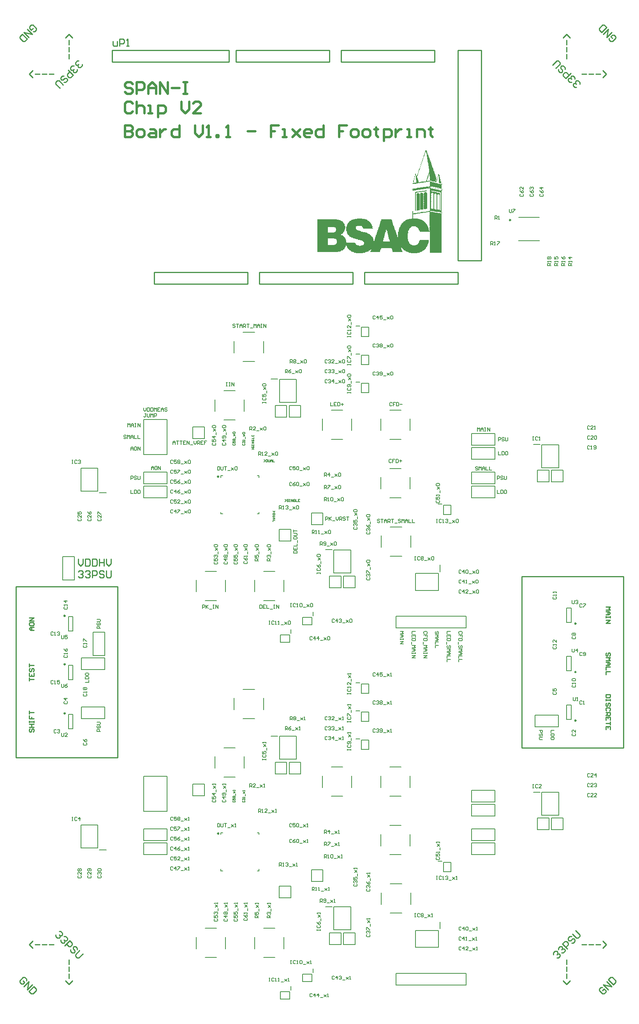
<source format=gbr>
%FSTAX23Y23*%
%MOIN*%
%SFA1B1*%

%IPPOS*%
%ADD10C,0.009842*%
%ADD11C,0.010000*%
%ADD12C,0.007874*%
%ADD13C,0.006000*%
%ADD14C,0.020000*%
%LNcfd_2channel_legend_top-1*%
%LPD*%
G36*
X03697Y07415D02*
X03696D01*
Y07411*
Y0741*
Y07408*
X03692*
Y07413*
X0369*
Y07417*
X03692*
Y07419*
X03694*
Y07421*
X03697*
Y07415*
G37*
G36*
X03692Y07397D02*
X0369D01*
Y07395*
X03688*
Y07397*
Y07399*
X03686*
Y07406*
X03692*
Y07397*
G37*
G36*
X03688Y07388D02*
X03686D01*
Y07382*
X03685*
Y07384*
X03683*
Y07386*
Y07393*
X03688*
Y07388*
G37*
G36*
X03683Y07371D02*
X03681D01*
Y07369*
X03679*
Y07373*
X03677*
Y07378*
X03679*
Y0738*
X03683*
Y07371*
G37*
G36*
X03679Y0736D02*
X03677D01*
Y07356*
X03675*
Y07358*
X03674*
Y07366*
X03675*
Y07367*
X03679*
Y0736*
G37*
G36*
X03674Y07353D02*
X03675D01*
Y07349*
X03674*
Y07344*
X0367*
Y07349*
X03668*
Y07351*
X0367*
Y07353*
X03672*
Y07355*
X03674*
Y07353*
G37*
G36*
X0367Y07334D02*
Y07333D01*
X03668*
Y07331*
X03666*
Y07334*
X03664*
Y0734*
X0367*
Y07334*
G37*
G36*
X03666Y07322D02*
X03664D01*
Y07318*
X03663*
Y0732*
X03661*
Y07325*
Y07327*
X03666*
Y07322*
G37*
G36*
X03661Y07307D02*
X03659D01*
Y07305*
X03657*
Y07309*
X03655*
Y07312*
X03657*
Y07314*
X03661*
Y07307*
G37*
G36*
X03655Y073D02*
X03657D01*
Y07294*
X03655*
Y07292*
X03653*
Y0729*
Y07289*
Y07287*
X03652*
Y07279*
X0365*
Y07278*
X03648*
Y07268*
X03646*
Y07267*
X03644*
Y0727*
X03642*
Y07278*
X03644*
Y07279*
X03648*
Y07287*
X03646*
Y07289*
X03648*
Y07292*
X03652*
Y073*
X03653*
Y07301*
X03655*
Y073*
G37*
G36*
X03644Y07259D02*
X03642D01*
Y07254*
X03641*
Y07248*
X03639*
Y07241*
X03635*
Y07247*
X03633*
Y0725*
X03635*
Y07252*
X03639*
Y07263*
Y07265*
X03641*
Y07267*
X03644*
Y07259*
G37*
G36*
X03809Y07225D02*
X03811D01*
Y07223*
Y07221*
X03809*
Y07217*
X03807*
Y07219*
X03805*
Y07226*
X03809*
Y07225*
G37*
G36*
X03611D02*
X03613D01*
Y07219*
X03611*
Y07212*
X03609*
Y07214*
X03608*
Y07226*
X03611*
Y07225*
G37*
G36*
X03805Y07212D02*
X03807D01*
Y0721*
X03805*
Y07208*
Y07206*
Y07203*
X03802*
Y07212*
X03804*
Y07214*
X03805*
Y07212*
G37*
G36*
X03609Y07203D02*
X03608D01*
Y07201*
Y07199*
Y07193*
X03604*
Y07208*
X03609*
Y07203*
G37*
G36*
X03802Y07192D02*
Y0719D01*
X038*
Y07188*
X03798*
Y07193*
X03796*
Y07199*
X03798*
Y07201*
X03802*
Y07192*
G37*
G36*
X03708Y07448D02*
X0371D01*
Y07446*
X03712*
Y07444*
X03714*
Y07437*
X03718*
Y07424*
X03721*
Y07421*
X03723*
Y07419*
X03721*
Y07411*
X03725*
Y0741*
X03727*
Y07399*
X03729*
Y07397*
X0373*
Y07386*
X03732*
Y07384*
X03736*
Y07377*
X03738*
Y07375*
X0374*
Y07364*
X03741*
Y07362*
X03743*
Y0736*
X03745*
Y07356*
X03743*
Y07351*
X03745*
Y07349*
X03749*
Y07336*
X03752*
Y07323*
X03756*
Y07322*
X03758*
Y07314*
X03761*
Y07301*
X03765*
Y07298*
X03767*
Y07294*
X03765*
Y07289*
X03769*
Y07287*
X03771*
Y07278*
X03769*
Y07276*
X03771*
Y07274*
X03774*
Y07267*
X03776*
Y07265*
X0378*
Y07257*
X03778*
Y07254*
X0378*
Y07252*
X03783*
Y07239*
X03787*
Y07237*
X03789*
Y07234*
X03787*
Y07226*
X03791*
Y07225*
X03793*
Y07219*
X03791*
Y07215*
X03793*
Y07214*
X03796*
Y07208*
X03793*
Y07192*
X03789*
Y0719*
X03787*
Y07186*
X03798*
Y07182*
X03796*
Y07177*
X03794*
Y07175*
X03787*
Y07177*
X03785*
Y07179*
X03776*
Y07181*
X03772*
Y07182*
X0376*
Y07184*
X03754*
Y07186*
X03745*
Y07188*
X03741*
Y07192*
X0374*
Y07223*
X03738*
Y0725*
X03736*
Y07247*
X03734*
Y07245*
X03732*
Y07237*
X0373*
Y07232*
X03729*
Y07226*
X03727*
Y07219*
X03725*
Y07215*
X03723*
Y07208*
X03721*
Y07203*
X03719*
Y07199*
X03718*
Y07192*
X03716*
Y07188*
X03714*
Y07184*
X03716*
Y07182*
X03718*
Y07184*
X03725*
Y07186*
X03736*
Y07188*
X0374*
Y07186*
X03741*
Y07182*
X03743*
Y07181*
X03747*
Y07179*
X03752*
Y07177*
X03761*
Y07175*
X03767*
Y07173*
X03776*
Y07171*
X03782*
Y0717*
X03787*
Y07168*
X03796*
Y07166*
X03802*
Y07164*
X03811*
Y07162*
X03816*
Y0716*
X03822*
Y07159*
X03829*
Y07157*
X03838*
Y0716*
X03837*
Y07162*
X03835*
Y07164*
X03829*
Y07166*
X03822*
Y07168*
X03818*
Y0717*
X03816*
Y07171*
X03815*
Y07226*
X03813*
Y0723*
X03811*
Y07237*
X03809*
Y07241*
X03811*
Y07243*
X03813*
Y07245*
X03815*
Y07248*
X03818*
Y07236*
X03822*
Y07234*
X03824*
Y07223*
X03822*
Y07221*
X03824*
Y07217*
X03827*
Y07201*
X03829*
Y07199*
X03831*
Y07197*
X03833*
Y07195*
X03831*
Y07184*
X03833*
Y07182*
X03835*
Y07181*
X03837*
Y07164*
X03838*
Y07162*
X0384*
Y0716*
X03844*
Y07159*
X03846*
Y07157*
X03844*
Y07155*
X0384*
Y07107*
X03846*
Y07104*
X03842*
Y07102*
X0384*
Y06915*
X03844*
Y06913*
X03846*
Y06911*
X03844*
Y06909*
X0384*
Y06913*
X03838*
Y06915*
X03833*
Y06917*
X03822*
Y06919*
X03809*
Y0692*
X038*
Y06922*
X03787*
Y06924*
X03774*
Y06926*
X03765*
Y06928*
X0375*
Y0693*
X03747*
Y06928*
X03743*
Y06922*
X03747*
Y0692*
X03756*
Y06919*
X03769*
Y06917*
X03782*
Y06915*
X03793*
Y06913*
X03807*
Y06911*
X03816*
Y06909*
X03829*
Y06908*
X03835*
Y06909*
X0384*
Y06572*
X03838*
Y06571*
X03835*
Y06572*
X03745*
Y06571*
X03741*
Y06572*
X0374*
Y06752*
X03652*
Y06759*
X0365*
Y06761*
X03648*
Y06768*
X03644*
Y0677*
X03642*
Y06778*
X03641*
Y06779*
X03639*
Y06781*
X03637*
Y06783*
X03635*
Y06785*
X03633*
Y06787*
X03631*
Y06789*
X0363*
Y0679*
X03622*
Y06792*
X0362*
Y06796*
X03582*
Y06792*
X0358*
Y0679*
X03578*
Y06789*
X03576*
Y06787*
X03575*
Y06785*
X03573*
Y06783*
X03571*
Y06781*
X03569*
Y06779*
X03567*
Y06778*
X03564*
Y0677*
X03562*
Y06768*
X0356*
Y06761*
X03556*
Y06759*
X03554*
Y06743*
X03556*
Y06741*
X03554*
Y06739*
X03553*
Y06737*
X03551*
Y06686*
X03554*
Y06682*
X03556*
Y0668*
X03554*
Y06669*
X03556*
Y06668*
X0356*
Y0666*
X03562*
Y06658*
X03564*
Y06651*
X03567*
Y06647*
X03569*
Y06646*
X03573*
Y06642*
X0358*
Y0664*
X03582*
Y06638*
X03584*
Y06636*
X03589*
Y06635*
X03591*
Y06633*
X03617*
Y06636*
X03624*
Y06638*
X03626*
Y06642*
X03633*
Y06644*
X03635*
Y06646*
X03637*
Y06647*
X03639*
Y06655*
X03642*
Y06657*
X03644*
Y06658*
X03646*
Y0666*
X03648*
Y06671*
X0365*
Y06673*
X03652*
Y0668*
X0373*
Y0666*
X03729*
Y06658*
X03727*
Y06647*
X03725*
Y06646*
X03723*
Y06644*
X03721*
Y06638*
X03723*
Y06635*
X03721*
Y06633*
X03718*
Y06625*
X03716*
Y06624*
X03714*
Y06622*
X03712*
Y0662*
X0371*
Y06618*
X03708*
Y06611*
X03705*
Y06607*
X03703*
Y06605*
X03701*
Y06603*
X03699*
Y06602*
X03696*
Y06598*
X03692*
Y06594*
X0369*
Y06592*
X03686*
Y06589*
X03679*
Y06587*
X03677*
Y06585*
X03675*
Y06583*
X03674*
Y06581*
X03672*
Y0658*
X03666*
Y06578*
X03664*
Y06576*
X03653*
Y06574*
X03652*
Y06572*
X0365*
Y06571*
X03635*
Y06569*
X03633*
Y06567*
X03576*
Y06571*
X03562*
Y06572*
X0356*
Y06574*
X03558*
Y06576*
X03547*
Y06578*
X03545*
Y0658*
X03538*
Y06583*
X03536*
Y06585*
X03529*
Y06589*
X03521*
Y06591*
X0352*
Y06592*
X03518*
Y06594*
X03516*
Y06596*
X03514*
Y06598*
X03512*
Y066*
X03511*
Y06602*
X03509*
Y06603*
X03507*
Y06605*
X03505*
Y06607*
X03503*
Y06609*
X03501*
Y06611*
X035*
Y06613*
X03498*
Y06614*
X03494*
Y06607*
X03496*
Y06605*
X03498*
Y06594*
X035*
Y06592*
X03501*
Y06591*
X03503*
Y06585*
X03501*
Y06583*
X03503*
Y06581*
X03505*
Y0658*
X03507*
Y06576*
X03419*
Y06592*
X03417*
Y06594*
X03415*
Y06596*
X03413*
Y06598*
X03415*
Y06605*
X03413*
Y06607*
X0341*
Y06611*
X03324*
Y06609*
X03322*
Y06602*
X03318*
Y06591*
X03316*
Y06589*
X03314*
Y06587*
X03313*
Y06581*
X03314*
Y06578*
X03313*
Y06576*
X0323*
Y06583*
X03232*
Y06585*
X03234*
Y06591*
X03236*
Y06592*
X03238*
Y06594*
X03239*
Y06596*
X03238*
Y06598*
X03232*
Y06596*
X0323*
Y06594*
X03228*
Y06592*
X03227*
Y06591*
X03225*
Y06589*
X03217*
Y06585*
X03214*
Y06583*
X03212*
Y0658*
X03199*
Y06576*
X03188*
Y06574*
X03186*
Y06572*
X03184*
Y06571*
X03168*
Y06567*
X03107*
Y06571*
X03091*
Y06572*
X03089*
Y06576*
X03076*
Y0658*
X03069*
Y06581*
X03067*
Y06583*
X03065*
Y06585*
X03064*
Y06587*
X03062*
Y06589*
X03054*
Y06592*
X03053*
Y06594*
X03051*
Y06596*
X03049*
Y06598*
X03047*
Y066*
X03045*
Y06602*
X03043*
Y06603*
X03042*
Y06605*
X0304*
Y06607*
X03038*
Y06609*
X03036*
Y06611*
X03032*
Y06618*
X03031*
Y0662*
X03029*
Y06627*
X03027*
Y06629*
X03025*
Y06631*
X03023*
Y06633*
X0302*
Y06625*
X03018*
Y06624*
X03016*
Y06622*
X03014*
Y0662*
X03016*
Y06618*
X03014*
Y06614*
X0301*
Y06607*
X03009*
Y06605*
X03007*
Y06603*
X03005*
Y06602*
X03003*
Y066*
X03001*
Y06598*
X02999*
Y06596*
X02998*
Y06594*
X02996*
Y06592*
X02988*
Y06589*
X02981*
Y06587*
X02979*
Y06585*
X02972*
Y06581*
X0297*
Y0658*
X02954*
Y06576*
X02778*
Y06856*
X02944*
Y06853*
X02961*
Y06851*
X02963*
Y06849*
X02965*
Y06847*
X02968*
Y06849*
X02974*
Y06847*
X02976*
Y06843*
X02983*
Y06842*
X02985*
Y0684*
X02992*
Y06838*
X02994*
Y06834*
X02998*
Y06831*
X03001*
Y06823*
X03003*
Y06821*
X03005*
Y0682*
X03007*
Y06818*
X03009*
Y06816*
X0301*
Y06801*
X03012*
Y068*
X03014*
Y06798*
X03016*
Y06783*
X03014*
Y06781*
X03016*
Y06776*
X03014*
Y06774*
X03012*
Y06772*
X0301*
Y06761*
X03009*
Y06759*
X03007*
Y06752*
X03003*
Y0675*
X03001*
Y06743*
X02998*
Y06739*
X02996*
Y06737*
X02994*
Y06735*
X02992*
Y06734*
X02988*
Y0673*
X02981*
Y06728*
X02979*
Y06723*
X02981*
Y06721*
X02992*
Y06719*
X02994*
Y06717*
X02996*
Y06715*
X02998*
Y06713*
X02999*
Y06712*
X03001*
Y0671*
X03003*
Y06708*
X03005*
Y06706*
X03007*
Y06704*
X03009*
Y06702*
X0301*
Y06701*
X03012*
Y06699*
X03014*
Y06697*
X03016*
Y06695*
X03014*
Y06691*
X03016*
Y0669*
X0302*
Y06677*
X03023*
Y0666*
X03025*
Y06658*
X03098*
Y06655*
X03102*
Y06647*
X03104*
Y06646*
X03106*
Y06644*
X03107*
Y06642*
X03109*
Y0664*
X03111*
Y06638*
X03113*
Y06636*
X0312*
Y06633*
X03133*
Y06629*
X03137*
Y06627*
X03139*
Y06629*
X03146*
Y06627*
X03148*
Y06629*
X03151*
Y06633*
X03164*
Y06636*
X03172*
Y06638*
X03173*
Y06646*
X03177*
Y06658*
X03175*
Y0666*
X03173*
Y06662*
X03172*
Y06664*
X0317*
Y06666*
X03168*
Y06668*
X03166*
Y06669*
X03164*
Y06671*
X03162*
Y06673*
X03155*
Y06677*
X03142*
Y0668*
X03126*
Y06682*
X03124*
Y06686*
X03107*
Y0669*
X03095*
Y06693*
X03093*
Y06695*
X03087*
Y06693*
X03084*
Y06695*
X03082*
Y06697*
X0308*
Y06699*
X03073*
Y06701*
X03071*
Y06702*
X03065*
Y06704*
X03064*
Y06706*
X03062*
Y06708*
X03054*
Y06712*
X03051*
Y06715*
X03049*
Y06717*
X03045*
Y06721*
X03042*
Y06724*
X03038*
Y06726*
X03036*
Y0673*
X03032*
Y06737*
X03031*
Y06739*
X03029*
Y06754*
X03027*
Y06756*
X03025*
Y06757*
X03023*
Y06794*
X03025*
Y06796*
X03027*
Y06798*
X03029*
Y06809*
X03032*
Y06816*
X03034*
Y06818*
X03036*
Y06825*
X0304*
Y06827*
X03042*
Y06831*
X03045*
Y06832*
X03047*
Y06834*
X03049*
Y06836*
X03051*
Y0684*
X03054*
Y06843*
X03062*
Y06845*
X03064*
Y06847*
X03065*
Y06849*
X03067*
Y06851*
X03069*
Y06853*
X0308*
Y06854*
X03082*
Y06856*
X03093*
Y06858*
X03095*
Y06862*
X03115*
Y06864*
X03117*
Y06865*
X03159*
Y06864*
X03161*
Y06862*
X03181*
Y0686*
X03183*
Y06856*
X03195*
Y06853*
X03203*
Y06851*
X03205*
Y06849*
X03206*
Y06847*
X03208*
Y06845*
X0321*
Y06843*
X03216*
Y06842*
X03217*
Y0684*
X03219*
Y06838*
X03221*
Y06836*
X03223*
Y06834*
X03225*
Y06832*
X03227*
Y06831*
X03228*
Y06829*
X0323*
Y06827*
X03232*
Y06825*
X03234*
Y0682*
X03236*
Y06818*
X03238*
Y06816*
X03239*
Y06809*
X03243*
Y06801*
X03245*
Y068*
X03247*
Y06798*
X03249*
Y06789*
X03247*
Y06785*
X03249*
Y06783*
X0325*
Y06781*
X03252*
Y06778*
X0317*
Y06779*
X03168*
Y06787*
X03164*
Y0679*
X03162*
Y06792*
X03161*
Y06794*
X03159*
Y06796*
X03155*
Y068*
X03117*
Y06798*
X03115*
Y06796*
X03107*
Y06774*
X03109*
Y06772*
X03111*
Y0677*
X03113*
Y06768*
X03115*
Y06767*
X03117*
Y06765*
X03124*
Y06763*
X03126*
Y06761*
X03128*
Y06759*
X03131*
Y06761*
X03137*
Y06759*
X03139*
Y06756*
X0315*
Y06754*
X03151*
Y06752*
X03168*
Y06748*
X0317*
Y06746*
X03186*
Y06743*
X03199*
Y06739*
X03206*
Y06737*
X03208*
Y06735*
X0321*
Y06734*
X03216*
Y06732*
X03217*
Y0673*
X03225*
Y06728*
X03227*
Y06726*
X03228*
Y06724*
X0323*
Y06721*
X03234*
Y06719*
X03236*
Y06717*
X03238*
Y06715*
X03239*
Y06712*
X03243*
Y06708*
X03247*
Y06706*
X03249*
Y06704*
X0325*
Y06702*
X03252*
Y06691*
X03254*
Y0669*
X03256*
Y06673*
X0326*
Y06671*
X03263*
Y06673*
X03265*
Y06684*
X03267*
Y06686*
X03269*
Y06688*
X03271*
Y06691*
X03269*
Y06697*
X03271*
Y06699*
X03274*
Y06712*
X03278*
Y06724*
X03282*
Y06726*
X03283*
Y06737*
X03285*
Y06739*
X03287*
Y0675*
X03289*
Y06752*
X03291*
Y06754*
X03292*
Y06757*
X03291*
Y06763*
X03292*
Y06765*
X03296*
Y06778*
X033*
Y0679*
X03303*
Y06792*
X03305*
Y06803*
X03307*
Y06805*
X03309*
Y06816*
X03311*
Y06818*
X03313*
Y0682*
X03314*
Y06823*
X03313*
Y06829*
X03314*
Y06831*
X03318*
Y06843*
X03322*
Y06856*
X0341*
Y06854*
X03412*
Y06853*
X03413*
Y06851*
X03415*
Y0684*
X03417*
Y06838*
X03419*
Y06827*
X03421*
Y06825*
X03423*
Y06823*
X03424*
Y0682*
X03423*
Y06814*
X03424*
Y06812*
X03428*
Y068*
X03432*
Y06789*
X03434*
Y06787*
X03435*
Y06785*
X03437*
Y06774*
X03439*
Y06772*
X03441*
Y06765*
X03445*
Y06761*
X03446*
Y06759*
X03445*
Y06754*
X03446*
Y06752*
X03448*
Y0675*
X0345*
Y06739*
X03452*
Y06737*
X03454*
Y06726*
X03456*
Y06724*
X03459*
Y06708*
X03461*
Y06706*
X03463*
Y06704*
X03465*
Y06702*
X03467*
Y06704*
X03468*
Y06708*
X03467*
Y0675*
X03468*
Y06752*
X03472*
Y06768*
X03474*
Y0677*
X03476*
Y06781*
X03478*
Y06783*
X03481*
Y0679*
X03483*
Y06792*
X03485*
Y068*
X03489*
Y06807*
X0349*
Y06809*
X03492*
Y0681*
X03494*
Y06812*
X03496*
Y06814*
X03498*
Y06821*
X03501*
Y06823*
X03503*
Y06825*
X03505*
Y06827*
X03507*
Y06829*
X03509*
Y06831*
X03511*
Y06832*
X03512*
Y06834*
X03514*
Y06836*
X03516*
Y0684*
X03523*
Y06842*
X03525*
Y06843*
X03527*
Y06845*
X03529*
Y06847*
X03531*
Y06849*
X03538*
Y06853*
X03545*
Y06854*
X03547*
Y06856*
X03558*
Y06858*
X0356*
Y06862*
X03582*
Y06865*
X03589*
Y06869*
X03591*
Y06871*
X03589*
Y069*
X03591*
Y06908*
X03589*
Y06919*
X03591*
Y0692*
X03589*
Y06926*
X03591*
Y06928*
X03595*
Y0693*
X03597*
Y06937*
X03595*
Y06948*
X03597*
Y06955*
X03595*
Y06957*
X03597*
Y06964*
X03595*
Y06975*
X03597*
Y06981*
X03595*
Y06985*
X03597*
Y0699*
X03595*
Y07096*
X03597*
Y071*
X03595*
Y07102*
X03593*
Y07104*
X03591*
Y07107*
X03595*
Y07111*
X03593*
Y07113*
X03591*
Y07111*
X03587*
Y07113*
X03586*
Y07116*
X03595*
Y07159*
X03593*
Y0716*
X03591*
Y07164*
X03593*
Y07166*
X03595*
Y07168*
X03597*
Y0717*
X03602*
Y07168*
X03608*
Y0717*
X0362*
Y07171*
X03622*
Y07193*
X0362*
Y07214*
X03619*
Y07226*
X03617*
Y07228*
X03615*
Y07234*
X03613*
Y07243*
X03611*
Y07245*
X03613*
Y07248*
X0362*
Y07232*
X03622*
Y0723*
X0363*
Y07239*
X03635*
Y07232*
X03633*
Y07228*
X03631*
Y07225*
X0363*
Y07217*
X03631*
Y07214*
X03633*
Y07208*
X03635*
Y07201*
X03637*
Y07197*
X03639*
Y0719*
X03641*
Y07186*
X03642*
Y07181*
X03644*
Y07175*
X03655*
Y07177*
X03668*
Y07179*
X03685*
Y07181*
X03692*
Y07182*
X03707*
Y07184*
X03708*
Y0719*
X0371*
Y07193*
X03712*
Y07201*
X03714*
Y07206*
X03716*
Y0721*
X03718*
Y07217*
X03719*
Y07223*
X03721*
Y0723*
X03723*
Y07234*
X03725*
Y07239*
X03727*
Y07247*
X03729*
Y0725*
X0373*
Y07256*
X03732*
Y07261*
X03734*
Y07283*
X03732*
Y0729*
X0373*
Y07298*
Y073*
Y07307*
X03729*
Y07314*
X03727*
Y07327*
X03725*
Y07336*
X03723*
Y07347*
X03721*
Y07362*
X03719*
Y07369*
X03718*
Y07384*
X03716*
Y07393*
X03714*
Y07404*
X03712*
Y07417*
X0371*
Y07428*
X03708*
Y07441*
X03705*
Y07435*
X03703*
Y07432*
X03701*
Y07422*
X03699*
Y07421*
X03697*
Y07422*
X03696*
Y07432*
X03697*
Y07433*
X03701*
Y07439*
X03699*
Y07444*
X03701*
Y07446*
X03703*
Y07448*
X03705*
Y07459*
X03708*
Y07448*
G37*
G36*
X03604Y07177D02*
Y07175D01*
X036*
Y07177*
X03598*
Y0719*
X036*
Y07192*
X03604*
Y07177*
G37*
G36*
X03849Y07111D02*
X03846D01*
Y07116*
X03849*
Y07111*
G37*
%LNcfd_2channel_legend_top-2*%
%LPC*%
G36*
X03736Y07133D02*
X03727D01*
Y07131*
X03736*
Y07133*
G37*
G36*
X03703Y07127D02*
X03701D01*
Y07126*
X03703*
Y07127*
G37*
G36*
X03738Y07181D02*
X03734D01*
Y07179*
X03727*
Y07177*
X03708*
Y07175*
X03699*
Y07173*
X03685*
Y07171*
X03672*
Y0717*
X03661*
Y07168*
X03648*
Y07166*
X03635*
Y07164*
X03622*
Y07162*
X03611*
Y0716*
X036*
Y07159*
X03598*
Y07122*
X036*
Y0712*
X03609*
Y07122*
X03622*
Y07124*
X03631*
Y07126*
X03648*
Y07127*
X03655*
Y07129*
X0367*
Y07131*
X03681*
Y07133*
X0369*
Y07135*
X03708*
Y07137*
X03714*
Y07138*
X03732*
Y0714*
X0374*
Y07179*
X03738*
Y07181*
G37*
G36*
X03758Y07138D02*
X03743D01*
Y07135*
X03745*
Y07131*
X03743*
Y07129*
X03741*
Y07126*
X03745*
Y07124*
X03749*
Y07122*
X03756*
Y0712*
X03765*
Y07118*
X03772*
Y07116*
X03782*
Y07115*
X03791*
Y07113*
X03798*
Y07111*
X03807*
Y07109*
X03813*
Y07107*
X03822*
Y07105*
X03831*
Y07104*
X03838*
Y07109*
X03837*
Y07111*
X03835*
Y0712*
X03833*
Y07122*
X03822*
Y07124*
X03816*
Y07126*
X03804*
Y07127*
X038*
Y07129*
X03787*
Y07131*
X03782*
Y07133*
X03776*
Y07135*
X03765*
Y07137*
X03758*
Y07138*
G37*
G36*
X03765Y07083D02*
X03758D01*
Y07082*
X03754*
Y0708*
X03752*
Y07076*
X0375*
Y07067*
Y07065*
Y07063*
X03752*
Y0706*
X0375*
Y07045*
X03752*
Y07041*
X0375*
Y0701*
X03752*
Y07007*
X0375*
Y0695*
X03754*
Y06948*
X03761*
Y06946*
X03769*
Y06948*
X03771*
Y07078*
X03769*
Y0708*
X03767*
Y07082*
X03765*
Y07083*
G37*
G36*
X03793Y07078D02*
X03783D01*
Y07076*
X0378*
Y07072*
X03778*
Y06946*
X0378*
Y06944*
X03785*
Y06942*
X03796*
Y07072*
X03794*
Y07076*
X03793*
Y07078*
G37*
G36*
X03816Y07072D02*
X03809D01*
Y07071*
X03807*
Y07069*
X03805*
Y07067*
X03804*
Y06941*
X03807*
Y06939*
X03816*
Y06937*
X0382*
Y06939*
X03822*
Y07034*
Y07036*
Y07065*
X0382*
Y07069*
X03818*
Y07071*
X03816*
Y07072*
G37*
G36*
X03758Y07104D02*
X03754D01*
Y07102*
X03752*
Y07098*
X03754*
Y07096*
X03758*
Y07094*
X03767*
Y07093*
X0378*
Y07091*
X03785*
Y07089*
X03796*
Y07087*
X03804*
Y07085*
X03816*
Y07083*
X03822*
Y07082*
X03826*
Y0708*
X03827*
Y06935*
X03833*
Y07087*
X03827*
Y07089*
X0382*
Y07091*
X03811*
Y07093*
X03804*
Y07094*
X03793*
Y07096*
X03785*
Y07098*
X03778*
Y071*
X03765*
Y07102*
X03758*
Y07104*
G37*
G36*
X03738Y07124D02*
X03734D01*
Y07122*
X03723*
Y0712*
X03708*
Y07118*
X03699*
Y07116*
X03686*
Y07115*
X03672*
Y07113*
X03661*
Y07111*
X03646*
Y07109*
X03635*
Y07107*
X0362*
Y07105*
X03609*
Y07104*
X036*
Y07102*
X03598*
Y06928*
X03597*
Y06909*
X03598*
Y06908*
X03604*
Y06909*
X03617*
Y06911*
X0363*
Y06913*
X03641*
Y06915*
X03655*
Y06917*
X03664*
Y06919*
X03681*
Y0692*
X03694*
Y06922*
X03705*
Y06924*
X03719*
Y06926*
X03729*
Y06928*
X03738*
Y0693*
X0374*
Y07122*
X03738*
Y07124*
G37*
G36*
Y0692D02*
X03732D01*
Y06919*
X03721*
Y06917*
X03708*
Y06915*
X03697*
Y06913*
X03681*
Y06911*
X03672*
Y06909*
X03657*
Y06908*
X03644*
Y06906*
X03633*
Y06904*
X0362*
Y06902*
X03609*
Y069*
X03597*
Y06867*
X03598*
Y06865*
X03626*
Y06864*
X03635*
Y06862*
X03644*
Y0686*
X0365*
Y06858*
X03655*
Y06856*
X03661*
Y06854*
X03664*
Y06853*
X0367*
Y06851*
X03672*
Y06849*
X03677*
Y06847*
X03679*
Y06845*
X03681*
Y06843*
X03685*
Y06842*
X03686*
Y0684*
X0369*
Y06838*
X03692*
Y06836*
X03694*
Y06834*
X03696*
Y06832*
X03697*
Y06831*
X03699*
Y06829*
X03701*
Y06827*
X03703*
Y06825*
X03705*
Y06823*
X03707*
Y06821*
X03708*
Y06818*
X0371*
Y06816*
X03712*
Y06812*
X03714*
Y06809*
X03716*
Y06807*
X03718*
Y06803*
X03719*
Y068*
X03721*
Y06796*
X03723*
Y0679*
X03725*
Y06787*
X03727*
Y06779*
X03729*
Y06774*
X0373*
Y06763*
X03732*
Y06757*
X03734*
Y06756*
X03738*
Y06757*
X0374*
Y06761*
X03738*
Y06794*
X0374*
Y068*
X03738*
Y069*
X0374*
Y06904*
X03738*
Y06913*
X0374*
Y06917*
X03738*
Y0692*
G37*
G36*
X02922Y0679D02*
X02866D01*
Y06743*
X02917*
Y06745*
X02919*
Y06746*
X02926*
Y0675*
X02928*
Y06752*
X02932*
Y06759*
X02933*
Y06761*
X02935*
Y06778*
X02932*
Y06787*
X02922*
Y0679*
G37*
G36*
X03368Y0677D02*
X03366D01*
Y06768*
X03362*
Y06748*
X0336*
Y06746*
X03358*
Y06745*
X03357*
Y06741*
X03358*
Y06735*
X03357*
Y06734*
X03353*
Y06717*
X03351*
Y06715*
X03349*
Y06701*
X03347*
Y06699*
X03346*
Y06697*
X03344*
Y06682*
X03342*
Y0668*
X0334*
Y06668*
X03395*
Y06669*
X03397*
Y06677*
X03393*
Y06688*
X03391*
Y0669*
X0339*
Y06691*
X03388*
Y06708*
X03384*
Y06724*
X0338*
Y06726*
X03379*
Y06732*
X0338*
Y06735*
X03379*
Y06737*
X03377*
Y06739*
X03375*
Y06756*
X03371*
Y06759*
X03369*
Y06761*
X03371*
Y06767*
X03369*
Y06768*
X03368*
Y0677*
G37*
G36*
X02917Y06695D02*
X02867D01*
Y06693*
X02866*
Y06653*
Y06651*
Y06638*
X02867*
Y06636*
X02921*
Y06638*
X02922*
Y0664*
X02924*
Y06642*
X02932*
Y06646*
X02939*
Y06647*
X02941*
Y06655*
X02944*
Y06677*
X02941*
Y06684*
X02939*
Y06686*
X02932*
Y0669*
X02919*
Y06693*
X02917*
Y06695*
G37*
%LNcfd_2channel_legend_top-3*%
%LPD*%
G36*
X03754Y07131D02*
X03749D01*
Y07133*
X03754*
Y07131*
G37*
G36*
X03771Y07127D02*
X03774D01*
Y07126*
X03767*
Y07127*
X03765*
Y07129*
X03771*
Y07127*
G37*
G36*
X03793Y07122D02*
X03783D01*
Y07124*
X03793*
Y07122*
G37*
G36*
X03815Y07118D02*
X03804D01*
Y0712*
X03815*
Y07118*
G37*
G36*
X03831Y07113D02*
X03827D01*
Y07115*
X03831*
Y07113*
G37*
G36*
X03708Y07087D02*
X03712D01*
Y07085*
X03714*
Y07082*
X03716*
Y07063*
Y07061*
Y06948*
X03714*
Y06946*
X03707*
Y06944*
X0369*
Y06948*
X03688*
Y06979*
X0369*
Y06985*
X03688*
Y06997*
X0369*
Y07003*
X03688*
Y07016*
X0369*
Y07019*
X03688*
Y0706*
X0369*
Y07063*
X03688*
Y07078*
X0369*
Y07083*
X03692*
Y07087*
X03696*
Y07089*
X03708*
Y07087*
G37*
G36*
X03675Y07083D02*
X03677D01*
Y07082*
X03681*
Y07078*
X03683*
Y06941*
X03674*
Y06939*
X03657*
Y06979*
Y06981*
Y07078*
X03659*
Y0708*
X03661*
Y07083*
X03664*
Y07085*
X03675*
Y07083*
G37*
G36*
X03642Y0708D02*
X03646D01*
Y07078*
X03648*
Y07076*
X0365*
Y07074*
X03652*
Y06972*
Y0697*
Y06937*
X0365*
Y06935*
X03641*
Y06933*
X03633*
Y06931*
X03628*
Y06933*
X03626*
Y07063*
X03624*
Y07067*
X03626*
Y07076*
X03628*
Y07078*
X0363*
Y0708*
X03633*
Y07082*
X03642*
Y0708*
G37*
G36*
X03714Y07098D02*
X0371D01*
Y07096*
X03699*
Y07094*
X03685*
Y07093*
X0367*
Y07091*
X03661*
Y07089*
X03642*
Y07087*
X03631*
Y07085*
X0362*
Y07072*
X03619*
Y07067*
X0362*
Y07049*
X03619*
Y07047*
X0362*
Y07032*
X03619*
Y0703*
X0362*
Y07014*
X03619*
Y07012*
X0362*
Y0693*
X03613*
Y07089*
X03615*
Y07091*
X0362*
Y07093*
X0363*
Y07094*
X03648*
Y07096*
X03659*
Y07098*
X0367*
Y071*
X03688*
Y07102*
X03697*
Y07104*
X03714*
Y07098*
G37*
G54D10*
X0193Y01602D02*
D01*
X0193Y01602*
X0193Y01603*
X0193Y01603*
X0193Y01603*
X0193Y01604*
X0193Y01604*
X0193Y01604*
X0193Y01605*
X0193Y01605*
X01929Y01605*
X01929Y01605*
X01929Y01606*
X01929Y01606*
X01928Y01606*
X01928Y01606*
X01928Y01606*
X01927Y01607*
X01927Y01607*
X01927Y01607*
X01926Y01607*
X01926Y01607*
X01926Y01607*
X01925*
X01925Y01607*
X01925Y01607*
X01924Y01607*
X01924Y01607*
X01924Y01607*
X01923Y01606*
X01923Y01606*
X01923Y01606*
X01922Y01606*
X01922Y01606*
X01922Y01605*
X01922Y01605*
X01922Y01605*
X01921Y01605*
X01921Y01604*
X01921Y01604*
X01921Y01604*
X01921Y01603*
X01921Y01603*
X01921Y01603*
X01921Y01602*
X01921Y01602*
X01921Y01602*
X01921Y01601*
X01921Y01601*
X01921Y01601*
X01921Y016*
X01921Y016*
X01921Y016*
X01921Y01599*
X01922Y01599*
X01922Y01599*
X01922Y01599*
X01922Y01598*
X01922Y01598*
X01923Y01598*
X01923Y01598*
X01923Y01598*
X01924Y01597*
X01924Y01597*
X01924Y01597*
X01925Y01597*
X01925Y01597*
X01925Y01597*
X01926*
X01926Y01597*
X01926Y01597*
X01927Y01597*
X01927Y01597*
X01927Y01597*
X01928Y01598*
X01928Y01598*
X01928Y01598*
X01929Y01598*
X01929Y01598*
X01929Y01599*
X01929Y01599*
X0193Y01599*
X0193Y01599*
X0193Y016*
X0193Y016*
X0193Y016*
X0193Y01601*
X0193Y01601*
X0193Y01601*
X0193Y01602*
X0193Y01602*
Y04657D02*
D01*
X0193Y04657*
X0193Y04658*
X0193Y04658*
X0193Y04658*
X0193Y04659*
X0193Y04659*
X0193Y04659*
X0193Y0466*
X0193Y0466*
X01929Y0466*
X01929Y0466*
X01929Y04661*
X01929Y04661*
X01928Y04661*
X01928Y04661*
X01928Y04661*
X01927Y04662*
X01927Y04662*
X01927Y04662*
X01926Y04662*
X01926Y04662*
X01926Y04662*
X01925*
X01925Y04662*
X01925Y04662*
X01924Y04662*
X01924Y04662*
X01924Y04662*
X01923Y04661*
X01923Y04661*
X01923Y04661*
X01922Y04661*
X01922Y04661*
X01922Y0466*
X01922Y0466*
X01922Y0466*
X01921Y0466*
X01921Y04659*
X01921Y04659*
X01921Y04659*
X01921Y04658*
X01921Y04658*
X01921Y04658*
X01921Y04657*
X01921Y04657*
X01921Y04657*
X01921Y04656*
X01921Y04656*
X01921Y04656*
X01921Y04655*
X01921Y04655*
X01921Y04655*
X01921Y04654*
X01922Y04654*
X01922Y04654*
X01922Y04654*
X01922Y04653*
X01922Y04653*
X01923Y04653*
X01923Y04653*
X01923Y04653*
X01924Y04652*
X01924Y04652*
X01924Y04652*
X01925Y04652*
X01925Y04652*
X01925Y04652*
X01926*
X01926Y04652*
X01926Y04652*
X01927Y04652*
X01927Y04652*
X01927Y04652*
X01928Y04653*
X01928Y04653*
X01928Y04653*
X01929Y04653*
X01929Y04653*
X01929Y04654*
X01929Y04654*
X0193Y04654*
X0193Y04654*
X0193Y04655*
X0193Y04655*
X0193Y04655*
X0193Y04656*
X0193Y04656*
X0193Y04656*
X0193Y04657*
X0193Y04657*
X04429Y06851D02*
D01*
X04429Y06852*
X04429Y06852*
X04429Y06852*
X04429Y06853*
X04429Y06853*
X04429Y06853*
X04428Y06854*
X04428Y06854*
X04428Y06854*
X04428Y06854*
X04428Y06855*
X04427Y06855*
X04427Y06855*
X04427Y06855*
X04427Y06856*
X04426Y06856*
X04426Y06856*
X04426Y06856*
X04425Y06856*
X04425Y06856*
X04425Y06856*
X04424Y06856*
X04424*
X04424Y06856*
X04423Y06856*
X04423Y06856*
X04423Y06856*
X04422Y06856*
X04422Y06856*
X04422Y06856*
X04421Y06855*
X04421Y06855*
X04421Y06855*
X04421Y06855*
X0442Y06854*
X0442Y06854*
X0442Y06854*
X0442Y06854*
X0442Y06853*
X0442Y06853*
X04419Y06853*
X04419Y06852*
X04419Y06852*
X04419Y06852*
X04419Y06851*
X04419Y06851*
X04419Y06851*
X04419Y0685*
X04419Y0685*
X0442Y0685*
X0442Y06849*
X0442Y06849*
X0442Y06849*
X0442Y06848*
X0442Y06848*
X04421Y06848*
X04421Y06848*
X04421Y06847*
X04421Y06847*
X04422Y06847*
X04422Y06847*
X04422Y06847*
X04423Y06847*
X04423Y06846*
X04423Y06846*
X04424Y06846*
X04424Y06846*
X04424*
X04425Y06846*
X04425Y06846*
X04425Y06846*
X04426Y06847*
X04426Y06847*
X04426Y06847*
X04427Y06847*
X04427Y06847*
X04427Y06847*
X04427Y06848*
X04428Y06848*
X04428Y06848*
X04428Y06848*
X04428Y06849*
X04428Y06849*
X04429Y06849*
X04429Y0685*
X04429Y0685*
X04429Y0685*
X04429Y06851*
X04429Y06851*
X04429Y06851*
X04989Y02569D02*
D01*
X04989Y02569*
X04989Y02569*
X04988Y0257*
X04988Y0257*
X04988Y0257*
X04988Y02571*
X04988Y02571*
X04988Y02571*
X04988Y02572*
X04987Y02572*
X04987Y02572*
X04987Y02572*
X04987Y02573*
X04986Y02573*
X04986Y02573*
X04986Y02573*
X04985Y02573*
X04985Y02573*
X04985Y02573*
X04984Y02573*
X04984Y02574*
X04984Y02574*
X04983*
X04983Y02574*
X04983Y02573*
X04982Y02573*
X04982Y02573*
X04982Y02573*
X04981Y02573*
X04981Y02573*
X04981Y02573*
X04981Y02573*
X0498Y02572*
X0498Y02572*
X0498Y02572*
X0498Y02572*
X04979Y02571*
X04979Y02571*
X04979Y02571*
X04979Y0257*
X04979Y0257*
X04979Y0257*
X04979Y02569*
X04979Y02569*
X04979Y02569*
X04979Y02568*
X04979Y02568*
X04979Y02568*
X04979Y02567*
X04979Y02567*
X04979Y02567*
X04979Y02566*
X04979Y02566*
X0498Y02566*
X0498Y02565*
X0498Y02565*
X0498Y02565*
X04981Y02565*
X04981Y02565*
X04981Y02564*
X04981Y02564*
X04982Y02564*
X04982Y02564*
X04982Y02564*
X04983Y02564*
X04983Y02564*
X04983Y02564*
X04984*
X04984Y02564*
X04984Y02564*
X04985Y02564*
X04985Y02564*
X04985Y02564*
X04986Y02564*
X04986Y02564*
X04986Y02565*
X04987Y02565*
X04987Y02565*
X04987Y02565*
X04987Y02565*
X04988Y02566*
X04988Y02566*
X04988Y02566*
X04988Y02567*
X04988Y02567*
X04988Y02567*
X04988Y02568*
X04989Y02568*
X04989Y02568*
X04989Y02569*
X00615Y0263D02*
D01*
X00615Y02631*
X00615Y02631*
X00615Y02631*
X00615Y02632*
X00615Y02632*
X00615Y02632*
X00615Y02633*
X00615Y02633*
X00614Y02633*
X00614Y02634*
X00614Y02634*
X00614Y02634*
X00613Y02634*
X00613Y02634*
X00613Y02635*
X00613Y02635*
X00612Y02635*
X00612Y02635*
X00612Y02635*
X00611Y02635*
X00611Y02635*
X00611Y02635*
X0061*
X0061Y02635*
X0061Y02635*
X00609Y02635*
X00609Y02635*
X00609Y02635*
X00608Y02635*
X00608Y02635*
X00608Y02634*
X00607Y02634*
X00607Y02634*
X00607Y02634*
X00607Y02634*
X00606Y02633*
X00606Y02633*
X00606Y02633*
X00606Y02632*
X00606Y02632*
X00606Y02632*
X00606Y02631*
X00605Y02631*
X00605Y02631*
X00605Y0263*
X00605Y0263*
X00605Y0263*
X00606Y02629*
X00606Y02629*
X00606Y02629*
X00606Y02628*
X00606Y02628*
X00606Y02628*
X00606Y02627*
X00607Y02627*
X00607Y02627*
X00607Y02627*
X00607Y02626*
X00608Y02626*
X00608Y02626*
X00608Y02626*
X00609Y02626*
X00609Y02626*
X00609Y02626*
X0061Y02626*
X0061Y02625*
X0061Y02625*
X00611*
X00611Y02625*
X00611Y02626*
X00612Y02626*
X00612Y02626*
X00612Y02626*
X00613Y02626*
X00613Y02626*
X00613Y02626*
X00613Y02626*
X00614Y02627*
X00614Y02627*
X00614Y02627*
X00614Y02627*
X00615Y02628*
X00615Y02628*
X00615Y02628*
X00615Y02629*
X00615Y02629*
X00615Y02629*
X00615Y0263*
X00615Y0263*
X00615Y0263*
X04989Y03399D02*
D01*
X04989Y03399*
X04989Y03399*
X04988Y034*
X04988Y034*
X04988Y034*
X04988Y03401*
X04988Y03401*
X04988Y03401*
X04988Y03402*
X04987Y03402*
X04987Y03402*
X04987Y03402*
X04987Y03403*
X04986Y03403*
X04986Y03403*
X04986Y03403*
X04985Y03403*
X04985Y03403*
X04985Y03403*
X04984Y03403*
X04984Y03404*
X04984Y03404*
X04983*
X04983Y03404*
X04983Y03403*
X04982Y03403*
X04982Y03403*
X04982Y03403*
X04981Y03403*
X04981Y03403*
X04981Y03403*
X04981Y03403*
X0498Y03402*
X0498Y03402*
X0498Y03402*
X0498Y03402*
X04979Y03401*
X04979Y03401*
X04979Y03401*
X04979Y034*
X04979Y034*
X04979Y034*
X04979Y03399*
X04979Y03399*
X04979Y03399*
X04979Y03398*
X04979Y03398*
X04979Y03398*
X04979Y03397*
X04979Y03397*
X04979Y03397*
X04979Y03396*
X04979Y03396*
X0498Y03396*
X0498Y03395*
X0498Y03395*
X0498Y03395*
X04981Y03395*
X04981Y03395*
X04981Y03394*
X04981Y03394*
X04982Y03394*
X04982Y03394*
X04982Y03394*
X04983Y03394*
X04983Y03394*
X04983Y03394*
X04984*
X04984Y03394*
X04984Y03394*
X04985Y03394*
X04985Y03394*
X04985Y03394*
X04986Y03394*
X04986Y03394*
X04986Y03395*
X04987Y03395*
X04987Y03395*
X04987Y03395*
X04987Y03395*
X04988Y03396*
X04988Y03396*
X04988Y03396*
X04988Y03397*
X04988Y03397*
X04988Y03397*
X04988Y03398*
X04989Y03398*
X04989Y03398*
X04989Y03399*
Y02984D02*
D01*
X04989Y02984*
X04989Y02984*
X04988Y02985*
X04988Y02985*
X04988Y02985*
X04988Y02986*
X04988Y02986*
X04988Y02986*
X04988Y02987*
X04987Y02987*
X04987Y02987*
X04987Y02987*
X04987Y02988*
X04986Y02988*
X04986Y02988*
X04986Y02988*
X04985Y02988*
X04985Y02988*
X04985Y02988*
X04984Y02988*
X04984Y02989*
X04984Y02989*
X04983*
X04983Y02989*
X04983Y02988*
X04982Y02988*
X04982Y02988*
X04982Y02988*
X04981Y02988*
X04981Y02988*
X04981Y02988*
X04981Y02988*
X0498Y02987*
X0498Y02987*
X0498Y02987*
X0498Y02987*
X04979Y02986*
X04979Y02986*
X04979Y02986*
X04979Y02985*
X04979Y02985*
X04979Y02985*
X04979Y02984*
X04979Y02984*
X04979Y02984*
X04979Y02983*
X04979Y02983*
X04979Y02983*
X04979Y02982*
X04979Y02982*
X04979Y02982*
X04979Y02981*
X04979Y02981*
X0498Y02981*
X0498Y0298*
X0498Y0298*
X0498Y0298*
X04981Y0298*
X04981Y0298*
X04981Y02979*
X04981Y02979*
X04982Y02979*
X04982Y02979*
X04982Y02979*
X04983Y02979*
X04983Y02979*
X04983Y02979*
X04984*
X04984Y02979*
X04984Y02979*
X04985Y02979*
X04985Y02979*
X04985Y02979*
X04986Y02979*
X04986Y02979*
X04986Y0298*
X04987Y0298*
X04987Y0298*
X04987Y0298*
X04987Y0298*
X04988Y02981*
X04988Y02981*
X04988Y02981*
X04988Y02982*
X04988Y02982*
X04988Y02982*
X04988Y02983*
X04989Y02983*
X04989Y02983*
X04989Y02984*
X00615Y03465D02*
D01*
X00615Y03466*
X00615Y03466*
X00615Y03466*
X00615Y03467*
X00615Y03467*
X00615Y03467*
X00615Y03468*
X00615Y03468*
X00614Y03468*
X00614Y03469*
X00614Y03469*
X00614Y03469*
X00613Y03469*
X00613Y03469*
X00613Y0347*
X00613Y0347*
X00612Y0347*
X00612Y0347*
X00612Y0347*
X00611Y0347*
X00611Y0347*
X00611Y0347*
X0061*
X0061Y0347*
X0061Y0347*
X00609Y0347*
X00609Y0347*
X00609Y0347*
X00608Y0347*
X00608Y0347*
X00608Y03469*
X00607Y03469*
X00607Y03469*
X00607Y03469*
X00607Y03469*
X00606Y03468*
X00606Y03468*
X00606Y03468*
X00606Y03467*
X00606Y03467*
X00606Y03467*
X00606Y03466*
X00605Y03466*
X00605Y03466*
X00605Y03465*
X00605Y03465*
X00605Y03465*
X00606Y03464*
X00606Y03464*
X00606Y03464*
X00606Y03463*
X00606Y03463*
X00606Y03463*
X00606Y03462*
X00607Y03462*
X00607Y03462*
X00607Y03462*
X00607Y03461*
X00608Y03461*
X00608Y03461*
X00608Y03461*
X00609Y03461*
X00609Y03461*
X00609Y03461*
X0061Y03461*
X0061Y0346*
X0061Y0346*
X00611*
X00611Y0346*
X00611Y03461*
X00612Y03461*
X00612Y03461*
X00612Y03461*
X00613Y03461*
X00613Y03461*
X00613Y03461*
X00613Y03461*
X00614Y03462*
X00614Y03462*
X00614Y03462*
X00614Y03462*
X00615Y03463*
X00615Y03463*
X00615Y03463*
X00615Y03464*
X00615Y03464*
X00615Y03464*
X00615Y03465*
X00615Y03465*
X00615Y03465*
Y0305D02*
D01*
X00615Y03051*
X00615Y03051*
X00615Y03051*
X00615Y03052*
X00615Y03052*
X00615Y03052*
X00615Y03053*
X00615Y03053*
X00614Y03053*
X00614Y03054*
X00614Y03054*
X00614Y03054*
X00613Y03054*
X00613Y03054*
X00613Y03055*
X00613Y03055*
X00612Y03055*
X00612Y03055*
X00612Y03055*
X00611Y03055*
X00611Y03055*
X00611Y03055*
X0061*
X0061Y03055*
X0061Y03055*
X00609Y03055*
X00609Y03055*
X00609Y03055*
X00608Y03055*
X00608Y03055*
X00608Y03054*
X00607Y03054*
X00607Y03054*
X00607Y03054*
X00607Y03054*
X00606Y03053*
X00606Y03053*
X00606Y03053*
X00606Y03052*
X00606Y03052*
X00606Y03052*
X00606Y03051*
X00605Y03051*
X00605Y03051*
X00605Y0305*
X00605Y0305*
X00605Y0305*
X00606Y03049*
X00606Y03049*
X00606Y03049*
X00606Y03048*
X00606Y03048*
X00606Y03048*
X00606Y03047*
X00607Y03047*
X00607Y03047*
X00607Y03047*
X00607Y03046*
X00608Y03046*
X00608Y03046*
X00608Y03046*
X00609Y03046*
X00609Y03046*
X00609Y03046*
X0061Y03046*
X0061Y03045*
X0061Y03045*
X00611*
X00611Y03045*
X00611Y03046*
X00612Y03046*
X00612Y03046*
X00612Y03046*
X00613Y03046*
X00613Y03046*
X00613Y03046*
X00613Y03046*
X00614Y03047*
X00614Y03047*
X00614Y03047*
X00614Y03047*
X00615Y03048*
X00615Y03048*
X00615Y03048*
X00615Y03049*
X00615Y03049*
X00615Y03049*
X00615Y0305*
X00615Y0305*
X00615Y0305*
G54D11*
X04525Y02335D02*
X05395D01*
X04525Y038D02*
X05395D01*
Y02335D02*
Y038D01*
X04525Y02335D02*
Y038D01*
X00195Y0225D02*
X01065D01*
X00195Y03715D02*
X01065D01*
Y0225D02*
Y03715D01*
X00195Y0225D02*
Y03715D01*
X0318Y06305D02*
X0398D01*
X0318Y06405D02*
X0398D01*
Y06305D02*
Y06405D01*
X0318Y06305D02*
Y06405D01*
X0298Y08205D02*
X0378D01*
X0298Y08305D02*
X0378D01*
Y08205D02*
Y08305D01*
X0298Y08205D02*
Y08305D01*
X0228Y06305D02*
X0308D01*
X0228Y06405D02*
X0308D01*
Y06305D02*
Y06405D01*
X0228Y06305D02*
Y06405D01*
X0208Y08205D02*
X0288D01*
X0208Y08305D02*
X0288D01*
Y08205D02*
Y08305D01*
X0208Y08205D02*
Y08305D01*
X0138Y06305D02*
X0218D01*
X0138Y06405D02*
X0218D01*
Y06305D02*
Y06405D01*
X0138Y06305D02*
Y06405D01*
X0102Y08205D02*
X0202D01*
X0102Y08305D02*
X0202D01*
Y08205D02*
Y08305D01*
X0102Y08205D02*
Y08305D01*
X0398Y06505D02*
Y08305D01*
X0418Y06505D02*
Y08305D01*
X0398D02*
X0418D01*
X0398Y06505D02*
X0418D01*
X0065Y00519D02*
Y00479D01*
Y00459D02*
Y00419D01*
Y00399D02*
Y00359D01*
X0062Y00339D02*
X0065Y0031D01*
X00679Y00339*
X0491Y00519D02*
Y00479D01*
Y00459D02*
Y00419D01*
Y00399D02*
Y00359D01*
X0488Y00339D02*
X0491Y0031D01*
X04939Y00339*
X0491Y0823D02*
Y0827D01*
Y0829D02*
Y0833D01*
Y0835D02*
Y0839D01*
X04939Y0841D02*
X0491Y0844D01*
X0488Y0841*
X0504Y081D02*
X0508D01*
X051D02*
X0514D01*
X0516D02*
X052D01*
X0522Y0807D02*
X0525Y081D01*
X0522Y08129*
X0504Y0065D02*
X0508D01*
X051D02*
X0514D01*
X0516D02*
X052D01*
X0522Y0062D02*
X0525Y0065D01*
X0522Y00679*
X00519Y0065D02*
X00479D01*
X00459D02*
X00419D01*
X00399D02*
X00359D01*
X00339Y00679D02*
X0031Y0065D01*
X00339Y0062*
X00342Y08464D02*
X00356D01*
X0037Y08478*
Y08492*
X00342Y0852*
X00328*
X00314Y08506*
Y08492*
X00328Y08478*
X00342Y08492*
X00292Y08485D02*
X00335Y08442D01*
X00264Y08457*
X00307Y08414*
X00292Y084D02*
X0025Y08442D01*
X00229Y08421*
Y08407*
X00257Y08379*
X00271*
X00292Y084*
X00519Y081D02*
X00479D01*
X00459D02*
X00419D01*
X00399D02*
X00359D01*
X00339Y08129D02*
X0031Y081D01*
X00339Y0807*
X0065Y0823D02*
Y0827D01*
Y0829D02*
Y0833D01*
Y0835D02*
Y0839D01*
X00679Y0841D02*
X0065Y0844D01*
X0062Y0841*
X00763Y08184D02*
Y0817D01*
X00748Y08156*
X00734*
X00727Y08163*
Y08177*
X00734Y08184*
X00727Y08177*
X00713*
X00706Y08184*
Y08198*
X0072Y08213*
X00734*
X0072Y08142D02*
Y08128D01*
X00706Y08114*
X00692*
X00685Y08121*
Y08135*
X00692Y08142*
X00685Y08135*
X00671*
X00664Y08142*
Y08156*
X00678Y0817*
X00692*
X00642Y08135D02*
X00685Y08092D01*
X00664Y08071*
X0065*
X00635Y08085*
Y081*
X00657Y08121*
X00607Y08029D02*
X00621D01*
X00635Y08043*
Y08057*
X00628Y08064*
X00614*
X006Y0805*
X00586*
X00579Y08057*
Y08071*
X00593Y08085*
X00607*
X006Y08008D02*
X00565Y08043D01*
X00551*
X00536Y08029*
Y08015*
X00572Y07979*
X04994Y07986D02*
X0498D01*
X04966Y08001*
Y08015*
X04973Y08022*
X04987*
X04994Y08015*
X04987Y08022*
Y08036*
X04994Y08043*
X05008*
X05023Y08029*
Y08015*
X04952Y08029D02*
X04938D01*
X04924Y08043*
Y08057*
X04931Y08064*
X04945*
X04952Y08057*
X04945Y08064*
Y08078*
X04952Y08085*
X04966*
X0498Y08071*
Y08057*
X04945Y08107D02*
X04902Y08064D01*
X04881Y08085*
Y081*
X04895Y08114*
X0491*
X04931Y08092*
X04839Y08142D02*
Y08128D01*
X04853Y08114*
X04867*
X04874Y08121*
Y08135*
X0486Y08149*
Y08163*
X04867Y0817*
X04881*
X04895Y08156*
Y08142*
X04818Y08149D02*
X04853Y08184D01*
Y08198*
X04839Y08213*
X04825*
X04789Y08177*
X05274Y08407D02*
Y08393D01*
X05288Y08379*
X05302*
X0533Y08407*
Y08421*
X05316Y08435*
X05302*
X05288Y08421*
X05302Y08407*
X05295Y08457D02*
X05252Y08414D01*
X05267Y08485*
X05224Y08442*
X0521Y08457D02*
X05252Y08499D01*
X05231Y0852*
X05217*
X05189Y08492*
Y08478*
X0521Y08457*
X00565Y00763D02*
X00579D01*
X00593Y00748*
Y00734*
X00586Y00727*
X00572*
X00565Y00734*
X00572Y00727*
Y00713*
X00565Y00706*
X00551*
X00536Y0072*
Y00734*
X00607Y0072D02*
X00621D01*
X00635Y00706*
Y00692*
X00628Y00685*
X00614*
X00607Y00692*
X00614Y00685*
Y00671*
X00607Y00664*
X00593*
X00579Y00678*
Y00692*
X00614Y00642D02*
X00657Y00685D01*
X00678Y00664*
Y0065*
X00664Y00635*
X0065*
X00628Y00657*
X0072Y00607D02*
Y00621D01*
X00706Y00635*
X00692*
X00685Y00628*
Y00614*
X00699Y006*
Y00586*
X00692Y00579*
X00678*
X00664Y00593*
Y00607*
X00741Y006D02*
X00706Y00565D01*
Y00551*
X0072Y00536*
X00734*
X0077Y00572*
X00285Y00342D02*
Y00356D01*
X00271Y0037*
X00257*
X00229Y00342*
Y00328*
X00243Y00314*
X00257*
X00271Y00328*
X00257Y00342*
X00264Y00292D02*
X00307Y00335D01*
X00292Y00264*
X00335Y00307*
X00349Y00292D02*
X00307Y0025D01*
X00328Y00229*
X00342*
X0037Y00257*
Y00271*
X00349Y00292*
X05217Y00285D02*
X05203D01*
X05189Y00271*
Y00257*
X05217Y00229*
X05231*
X05245Y00243*
Y00257*
X05231Y00271*
X05217Y00257*
X05267Y00264D02*
X05224Y00307D01*
X05295Y00292*
X05252Y00335*
X05267Y00349D02*
X05309Y00307D01*
X0533Y00328*
Y00342*
X05302Y0037*
X05288*
X05267Y00349*
X04796Y00565D02*
Y00579D01*
X04811Y00593*
X04825*
X04832Y00586*
Y00572*
X04825Y00565*
X04832Y00572*
X04846*
X04853Y00565*
Y00551*
X04839Y00536*
X04825*
X04839Y00607D02*
Y00621D01*
X04853Y00635*
X04867*
X04874Y00628*
Y00614*
X04867Y00607*
X04874Y00614*
X04888*
X04895Y00607*
Y00593*
X04881Y00579*
X04867*
X04917Y00614D02*
X04874Y00657D01*
X04895Y00678*
X0491*
X04924Y00664*
Y0065*
X04902Y00628*
X04952Y0072D02*
X04938D01*
X04924Y00706*
Y00692*
X04931Y00685*
X04945*
X04959Y00699*
X04973*
X0498Y00692*
Y00678*
X04966Y00664*
X04952*
X04959Y00741D02*
X04994Y00706D01*
X05008*
X05023Y0072*
Y00734*
X04987Y0077*
X0035Y03341D02*
X00323D01*
X0031Y03355*
X00323Y03368*
X0035*
X0033*
Y03341*
X0031Y03401D02*
Y03388D01*
X00316Y03381*
X00343*
X0035Y03388*
Y03401*
X00343Y03408*
X00316*
X0031Y03401*
X0035Y03421D02*
X0031D01*
X0035Y03448*
X0031*
X05245Y03539D02*
X05284D01*
X05271Y03526*
X05284Y03513*
X05245*
Y03499D02*
X05271D01*
X05284Y03486*
X05271Y03473*
X05245*
X05264*
Y03499*
X05284Y0346D02*
Y03446D01*
Y03453*
X05245*
Y0346*
Y03446*
Y03426D02*
X05284D01*
X05245Y034*
X05284*
X0031Y02906D02*
Y02933D01*
Y0292*
X0035*
X0031Y02973D02*
Y02946D01*
X0035*
Y02973*
X0033Y02946D02*
Y0296D01*
X00316Y03013D02*
X0031Y03006D01*
Y02993*
X00316Y02986*
X00323*
X0033Y02993*
Y03006*
X00336Y03013*
X00343*
X0035Y03006*
Y02993*
X00343Y02986*
X0031Y03026D02*
Y03053D01*
Y03039*
X0035*
X00316Y02496D02*
X0031Y0249D01*
Y02476*
X00316Y0247*
X00323*
X0033Y02476*
Y0249*
X00336Y02496*
X00343*
X0035Y0249*
Y02476*
X00343Y0247*
X0031Y0251D02*
X0035D01*
X0033*
Y02536*
X0031*
X0035*
X0031Y0255D02*
Y02563D01*
Y02556*
X0035*
Y0255*
Y02563*
X0031Y02609D02*
Y02583D01*
X0033*
Y02596*
Y02583*
X0035*
X0031Y02623D02*
Y02649D01*
Y02636*
X0035*
X0073Y03949D02*
Y0391D01*
X00749Y0389*
X00769Y0391*
Y03949*
X00789D02*
Y0389D01*
X00819*
X00829Y039*
Y03939*
X00819Y03949*
X00789*
X00849D02*
Y0389D01*
X00879*
X00889Y039*
Y03939*
X00879Y03949*
X00849*
X00909D02*
Y0389D01*
Y0392*
X00949*
Y03949*
Y0389*
X00969Y03949D02*
Y0391D01*
X00989Y0389*
X01009Y0391*
Y03949*
X0073Y03839D02*
X00739Y03849D01*
X00759*
X00769Y03839*
Y03829*
X00759Y0382*
X00749*
X00759*
X00769Y0381*
Y038*
X00759Y0379*
X00739*
X0073Y038*
X00789Y03839D02*
X00799Y03849D01*
X00819*
X00829Y03839*
Y03829*
X00819Y0382*
X00809*
X00819*
X00829Y0381*
Y038*
X00819Y0379*
X00799*
X00789Y038*
X00849Y0379D02*
Y03849D01*
X00879*
X00889Y03839*
Y0382*
X00879Y0381*
X00849*
X00949Y03839D02*
X00939Y03849D01*
X00919*
X00909Y03839*
Y03829*
X00919Y0382*
X00939*
X00949Y0381*
Y038*
X00939Y0379*
X00919*
X00909Y038*
X00969Y03849D02*
Y038D01*
X00979Y0379*
X00999*
X01009Y038*
Y03849*
X05284Y02789D02*
X05245D01*
Y02769*
X05251Y02763*
X05278*
X05284Y02769*
Y02789*
Y02749D02*
Y02736D01*
Y02743*
X05245*
Y02749*
Y02736*
X05278Y02689D02*
X05284Y02696D01*
Y02709*
X05278Y02716*
X05271*
X05264Y02709*
Y02696*
X05258Y02689*
X05251*
X05245Y02696*
Y02709*
X05251Y02716*
X05278Y02649D02*
X05284Y02656D01*
Y02669*
X05278Y02676*
X05251*
X05245Y02669*
Y02656*
X05251Y02649*
X05245Y02636D02*
X05284D01*
Y02616*
X05278Y0261*
X05264*
X05258Y02616*
Y02636*
Y02623D02*
X05245Y0261D01*
X05284Y0257D02*
Y02596D01*
X05245*
Y0257*
X05264Y02596D02*
Y02583D01*
X05284Y02556D02*
Y0253D01*
Y02543*
X05245*
X05284Y0249D02*
Y02516D01*
X05245*
Y0249*
X05264Y02516D02*
Y02503D01*
X05278Y03121D02*
X05284Y03128D01*
Y03141*
X05278Y03148*
X05271*
X05264Y03141*
Y03128*
X05258Y03121*
X05251*
X05245Y03128*
Y03141*
X05251Y03148*
X05245Y03108D02*
X05284D01*
X05271Y03094*
X05284Y03081*
X05245*
Y03068D02*
X05271D01*
X05284Y03055*
X05271Y03041*
X05245*
X05264*
Y03068*
X05284Y03028D02*
X05245D01*
Y03001*
X05284Y02988D02*
X05245D01*
Y02961*
X01025Y08379D02*
Y08349D01*
X01034Y0834*
X01064*
Y08379*
X01084Y0834D02*
Y08399D01*
X01114*
X01124Y08389*
Y08369*
X01114Y08359*
X01084*
X01144Y0834D02*
X01164D01*
X01154*
Y08399*
X01144Y08389*
G54D12*
X01951Y01593D02*
Y01608D01*
X01966*
X02263D02*
X02278D01*
Y01593D02*
Y01608D01*
Y01281D02*
Y01296D01*
X02263Y01281D02*
X02278D01*
X01951D02*
Y01296D01*
Y01281D02*
X01966D01*
X01951Y04648D02*
Y04663D01*
X01966*
X02263D02*
X02278D01*
Y04648D02*
Y04663D01*
Y04336D02*
Y04351D01*
X02263Y04336D02*
X02278D01*
X01951D02*
Y04351D01*
Y04336D02*
X01966D01*
X04501Y06873D02*
Y06875D01*
Y06674D02*
Y06676D01*
Y06674D02*
X04678D01*
Y06873D02*
Y06875D01*
Y06674D02*
Y06676D01*
X04501Y06875D02*
X04678D01*
X04697Y04928D02*
X04842D01*
Y04731D02*
Y04928D01*
X04697Y04731D02*
X04842D01*
X04697D02*
Y04928D01*
X04625Y04929D02*
X04683D01*
X0478Y0461D02*
Y04709D01*
X04879Y0461D02*
Y04709D01*
X0478D02*
X04879D01*
X0478Y0461D02*
X04879D01*
X0466D02*
Y04709D01*
X04759Y0461D02*
Y04709D01*
X0466D02*
X04759D01*
X0466Y0461D02*
X04759D01*
X0129Y05145D02*
X0149D01*
X0129Y04845D02*
X0149D01*
X0129D02*
Y05145D01*
X0149Y04845D02*
Y05145D01*
Y04953D02*
Y05145D01*
X0129Y0209D02*
X0149D01*
X0129Y0179D02*
X0149D01*
X0129D02*
Y0209D01*
X0149Y0179D02*
Y0209D01*
Y01898D02*
Y0209D01*
X02452Y02433D02*
X02597D01*
Y02236D02*
Y02433D01*
X02452Y02236D02*
X02597D01*
X02452D02*
Y02433D01*
X0238Y02434D02*
X02438D01*
X02917Y00973D02*
X03062D01*
Y00776D02*
Y00973D01*
X02917Y00776D02*
X03062D01*
X02917D02*
Y00973D01*
X02845Y00974D02*
X02903D01*
X03106Y02649D02*
X03139D01*
X03153Y0256D02*
Y02639D01*
Y0256D02*
X03216D01*
Y02639*
X03153D02*
X03216D01*
X03106Y02409D02*
X03139D01*
X03153Y0232D02*
Y02399D01*
Y0232D02*
X03216D01*
Y02399*
X03153D02*
X03216D01*
X02739Y0041D02*
Y00443D01*
X0265Y00396D02*
X02729D01*
X0265Y00333D02*
Y00396D01*
Y00333D02*
X02729D01*
Y00396*
X02549Y0026D02*
Y00293D01*
X0246Y00246D02*
X02539D01*
X0246Y00183D02*
Y00246D01*
Y00183D02*
X02539D01*
Y00246*
X03106Y02889D02*
X03139D01*
X03153Y028D02*
Y02879D01*
Y028D02*
X03216D01*
Y02879*
X03153D02*
X03216D01*
X03811Y01364D02*
X03844D01*
X03858Y01275D02*
Y01354D01*
Y01275D02*
X03921D01*
Y01354*
X03858D02*
X03921D01*
X02535Y0211D02*
X02634D01*
X02535Y02209D02*
X02634D01*
X02535Y0211D02*
Y02209D01*
X02634Y0211D02*
Y02209D01*
X02415Y0211D02*
X02514D01*
X02415Y02209D02*
X02514D01*
X02415Y0211D02*
Y02209D01*
X02514Y0211D02*
Y02209D01*
X02239Y00615D02*
Y00714D01*
X02315Y00539D02*
X02414D01*
X0249Y00615D02*
Y00714D01*
X02315Y0079D02*
X02414D01*
X01899Y0216D02*
Y02259D01*
X01975Y02084D02*
X02074D01*
X0215Y0216D02*
Y02259D01*
X01975Y02335D02*
X02074D01*
X03Y0065D02*
X03099D01*
X03Y00749D02*
X03099D01*
X03Y0065D02*
Y00749D01*
X03099Y0065D02*
Y00749D01*
X0288Y0065D02*
X02979D01*
X0288Y00749D02*
X02979D01*
X0288Y0065D02*
Y00749D01*
X02979Y0065D02*
Y00749D01*
X01739Y00615D02*
Y00714D01*
X01815Y00539D02*
X01914D01*
X0199Y00615D02*
Y00714D01*
X01815Y0079D02*
X01914D01*
X02819Y01995D02*
Y02094D01*
X02895Y01919D02*
X02994D01*
X0307Y01995D02*
Y02094D01*
X02895Y0217D02*
X02994D01*
X02064Y0266D02*
Y02759D01*
X0214Y02584D02*
X02239D01*
X02315Y0266D02*
Y02759D01*
X0214Y02835D02*
X02239D01*
X03319Y01995D02*
Y02094D01*
X03395Y01919D02*
X03494D01*
X0357Y01995D02*
Y02094D01*
X03395Y0217D02*
X03494D01*
X03324Y00995D02*
Y01094D01*
X034Y00919D02*
X03499D01*
X03575Y00995D02*
Y01094D01*
X034Y0117D02*
X03499D01*
X03319Y01495D02*
Y01594D01*
X03395Y01419D02*
X03494D01*
X0357Y01495D02*
Y01594D01*
X03395Y0167D02*
X03494D01*
X0171Y01925D02*
X01809D01*
X0171Y02024D02*
X01809D01*
X0171Y01925D02*
Y02024D01*
X01809Y01925D02*
Y02024D01*
X03813Y00627D02*
Y00772D01*
X03616Y00627D02*
X03813D01*
X03616D02*
Y00772D01*
X03813*
X03827Y00786D02*
Y00844D01*
X0345Y00305D02*
Y00405D01*
X0405Y00305D02*
Y00405D01*
X0345Y00305D02*
X0405D01*
X0345Y00405D02*
X0405D01*
X0245Y0105D02*
X02549D01*
X0245Y01149D02*
X02549D01*
X0245Y0105D02*
Y01149D01*
X02549Y0105D02*
Y01149D01*
X02725Y0119D02*
X02824D01*
X02725Y01289D02*
X02824D01*
X02725Y0119D02*
Y01289D01*
X02824Y0119D02*
Y01289D01*
X0129Y0154D02*
Y0164D01*
X0149*
Y0154D02*
Y0164D01*
X0129Y0154D02*
X0149D01*
Y0142D02*
Y0152D01*
X0129Y0142D02*
X0149D01*
X0129D02*
Y0152D01*
X0149*
X04295Y0187D02*
Y0197D01*
X04095Y0187D02*
X04295D01*
X04095D02*
Y0197D01*
X04295*
X04095Y0175D02*
Y0185D01*
X04295*
Y0175D02*
Y0185D01*
X04095Y0175D02*
X04295D01*
Y0154D02*
Y0164D01*
X04095Y0154D02*
X04295D01*
X04095D02*
Y0164D01*
X04295*
X04095Y0142D02*
Y0152D01*
X04295*
Y0142D02*
Y0152D01*
X04095Y0142D02*
X04295D01*
X02824Y04245D02*
Y04344D01*
X02725Y04245D02*
Y04344D01*
X02824*
X02725Y04245D02*
X02824D01*
X01809Y0498D02*
Y05079D01*
X0171Y0498D02*
Y05079D01*
X01809*
X0171Y0498D02*
X01809D01*
X04095Y04695D02*
X04295D01*
X04095Y04595D02*
Y04695D01*
Y04595D02*
X04295D01*
Y04695*
X04095Y04475D02*
X04295D01*
Y04575*
X04095D02*
X04295D01*
X04095Y04475D02*
Y04575D01*
Y05025D02*
X04295D01*
X04095Y04925D02*
Y05025D01*
Y04925D02*
X04295D01*
Y05025*
X04095Y04805D02*
X04295D01*
Y04905*
X04095D02*
X04295D01*
X04095Y04805D02*
Y04905D01*
X0129Y04595D02*
X0149D01*
Y04695*
X0129D02*
X0149D01*
X0129Y04595D02*
Y04695D01*
Y04575D02*
X0149D01*
X0129Y04475D02*
Y04575D01*
Y04475D02*
X0149D01*
Y04575*
X02549Y04105D02*
Y04204D01*
X0245Y04105D02*
Y04204D01*
X02549*
X0245Y04105D02*
X02549D01*
X0345Y0336D02*
Y0346D01*
X0405Y0336D02*
Y0346D01*
X0345Y0336D02*
X0405D01*
X0345Y0346D02*
X0405D01*
X03Y03705D02*
X03099D01*
X03Y03804D02*
X03099D01*
X03Y03705D02*
Y03804D01*
X03099Y03705D02*
Y03804D01*
X0288Y03705D02*
X02979D01*
X0288Y03804D02*
X02979D01*
X0288Y03705D02*
Y03804D01*
X02979Y03705D02*
Y03804D01*
X02535Y05165D02*
X02634D01*
X02535Y05264D02*
X02634D01*
X02535Y05165D02*
Y05264D01*
X02634Y05165D02*
Y05264D01*
X02415Y05165D02*
X02514D01*
X02415Y05264D02*
X02514D01*
X02415Y05165D02*
Y05264D01*
X02514Y05165D02*
Y05264D01*
X03324Y0405D02*
Y04149D01*
X034Y03974D02*
X03499D01*
X03575Y0405D02*
Y04149D01*
X034Y04225D02*
X03499D01*
X03319Y0455D02*
Y04649D01*
X03395Y04474D02*
X03494D01*
X0357Y0455D02*
Y04649D01*
X03395Y04725D02*
X03494D01*
X02064Y05715D02*
Y05814D01*
X0214Y05639D02*
X02239D01*
X02315Y05715D02*
Y05814D01*
X0214Y0589D02*
X02239D01*
X03319Y0505D02*
Y05149D01*
X03395Y04974D02*
X03494D01*
X0357Y0505D02*
Y05149D01*
X03395Y05225D02*
X03494D01*
X01739Y0367D02*
Y03769D01*
X01815Y03594D02*
X01914D01*
X0199Y0367D02*
Y03769D01*
X01815Y03845D02*
X01914D01*
X02819Y0505D02*
Y05149D01*
X02895Y04974D02*
X02994D01*
X0307Y0505D02*
Y05149D01*
X02895Y05225D02*
X02994D01*
X02239Y0367D02*
Y03769D01*
X02315Y03594D02*
X02414D01*
X0249Y0367D02*
Y03769D01*
X02315Y03845D02*
X02414D01*
X01899Y05215D02*
Y05314D01*
X01975Y05139D02*
X02074D01*
X0215Y05215D02*
Y05314D01*
X01975Y0539D02*
X02074D01*
X03811Y04419D02*
X03844D01*
X03858Y0433D02*
Y04409D01*
Y0433D02*
X03921D01*
Y04409*
X03858D02*
X03921D01*
X03153Y05934D02*
X03216D01*
Y05855D02*
Y05934D01*
X03153Y05855D02*
X03216D01*
X03153D02*
Y05934D01*
X03106Y05944D02*
X03139D01*
X02549Y03315D02*
Y03348D01*
X0246Y03301D02*
X02539D01*
X0246Y03238D02*
Y03301D01*
Y03238D02*
X02539D01*
Y03301*
X02739Y03465D02*
Y03498D01*
X0265Y03451D02*
X02729D01*
X0265Y03388D02*
Y03451D01*
Y03388D02*
X02729D01*
Y03451*
X03153Y05454D02*
X03216D01*
Y05375D02*
Y05454D01*
X03153Y05375D02*
X03216D01*
X03153D02*
Y05454D01*
X03106Y05464D02*
X03139D01*
X03813Y03682D02*
Y03827D01*
X03616Y03682D02*
X03813D01*
X03616D02*
Y03827D01*
X03813*
X03827Y03841D02*
Y03899D01*
X03153Y05694D02*
X03216D01*
Y05615D02*
Y05694D01*
X03153Y05615D02*
X03216D01*
X03153D02*
Y05694D01*
X03106Y05704D02*
X03139D01*
X02917Y04028D02*
X03062D01*
Y03831D02*
Y04028D01*
X02917Y03831D02*
X03062D01*
X02917D02*
Y04028D01*
X02845Y04029D02*
X02903D01*
X02452Y05488D02*
X02597D01*
Y05291D02*
Y05488D01*
X02452Y05291D02*
X02597D01*
X02452D02*
Y05488D01*
X0238Y05489D02*
X02438D01*
X04625Y01954D02*
X04683D01*
X04697Y01756D02*
Y01953D01*
Y01756D02*
X04842D01*
Y01953*
X04697D02*
X04842D01*
X00752Y04531D02*
X00897D01*
X00752D02*
Y04728D01*
X00897*
Y04531D02*
Y04728D01*
X00911Y04517D02*
X00969D01*
X00911Y01462D02*
X00969D01*
X00897Y01476D02*
Y01673D01*
X00752D02*
X00897D01*
X00752Y01476D02*
Y01673D01*
Y01476D02*
X00897D01*
X0484Y02515D02*
Y02615D01*
X0464Y02515D02*
X0484D01*
X0464D02*
Y02615D01*
X0484*
X00755Y02585D02*
X00955D01*
Y02685*
X00755D02*
X00955D01*
X00755Y02585D02*
Y02685D01*
X00595Y0397D02*
X00695D01*
Y0377D02*
Y0397D01*
X00595Y0377D02*
X00695D01*
X00595D02*
Y0397D01*
X00755Y03105D02*
X00955D01*
X00755Y03005D02*
Y03105D01*
Y03005D02*
X00955D01*
Y03105*
X00855Y03125D02*
Y03325D01*
Y03125D02*
X00955D01*
Y03325*
X00855D02*
X00955D01*
X0478Y01635D02*
X04879D01*
X0478Y01734D02*
X04879D01*
Y01635D02*
Y01734D01*
X0478Y01635D02*
Y01734D01*
X0466Y01635D02*
X04759D01*
X0466Y01734D02*
X04759D01*
Y01635D02*
Y01734D01*
X0466Y01635D02*
Y01734D01*
X0491Y02578D02*
Y02701D01*
X04949Y02578D02*
Y02701D01*
X0491D02*
X04949D01*
X0491Y02578D02*
X04949D01*
X00645Y02621D02*
X00684D01*
X00645Y02498D02*
X00684D01*
X00645D02*
Y02621D01*
X00684Y02498D02*
Y02621D01*
X0491Y03408D02*
X04949D01*
X0491Y03531D02*
X04949D01*
Y03408D02*
Y03531D01*
X0491Y03408D02*
Y03531D01*
Y02993D02*
Y03116D01*
X04949Y02993D02*
Y03116D01*
X0491D02*
X04949D01*
X0491Y02993D02*
X04949D01*
X00645Y03456D02*
X00684D01*
X00645Y03333D02*
X00684D01*
X00645D02*
Y03456D01*
X00684Y03333D02*
Y03456D01*
X00645Y03041D02*
X00684D01*
X00645Y02918D02*
X00684D01*
X00645D02*
Y03041D01*
X00684Y02918D02*
Y03041D01*
G54D13*
X01291Y05245D02*
Y05225D01*
X013Y05215*
X0131Y05225*
Y05245*
X0132D02*
Y05215D01*
X01335*
X0134Y0522*
Y0524*
X01335Y05245*
X0132*
X0135D02*
Y05215D01*
X01365*
X0137Y0522*
Y0524*
X01365Y05245*
X0135*
X0138Y05215D02*
Y05245D01*
X0139Y05235*
X014Y05245*
Y05215*
X0143Y05245D02*
X0141D01*
Y05215*
X0143*
X0141Y0523D02*
X0142D01*
X0144Y05215D02*
Y05235D01*
X0145Y05245*
X0146Y05235*
Y05215*
Y0523*
X0144*
X0149Y0524D02*
X01485Y05245D01*
X01475*
X0147Y0524*
Y05235*
X01475Y0523*
X01485*
X0149Y05225*
Y0522*
X01485Y05215*
X01475*
X0147Y0522*
X0131Y05194D02*
X013D01*
X01305*
Y05169*
X013Y05164*
X01295*
X01291Y05169*
X0132Y05194D02*
Y05169D01*
X01325Y05164*
X01335*
X0134Y05169*
Y05194*
X0135Y05164D02*
Y05194D01*
X0136Y05184*
X0137Y05194*
Y05164*
X0138D02*
Y05194D01*
X01395*
X014Y05189*
Y05179*
X01395Y05174*
X0138*
X02395Y04359D02*
X02405Y04349D01*
X02414Y04359*
Y04342D02*
X02395D01*
Y04332*
X02398Y04329*
X02411*
X02414Y04332*
Y04342*
Y04322D02*
X02398D01*
X02395Y04319*
Y04312*
X02398Y04309*
X02414*
X02395Y04302D02*
X02408D01*
X02414Y04295*
X02408Y04289*
X02395*
X02405*
Y04302*
X02414Y04282D02*
X02395D01*
Y04269*
X02501Y0444D02*
X0251Y0445D01*
X02501Y04459*
X0253Y04456D02*
X02527Y04459D01*
X0252*
X02517Y04456*
Y04453*
X0252Y0445*
X02527*
X0253Y04446*
Y04443*
X02527Y0444*
X0252*
X02517Y04443*
X02537Y04459D02*
X02544D01*
X0254*
Y0444*
X02537*
X02544*
X02554D02*
Y04459D01*
X02567Y0444*
Y04459*
X02587Y04456D02*
X02584Y04459D01*
X02577*
X02574Y04456*
Y04443*
X02577Y0444*
X02584*
X02587Y04443*
Y0445*
X0258*
X02594Y04459D02*
Y0444D01*
X02607*
X02627Y04459D02*
X02614D01*
Y0444*
X02627*
X02614Y0445D02*
X0262D01*
X02321Y0478D02*
X0233Y0479D01*
X02321Y04799*
X02337D02*
Y0478D01*
X02347*
X0235Y04783*
Y04796*
X02347Y04799*
X02337*
X02357D02*
Y04783D01*
X0236Y0478*
X02367*
X0237Y04783*
Y04799*
X02377Y0478D02*
Y04793D01*
X02384Y04799*
X0239Y04793*
Y0478*
Y0479*
X02377*
X02397Y04799D02*
Y0478D01*
X0241*
X02234Y04886D02*
X02225Y04895D01*
X02215Y04886*
X02218Y04915D02*
X02215Y04912D01*
Y04905*
X02218Y04902*
X02221*
X02225Y04905*
Y04912*
X02228Y04915*
X02231*
X02234Y04912*
Y04905*
X02231Y04902*
X02215Y04922D02*
Y04929D01*
Y04925*
X02234*
Y04922*
Y04929*
Y04939D02*
X02215D01*
X02234Y04952*
X02215*
X02218Y04972D02*
X02215Y04969D01*
Y04962*
X02218Y04959*
X02231*
X02234Y04962*
Y04969*
X02231Y04972*
X02225*
Y04965*
X02215Y04979D02*
X02234D01*
Y04992*
X02215Y05012D02*
Y04999D01*
X02234*
Y05012*
X02225Y04999D02*
Y05005D01*
X01179Y0488D02*
Y04899D01*
X01189Y04909*
X01199Y04899*
Y0488*
Y04895*
X01179*
X01224Y04909D02*
X01214D01*
X01209Y04904*
Y04885*
X01214Y0488*
X01224*
X01229Y04885*
Y04904*
X01224Y04909*
X01239Y0488D02*
Y04909D01*
X01259Y0488*
Y04909*
X01139Y05004D02*
X01134Y05009D01*
X01124*
X01119Y05004*
Y04999*
X01124Y04995*
X01134*
X01139Y0499*
Y04985*
X01134Y0498*
X01124*
X01119Y04985*
X01149Y0498D02*
Y05009D01*
X01159Y04999*
X01169Y05009*
Y0498*
X01179D02*
Y04999D01*
X01189Y05009*
X01199Y04999*
Y0498*
Y04995*
X01179*
X01209Y05009D02*
Y0498D01*
X01229*
X01239Y05009D02*
Y0498D01*
X01259*
X01154Y0508D02*
Y05109D01*
X01164Y05099*
X01174Y05109*
Y0508*
X01184D02*
Y05099D01*
X01194Y05109*
X01204Y05099*
Y0508*
Y05095*
X01184*
X01214Y05109D02*
X01224D01*
X01219*
Y0508*
X01214*
X01224*
X01239D02*
Y05109D01*
X01259Y0508*
Y05109*
X01539Y04932D02*
Y04952D01*
X01549Y04962*
X01559Y04952*
Y04932*
Y04947*
X01539*
X01569Y04962D02*
X01589D01*
X01579*
Y04932*
X01599Y04962D02*
X01619D01*
X01609*
Y04932*
X01649Y04962D02*
X01629D01*
Y04932*
X01649*
X01629Y04947D02*
X01639D01*
X01659Y04932D02*
Y04962D01*
X01679Y04932*
Y04962*
X01689Y04927D02*
X01709D01*
X01719Y04962D02*
Y04942D01*
X01729Y04932*
X01739Y04942*
Y04962*
X01749Y04932D02*
Y04962D01*
X01764*
X01769Y04957*
Y04947*
X01764Y04942*
X01749*
X01759D02*
X01769Y04932D01*
X01799Y04962D02*
X01779D01*
Y04932*
X01799*
X01779Y04947D02*
X01789D01*
X01829Y04962D02*
X01809D01*
Y04947*
X01819*
X01809*
Y04932*
X02846Y04282D02*
Y04312D01*
X0286*
X02865Y04307*
Y04297*
X0286Y04292*
X02846*
X02875Y04312D02*
Y04282D01*
Y04292*
X02895Y04312*
X0288Y04297*
X02895Y04282*
X02905Y04277D02*
X02925D01*
X02935Y04312D02*
Y04292D01*
X02945Y04282*
X02955Y04292*
Y04312*
X02965Y04282D02*
Y04312D01*
X0298*
X02985Y04307*
Y04297*
X0298Y04292*
X02965*
X02975D02*
X02985Y04282D01*
X03015Y04307D02*
X0301Y04312D01*
X03*
X02995Y04307*
Y04302*
X03Y04297*
X0301*
X03015Y04292*
Y04287*
X0301Y04282*
X03*
X02995Y04287*
X03025Y04312D02*
X03045D01*
X03035*
Y04282*
X02572Y03999D02*
X02602D01*
Y04014*
X02597Y04019*
X02577*
X02572Y04014*
Y03999*
Y04049D02*
Y04029D01*
X02602*
Y04049*
X02587Y04029D02*
Y04039D01*
X02572Y04059D02*
X02602D01*
Y04079*
X02607Y04089D02*
Y04109D01*
X02572Y04134D02*
Y04124D01*
X02577Y04119*
X02597*
X02602Y04124*
Y04134*
X02597Y04139*
X02577*
X02572Y04134*
Y04149D02*
X02597D01*
X02602Y04154*
Y04164*
X02597Y04169*
X02572*
Y04179D02*
Y04199D01*
Y04189*
X02602*
X0331Y04287D02*
X03305Y04292D01*
X03295*
X0329Y04287*
Y04282*
X03295Y04277*
X03305*
X0331Y04272*
Y04267*
X03305Y04262*
X03295*
X0329Y04267*
X0332Y04292D02*
X0334D01*
X0333*
Y04262*
X0335D02*
Y04282D01*
X0336Y04292*
X0337Y04282*
Y04262*
Y04277*
X0335*
X0338Y04262D02*
Y04292D01*
X03395*
X034Y04287*
Y04277*
X03395Y04272*
X0338*
X0339D02*
X034Y04262D01*
X0341Y04292D02*
X0343D01*
X0342*
Y04262*
X0344Y04257D02*
X03459D01*
X03489Y04287D02*
X03484Y04292D01*
X03474*
X03469Y04287*
Y04282*
X03474Y04277*
X03484*
X03489Y04272*
Y04267*
X03484Y04262*
X03474*
X03469Y04267*
X03499Y04262D02*
Y04292D01*
X03509Y04282*
X03519Y04292*
Y04262*
X03529D02*
Y04282D01*
X03539Y04292*
X03549Y04282*
Y04262*
Y04277*
X03529*
X03559Y04292D02*
Y04262D01*
X03579*
X03589Y04292D02*
Y04262D01*
X03609*
X0341Y04799D02*
X03405Y04804D01*
X03395*
X0339Y04799*
Y0478*
X03395Y04775*
X03405*
X0341Y0478*
X0344Y04804D02*
X0342D01*
Y0479*
X0343*
X0342*
Y04775*
X03449Y04804D02*
Y04775D01*
X03464*
X03469Y0478*
Y04799*
X03464Y04804*
X03449*
X03479Y0479D02*
X03499D01*
X03489Y04799D02*
Y0478D01*
X03415Y05284D02*
X0341Y05289D01*
X034*
X03395Y05284*
Y05265*
X034Y0526*
X0341*
X03415Y05265*
X03445Y05289D02*
X03425D01*
Y05275*
X03435*
X03425*
Y0526*
X03454Y05289D02*
Y0526D01*
X03469*
X03474Y05265*
Y05284*
X03469Y05289*
X03454*
X03484Y05275D02*
X03504D01*
X0289Y05289D02*
Y0526D01*
X0291*
X0294Y05289D02*
X0292D01*
Y0526*
X0294*
X0292Y05275D02*
X0293D01*
X02949Y05289D02*
Y0526D01*
X02964*
X02969Y05265*
Y05284*
X02964Y05289*
X02949*
X02979Y05275D02*
X02999D01*
X02989Y05284D02*
Y05265D01*
X02072Y05957D02*
X02067Y05962D01*
X02057*
X02052Y05957*
Y05952*
X02057Y05947*
X02067*
X02072Y05942*
Y05937*
X02067Y05932*
X02057*
X02052Y05937*
X02082Y05962D02*
X02102D01*
X02092*
Y05932*
X02112D02*
Y05952D01*
X02122Y05962*
X02132Y05952*
Y05932*
Y05947*
X02112*
X02142Y05932D02*
Y05962D01*
X02157*
X02162Y05957*
Y05947*
X02157Y05942*
X02142*
X02152D02*
X02162Y05932D01*
X02172Y05962D02*
X02192D01*
X02182*
Y05932*
X02202Y05927D02*
X02222D01*
X02232Y05932D02*
Y05962D01*
X02242Y05952*
X02252Y05962*
Y05932*
X02262D02*
Y05952D01*
X02272Y05962*
X02282Y05952*
Y05932*
Y05947*
X02262*
X02292Y05962D02*
X02302D01*
X02297*
Y05932*
X02292*
X02302*
X02317D02*
Y05962D01*
X02337Y05932*
Y05962*
X02282Y03557D02*
Y03527D01*
X02297*
X02302Y03532*
Y03552*
X02297Y03557*
X02282*
X02332D02*
X02312D01*
Y03527*
X02332*
X02312Y03542D02*
X02322D01*
X02342Y03557D02*
Y03527D01*
X02362*
X02372Y03522D02*
X02392D01*
X02402Y03557D02*
X02412D01*
X02407*
Y03527*
X02402*
X02412*
X02427D02*
Y03557D01*
X02447Y03527*
Y03557*
X01792Y03527D02*
Y03557D01*
X01807*
X01812Y03552*
Y03542*
X01807Y03537*
X01792*
X01822Y03557D02*
Y03527D01*
Y03537*
X01842Y03557*
X01827Y03542*
X01842Y03527*
X01852Y03522D02*
X01872D01*
X01882Y03557D02*
X01892D01*
X01887*
Y03527*
X01882*
X01892*
X01907D02*
Y03557D01*
X01927Y03527*
Y03557*
X01995Y05459D02*
X02005D01*
X02*
Y0543*
X01995*
X02005*
X0202Y05459D02*
X0203D01*
X02025*
Y0543*
X0202*
X0203*
X02044D02*
Y05459D01*
X02064Y0543*
Y05459*
X01355Y04715D02*
Y04734D01*
X01365Y04744*
X01375Y04734*
Y04715*
Y0473*
X01355*
X01399Y04744D02*
X0139D01*
X01385Y04739*
Y0472*
X0139Y04715*
X01399*
X01404Y0472*
Y04739*
X01399Y04744*
X01414Y04715D02*
Y04744D01*
X01434Y04715*
Y04744*
X0415Y04734D02*
X04145Y04739D01*
X04135*
X0413Y04734*
Y04729*
X04135Y04725*
X04145*
X0415Y0472*
Y04715*
X04145Y0471*
X04135*
X0413Y04715*
X0416Y0471D02*
Y04739D01*
X0417Y04729*
X0418Y04739*
Y0471*
X0419D02*
Y04729D01*
X042Y04739*
X04209Y04729*
Y0471*
Y04725*
X0419*
X04219Y04739D02*
Y0471D01*
X04239*
X04249Y04739D02*
Y0471D01*
X04269*
X04147Y05045D02*
Y05074D01*
X04157Y05064*
X04167Y05074*
Y05045*
X04177D02*
Y05064D01*
X04187Y05074*
X04197Y05064*
Y05045*
Y0506*
X04177*
X04207Y05074D02*
X04217D01*
X04212*
Y05045*
X04207*
X04217*
X04232D02*
Y05074D01*
X04252Y05045*
Y05074*
X0079Y02894D02*
X00819D01*
Y02914*
X0079Y02924D02*
X00819D01*
Y02939*
X00814Y02944*
X00795*
X0079Y02939*
Y02924*
Y02969D02*
Y02959D01*
X00795Y02954*
X00814*
X00819Y02959*
Y02969*
X00814Y02974*
X00795*
X0079Y02969*
X00919Y03356D02*
X0089D01*
Y0337*
X00895Y03375*
X00905*
X00909Y0337*
Y03356*
X00895Y03405D02*
X0089Y034D01*
Y0339*
X00895Y03385*
X009*
X00905Y0339*
Y034*
X00909Y03405*
X00914*
X00919Y034*
Y0339*
X00914Y03385*
X0089Y03415D02*
X00914D01*
X00919Y0342*
Y0343*
X00914Y03435*
X0089*
X00919Y02474D02*
X0089D01*
Y02489*
X00895Y02494*
X00905*
X00909Y02489*
Y02474*
X00895Y02524D02*
X0089Y02519D01*
Y02509*
X00895Y02504*
X009*
X00905Y02509*
Y02519*
X00909Y02524*
X00914*
X00919Y02519*
Y02509*
X00914Y02504*
X0089Y02534D02*
X00914D01*
X00919Y02539*
Y02549*
X00914Y02554*
X0089*
X04804Y02484D02*
X04775D01*
Y02464*
X04804Y02454D02*
X04775D01*
Y02439*
X0478Y02434*
X04799*
X04804Y02439*
Y02454*
Y02409D02*
Y02419D01*
X04799Y02424*
X0478*
X04775Y02419*
Y02409*
X0478Y02404*
X04799*
X04804Y02409*
X04675Y02484D02*
X04704D01*
Y02469*
X04699Y02464*
X0469*
X04685Y02469*
Y02484*
X04699Y02434D02*
X04704Y02439D01*
Y02449*
X04699Y02454*
X04694*
X0469Y02449*
Y02439*
X04685Y02434*
X0468*
X04675Y02439*
Y02449*
X0468Y02454*
X04704Y02424D02*
X0468D01*
X04675Y02419*
Y02409*
X0468Y02404*
X04704*
X03917Y03329D02*
X03887D01*
Y03309*
X03917Y03279D02*
Y03299D01*
X03887*
Y03279*
X03902Y03299D02*
Y03289D01*
X03917Y03269D02*
X03887D01*
Y03254*
X03892Y03249*
X03912*
X03917Y03254*
Y03269*
X03882Y03239D02*
Y03219D01*
X03912Y03189D02*
X03917Y03194D01*
Y03204*
X03912Y03209*
X03907*
X03902Y03204*
Y03194*
X03897Y03189*
X03892*
X03887Y03194*
Y03204*
X03892Y03209*
X03887Y03179D02*
X03917D01*
X03907Y03169*
X03917Y03159*
X03887*
Y03149D02*
X03907D01*
X03917Y03139*
X03907Y03129*
X03887*
X03902*
Y03149*
X03917Y03119D02*
X03887D01*
Y03099*
X03917Y03089D02*
X03887D01*
Y03069*
X04012Y03309D02*
X04017Y03314D01*
Y03324*
X04012Y03329*
X03992*
X03987Y03324*
Y03314*
X03992Y03309*
X04017Y03279D02*
Y03299D01*
X04002*
Y03289*
Y03299*
X03987*
X04017Y03269D02*
X03987D01*
Y03254*
X03992Y03249*
X04012*
X04017Y03254*
Y03269*
X03982Y03239D02*
Y03219D01*
X04012Y03189D02*
X04017Y03194D01*
Y03204*
X04012Y03209*
X04007*
X04002Y03204*
Y03194*
X03997Y03189*
X03992*
X03987Y03194*
Y03204*
X03992Y03209*
X03987Y03179D02*
X04017D01*
X04007Y03169*
X04017Y03159*
X03987*
Y03149D02*
X04007D01*
X04017Y03139*
X04007Y03129*
X03987*
X04002*
Y03149*
X04017Y03119D02*
X03987D01*
Y03099*
X04017Y03089D02*
X03987D01*
Y03069*
X03617Y03329D02*
X03587D01*
Y03309*
X03617Y03279D02*
Y03299D01*
X03587*
Y03279*
X03602Y03299D02*
Y03289D01*
X03617Y03269D02*
X03587D01*
Y03254*
X03592Y03249*
X03612*
X03617Y03254*
Y03269*
X03582Y03239D02*
Y03219D01*
X03587Y03209D02*
X03617D01*
X03607Y03199*
X03617Y03189*
X03587*
Y03179D02*
X03607D01*
X03617Y03169*
X03607Y03159*
X03587*
X03602*
Y03179*
X03617Y03149D02*
Y03139D01*
Y03144*
X03587*
Y03149*
Y03139*
Y03124D02*
X03617D01*
X03587Y03104*
X03617*
X03809Y03309D02*
X03814Y03314D01*
Y03324*
X03809Y03329*
X03804*
X038Y03324*
Y03314*
X03795Y03309*
X0379*
X03785Y03314*
Y03324*
X0379Y03329*
X03785Y03299D02*
X03814D01*
X03804Y03289*
X03814Y03279*
X03785*
Y03269D02*
X03804D01*
X03814Y03259*
X03804Y03249*
X03785*
X038*
Y03269*
X03814Y03239D02*
X03785D01*
Y03219*
X03814Y03209D02*
X03785D01*
Y03189*
X03485Y03329D02*
X03514D01*
X03504Y03319*
X03514Y03309*
X03485*
Y03299D02*
X03504D01*
X03514Y03289*
X03504Y03279*
X03485*
X035*
Y03299*
X03514Y03269D02*
Y03259D01*
Y03264*
X03485*
Y03269*
Y03259*
Y03244D02*
X03514D01*
X03485Y03224*
X03514*
X03712Y03309D02*
X03717Y03314D01*
Y03324*
X03712Y03329*
X03692*
X03687Y03324*
Y03314*
X03692Y03309*
X03717Y03279D02*
Y03299D01*
X03702*
Y03289*
Y03299*
X03687*
X03717Y03269D02*
X03687D01*
Y03254*
X03692Y03249*
X03712*
X03717Y03254*
Y03269*
X03682Y03239D02*
Y03219D01*
X03687Y03209D02*
X03717D01*
X03707Y03199*
X03717Y03189*
X03687*
Y03179D02*
X03707D01*
X03717Y03169*
X03707Y03159*
X03687*
X03702*
Y03179*
X03717Y03149D02*
Y03139D01*
Y03144*
X03687*
Y03149*
Y03139*
Y03124D02*
X03717D01*
X03687Y03104*
X03717*
X04316Y0463D02*
Y04659D01*
X0433*
X04335Y04654*
Y04645*
X0433Y0464*
X04316*
X04365Y04654D02*
X0436Y04659D01*
X0435*
X04345Y04654*
Y04649*
X0435Y04645*
X0436*
X04365Y0464*
Y04635*
X0436Y0463*
X0435*
X04345Y04635*
X04375Y04659D02*
Y04635D01*
X0438Y0463*
X0439*
X04395Y04635*
Y04659*
X04316Y04539D02*
Y0451D01*
X04335*
X04345Y04539D02*
Y0451D01*
X0436*
X04365Y04515*
Y04534*
X0436Y04539*
X04345*
X0439D02*
X0438D01*
X04375Y04534*
Y04515*
X0438Y0451*
X0439*
X04395Y04515*
Y04534*
X0439Y04539*
X04326Y04869D02*
Y0484D01*
X04345*
X04355Y04869D02*
Y0484D01*
X0437*
X04375Y04845*
Y04864*
X0437Y04869*
X04355*
X044D02*
X0439D01*
X04385Y04864*
Y04845*
X0439Y0484*
X044*
X04405Y04845*
Y04864*
X044Y04869*
X04326Y0496D02*
Y04989D01*
X0434*
X04345Y04984*
Y04975*
X0434Y0497*
X04326*
X04375Y04984D02*
X0437Y04989D01*
X0436*
X04355Y04984*
Y04979*
X0436Y04975*
X0437*
X04375Y0497*
Y04965*
X0437Y0496*
X0436*
X04355Y04965*
X04385Y04989D02*
Y04965D01*
X0439Y0496*
X044*
X04405Y04965*
Y04989*
X01179Y04539D02*
Y0451D01*
X01199*
X01209Y04539D02*
Y0451D01*
X01224*
X01229Y04515*
Y04534*
X01224Y04539*
X01209*
X01254D02*
X01244D01*
X01239Y04534*
Y04515*
X01244Y0451*
X01254*
X01259Y04515*
Y04534*
X01254Y04539*
X01179Y0463D02*
Y04659D01*
X01194*
X01199Y04654*
Y04645*
X01194Y0464*
X01179*
X01229Y04654D02*
X01224Y04659D01*
X01214*
X01209Y04654*
Y04649*
X01214Y04645*
X01224*
X01229Y0464*
Y04635*
X01224Y0463*
X01214*
X01209Y04635*
X01239Y04659D02*
Y04635D01*
X01244Y0463*
X01254*
X01259Y04635*
Y04659*
X01922Y01686D02*
Y01657D01*
X01936*
X01941Y01661*
Y01681*
X01936Y01686*
X01922*
X01951D02*
Y01661D01*
X01956Y01657*
X01966*
X01971Y01661*
Y01686*
X01981D02*
X02001D01*
X01991*
Y01657*
X02011Y01652D02*
X02031D01*
X02041Y01676D02*
X02061Y01657D01*
X02051Y01666*
X02061Y01676*
X02041Y01657*
X02071D02*
X02081D01*
X02076*
Y01686*
X02071Y01681*
X01922Y04741D02*
Y04712D01*
X01936*
X01941Y04716*
Y04736*
X01936Y04741*
X01922*
X01951D02*
Y04716D01*
X01956Y04712*
X01966*
X01971Y04716*
Y04741*
X01981D02*
X02001D01*
X01991*
Y04712*
X02011Y04707D02*
X02031D01*
X02041Y04731D02*
X02061Y04712D01*
X02051Y04721*
X02061Y04731*
X02041Y04712*
X02071Y04736D02*
X02076Y04741D01*
X02086*
X02091Y04736*
Y04716*
X02086Y04712*
X02076*
X02071Y04716*
Y04736*
X04421Y06944D02*
Y06919D01*
X04425Y06915*
X04435*
X0444Y06919*
Y06944*
X0445D02*
X0447D01*
Y06939*
X0445Y06919*
Y06915*
X04775Y06462D02*
X04745D01*
Y06476*
X0475Y06481*
X0476*
X04765Y06476*
Y06462*
Y06471D02*
X04775Y06481D01*
Y06491D02*
Y06501D01*
Y06496*
X04745*
X0475Y06491*
Y06516D02*
X04745Y06521D01*
Y06531*
X0475Y06536*
X04755*
X0476Y06531*
X04765Y06536*
X0477*
X04775Y06531*
Y06521*
X0477Y06516*
X04765*
X0476Y06521*
X04755Y06516*
X0475*
X0476Y06521D02*
Y06531D01*
X04261Y06638D02*
Y06667D01*
X04275*
X0428Y06662*
Y06652*
X04275Y06647*
X04261*
X0427D02*
X0428Y06638D01*
X0429D02*
X043D01*
X04295*
Y06667*
X0429Y06662*
X04315Y06667D02*
X04335D01*
Y06662*
X04315Y06642*
Y06638*
X04895Y06462D02*
X04865D01*
Y06476*
X0487Y06481*
X0488*
X04885Y06476*
Y06462*
Y06471D02*
X04895Y06481D01*
Y06491D02*
Y06501D01*
Y06496*
X04865*
X0487Y06491*
X04865Y06536D02*
X0487Y06526D01*
X0488Y06516*
X0489*
X04895Y06521*
Y06531*
X0489Y06536*
X04885*
X0488Y06531*
Y06516*
X04835Y06462D02*
X04805D01*
Y06476*
X0481Y06481*
X0482*
X04825Y06476*
Y06462*
Y06471D02*
X04835Y06481D01*
Y06491D02*
Y06501D01*
Y06496*
X04805*
X0481Y06491*
X04805Y06536D02*
Y06516D01*
X0482*
X04815Y06526*
Y06531*
X0482Y06536*
X0483*
X04835Y06531*
Y06521*
X0483Y06516*
X04955Y06462D02*
X04925D01*
Y06476*
X0493Y06481*
X0494*
X04945Y06476*
Y06462*
Y06471D02*
X04955Y06481D01*
Y06491D02*
Y06501D01*
Y06496*
X04925*
X0493Y06491*
X04955Y06531D02*
X04925D01*
X0494Y06516*
Y06536*
X04685Y07073D02*
X0468Y07068D01*
Y07058*
X04685Y07054*
X04705*
X0471Y07058*
Y07068*
X04705Y07073*
X0468Y07103D02*
X04685Y07093D01*
X04695Y07083*
X04705*
X0471Y07088*
Y07098*
X04705Y07103*
X047*
X04695Y07098*
Y07083*
X0471Y07128D02*
X0468D01*
X04695Y07113*
Y07133*
X046Y07073D02*
X04595Y07068D01*
Y07058*
X046Y07054*
X0462*
X04625Y07058*
Y07068*
X0462Y07073*
X04595Y07103D02*
X046Y07093D01*
X0461Y07083*
X0462*
X04625Y07088*
Y07098*
X0462Y07103*
X04615*
X0461Y07098*
Y07083*
X046Y07113D02*
X04595Y07118D01*
Y07128*
X046Y07133*
X04605*
X0461Y07128*
Y07123*
Y07128*
X04615Y07133*
X0462*
X04625Y07128*
Y07118*
X0462Y07113*
X04515Y07073D02*
X0451Y07068D01*
Y07058*
X04515Y07054*
X04535*
X0454Y07058*
Y07068*
X04535Y07073*
X0451Y07103D02*
X04515Y07093D01*
X04525Y07083*
X04535*
X0454Y07088*
Y07098*
X04535Y07103*
X0453*
X04525Y07098*
Y07083*
X0454Y07133D02*
Y07113D01*
X0452Y07133*
X04515*
X0451Y07128*
Y07118*
X04515Y07113*
X02451Y01322D02*
Y01352D01*
X02466*
X02471Y01347*
Y01337*
X02466Y01332*
X02451*
X02461D02*
X02471Y01322D01*
X02481D02*
X02491D01*
X02486*
Y01352*
X02481Y01347*
X02506D02*
X02511Y01352D01*
X02521*
X02526Y01347*
Y01342*
X02521Y01337*
X02516*
X02521*
X02526Y01332*
Y01327*
X02521Y01322*
X02511*
X02506Y01327*
X02536Y01317D02*
X02556D01*
X02566Y01342D02*
X02586Y01322D01*
X02576Y01332*
X02586Y01342*
X02566Y01322*
X02596D02*
X02606D01*
X02601*
Y01352*
X02596Y01347*
X02272Y01782D02*
Y01812D01*
X02287*
X02292Y01807*
Y01797*
X02287Y01792*
X02272*
X02282D02*
X02292Y01782D01*
X02302D02*
X02312D01*
X02307*
Y01812*
X02302Y01807*
X02347Y01782D02*
X02327D01*
X02347Y01802*
Y01807*
X02342Y01812*
X02332*
X02327Y01807*
X02357Y01777D02*
X02377D01*
X02387Y01802D02*
X02407Y01782D01*
X02397Y01792*
X02407Y01802*
X02387Y01782*
X02417D02*
X02427D01*
X02422*
Y01812*
X02417Y01807*
X02732Y01113D02*
Y01142D01*
X02746*
X02751Y01137*
Y01127*
X02746Y01122*
X02732*
X02741D02*
X02751Y01113D01*
X02761D02*
X02771D01*
X02766*
Y01142*
X02761Y01137*
X02786Y01113D02*
X02796D01*
X02791*
Y01142*
X02786Y01137*
X02811Y01108D02*
X02831D01*
X02841Y01132D02*
X02861Y01113D01*
X02851Y01122*
X02861Y01132*
X02841Y01113*
X02871D02*
X02881D01*
X02876*
Y01142*
X02871Y01137*
X02836Y01392D02*
Y01421D01*
X0285*
X02855Y01416*
Y01406*
X0285Y01401*
X02836*
X02845D02*
X02855Y01392D01*
X02865D02*
X02875D01*
X0287*
Y01421*
X02865Y01416*
X0289D02*
X02895Y01421D01*
X02905*
X0291Y01416*
Y01396*
X02905Y01392*
X02895*
X0289Y01396*
Y01416*
X0292Y01387D02*
X0294D01*
X0295Y01411D02*
X0297Y01392D01*
X0296Y01401*
X0297Y01411*
X0295Y01392*
X0298D02*
X0299D01*
X02985*
Y01421*
X0298Y01416*
X028Y01012D02*
Y01042D01*
X02815*
X0282Y01037*
Y01027*
X02815Y01022*
X028*
X0281D02*
X0282Y01012D01*
X0283Y01017D02*
X02835Y01012D01*
X02845*
X0285Y01017*
Y01037*
X02845Y01042*
X02835*
X0283Y01037*
Y01032*
X02835Y01027*
X0285*
X0286Y01007D02*
X02879D01*
X02889Y01032D02*
X02909Y01012D01*
X02899Y01022*
X02909Y01032*
X02889Y01012*
X02919D02*
X02929D01*
X02924*
Y01042*
X02919Y01037*
X02543Y02573D02*
Y02602D01*
X02557*
X02562Y02597*
Y02587*
X02557Y02582*
X02543*
X02552D02*
X02562Y02573D01*
X02572Y02597D02*
X02577Y02602D01*
X02587*
X02592Y02597*
Y02592*
X02587Y02587*
X02592Y02582*
Y02577*
X02587Y02573*
X02577*
X02572Y02577*
Y02582*
X02577Y02587*
X02572Y02592*
Y02597*
X02577Y02587D02*
X02587D01*
X02602Y02568D02*
X02622D01*
X02632Y02592D02*
X02652Y02573D01*
X02642Y02582*
X02652Y02592*
X02632Y02573*
X02662D02*
X02672D01*
X02667*
Y02602*
X02662Y02597*
X02836Y01497D02*
Y01526D01*
X0285*
X02855Y01521*
Y01511*
X0285Y01506*
X02836*
X02845D02*
X02855Y01497D01*
X02865Y01526D02*
X02885D01*
Y01521*
X02865Y01501*
Y01497*
X02895Y01492D02*
X02915D01*
X02925Y01516D02*
X02945Y01497D01*
X02935Y01506*
X02945Y01516*
X02925Y01497*
X02955D02*
X02965D01*
X0296*
Y01526*
X02955Y01521*
X02502Y02488D02*
Y02517D01*
X02516*
X02521Y02512*
Y02502*
X02516Y02497*
X02502*
X02511D02*
X02521Y02488D01*
X02551Y02517D02*
X02541Y02512D01*
X02531Y02502*
Y02492*
X02536Y02488*
X02546*
X02551Y02492*
Y02497*
X02546Y02502*
X02531*
X02561Y02483D02*
X02581D01*
X02591Y02507D02*
X02611Y02488D01*
X02601Y02497*
X02611Y02507*
X02591Y02488*
X02621D02*
X02631D01*
X02626*
Y02517*
X02621Y02512*
X02272Y00879D02*
X02242D01*
Y00893*
X02247Y00898*
X02257*
X02262Y00893*
Y00879*
Y00888D02*
X02272Y00898D01*
X02242Y00928D02*
Y00908D01*
X02257*
X02252Y00918*
Y00923*
X02257Y00928*
X02267*
X02272Y00923*
Y00913*
X02267Y00908*
X02276Y00938D02*
Y00958D01*
X02252Y00968D02*
X02272Y00988D01*
X02262Y00978*
X02252Y00988*
X02272Y00968*
Y00998D02*
Y01008D01*
Y01003*
X02242*
X02247Y00998*
X02836Y01602D02*
Y01631D01*
X0285*
X02855Y01626*
Y01616*
X0285Y01611*
X02836*
X02845D02*
X02855Y01602D01*
X0288D02*
Y01631D01*
X02865Y01616*
X02885*
X02895Y01597D02*
X02915D01*
X02925Y01621D02*
X02945Y01602D01*
X02935Y01611*
X02945Y01621*
X02925Y01602*
X02955D02*
X02965D01*
X0296*
Y01631*
X02955Y01626*
X02377Y00879D02*
X02347D01*
Y00893*
X02352Y00898*
X02362*
X02367Y00893*
Y00879*
Y00888D02*
X02377Y00898D01*
X02352Y00908D02*
X02347Y00913D01*
Y00923*
X02352Y00928*
X02357*
X02362Y00923*
Y00918*
Y00923*
X02367Y00928*
X02372*
X02377Y00923*
Y00913*
X02372Y00908*
X02381Y00938D02*
Y00958D01*
X02357Y00968D02*
X02377Y00988D01*
X02367Y00978*
X02357Y00988*
X02377Y00968*
Y00998D02*
Y01008D01*
Y01003*
X02347*
X02352Y00998*
X02198Y01998D02*
Y02027D01*
X02212*
X02217Y02022*
Y02012*
X02212Y02007*
X02198*
X02207D02*
X02217Y01998D01*
X02247D02*
X02227D01*
X02247Y02017*
Y02022*
X02242Y02027*
X02232*
X02227Y02022*
X02257Y01993D02*
X02277D01*
X02287Y02017D02*
X02307Y01998D01*
X02297Y02007*
X02307Y02017*
X02287Y01998*
X02317D02*
X02327D01*
X02322*
Y02027*
X02317Y02022*
X03795Y01236D02*
X03804D01*
X03799*
Y01207*
X03795*
X03804*
X03839Y01231D02*
X03834Y01236D01*
X03824*
X03819Y01231*
Y01211*
X03824Y01207*
X03834*
X03839Y01211*
X03849Y01207D02*
X03859D01*
X03854*
Y01236*
X03849Y01231*
X03874D02*
X03879Y01236D01*
X03889*
X03894Y01231*
Y01226*
X03889Y01221*
X03884*
X03889*
X03894Y01216*
Y01211*
X03889Y01207*
X03879*
X03874Y01211*
X03904Y01202D02*
X03924D01*
X03934Y01226D02*
X03954Y01207D01*
X03944Y01216*
X03954Y01226*
X03934Y01207*
X03964D02*
X03974D01*
X03969*
Y01236*
X03964Y01231*
X03034Y02794D02*
Y02803D01*
Y02798*
X03064*
Y02794*
Y02803*
X03039Y02838D02*
X03034Y02833D01*
Y02823*
X03039Y02818*
X03059*
X03064Y02823*
Y02833*
X03059Y02838*
X03064Y02848D02*
Y02858D01*
Y02853*
X03034*
X03039Y02848*
X03064Y02893D02*
Y02873D01*
X03044Y02893*
X03039*
X03034Y02888*
Y02878*
X03039Y02873*
X03068Y02903D02*
Y02923D01*
X03044Y02933D02*
X03064Y02953D01*
X03054Y02943*
X03044Y02953*
X03064Y02933*
Y02963D02*
Y02973D01*
Y02968*
X03034*
X03039Y02963*
X02362Y00365D02*
X02371D01*
X02366*
Y00336*
X02362*
X02371*
X02406Y0036D02*
X02401Y00365D01*
X02391*
X02386Y0036*
Y0034*
X02391Y00336*
X02401*
X02406Y0034*
X02416Y00336D02*
X02426D01*
X02421*
Y00365*
X02416Y0036*
X02441Y00336D02*
X02451D01*
X02446*
Y00365*
X02441Y0036*
X02466Y00331D02*
X02486D01*
X02496Y00355D02*
X02516Y00336D01*
X02506Y00345*
X02516Y00355*
X02496Y00336*
X02526D02*
X02536D01*
X02531*
Y00365*
X02526Y0036*
X02547Y00515D02*
X02556D01*
X02551*
Y00486*
X02547*
X02556*
X02591Y0051D02*
X02586Y00515D01*
X02576*
X02571Y0051*
Y0049*
X02576Y00486*
X02586*
X02591Y0049*
X02601Y00486D02*
X02611D01*
X02606*
Y00515*
X02601Y0051*
X02626D02*
X02631Y00515D01*
X02641*
X02646Y0051*
Y0049*
X02641Y00486*
X02631*
X02626Y0049*
Y0051*
X02656Y00481D02*
X02676D01*
X02686Y00505D02*
X02706Y00486D01*
X02696Y00495*
X02706Y00505*
X02686Y00486*
X02716D02*
X02726D01*
X02721*
Y00515*
X02716Y0051*
X03034Y02314D02*
Y02323D01*
Y02318*
X03064*
Y02314*
Y02323*
X03039Y02358D02*
X03034Y02353D01*
Y02343*
X03039Y02338*
X03059*
X03064Y02343*
Y02353*
X03059Y02358*
Y02368D02*
X03064Y02373D01*
Y02383*
X03059Y02388*
X03039*
X03034Y02383*
Y02373*
X03039Y02368*
X03044*
X03049Y02373*
Y02388*
X03068Y02398D02*
Y02418D01*
X03044Y02428D02*
X03064Y02448D01*
X03054Y02438*
X03044Y02448*
X03064Y02428*
Y02458D02*
Y02468D01*
Y02463*
X03034*
X03039Y02458*
X0361Y00916D02*
X03619D01*
X03614*
Y00887*
X0361*
X03619*
X03654Y00911D02*
X03649Y00916D01*
X03639*
X03634Y00911*
Y00891*
X03639Y00887*
X03649*
X03654Y00891*
X03664Y00911D02*
X03669Y00916D01*
X03679*
X03684Y00911*
Y00906*
X03679Y00901*
X03684Y00896*
Y00891*
X03679Y00887*
X03669*
X03664Y00891*
Y00896*
X03669Y00901*
X03664Y00906*
Y00911*
X03669Y00901D02*
X03679D01*
X03694Y00882D02*
X03714D01*
X03724Y00906D02*
X03744Y00887D01*
X03734Y00896*
X03744Y00906*
X03724Y00887*
X03754D02*
X03764D01*
X03759*
Y00916*
X03754Y00911*
X03034Y02554D02*
Y02563D01*
Y02558*
X03064*
Y02554*
Y02563*
X03039Y02598D02*
X03034Y02593D01*
Y02583*
X03039Y02578*
X03059*
X03064Y02583*
Y02593*
X03059Y02598*
X03034Y02608D02*
Y02628D01*
X03039*
X03059Y02608*
X03064*
X03068Y02638D02*
Y02658D01*
X03044Y02668D02*
X03064Y02688D01*
X03054Y02678*
X03044Y02688*
X03064Y02668*
Y02698D02*
Y02708D01*
Y02703*
X03034*
X03039Y02698*
X02773Y0077D02*
Y00779D01*
Y00774*
X02803*
Y0077*
Y00779*
X02778Y00814D02*
X02773Y00809D01*
Y00799*
X02778Y00794*
X02798*
X02803Y00799*
Y00809*
X02798Y00814*
X02773Y00844D02*
X02778Y00834D01*
X02788Y00824*
X02798*
X02803Y00829*
Y00839*
X02798Y00844*
X02793*
X02788Y00839*
Y00824*
X02807Y00854D02*
Y00874D01*
X02783Y00884D02*
X02803Y00904D01*
X02793Y00894*
X02783Y00904*
X02803Y00884*
Y00914D02*
Y00924D01*
Y00919*
X02773*
X02778Y00914*
X02308Y0223D02*
Y02239D01*
Y02234*
X02338*
Y0223*
Y02239*
X02313Y02274D02*
X02308Y02269D01*
Y02259*
X02313Y02254*
X02333*
X02338Y02259*
Y02269*
X02333Y02274*
X02308Y02304D02*
Y02284D01*
X02323*
X02318Y02294*
Y02299*
X02323Y02304*
X02333*
X02338Y02299*
Y02289*
X02333Y02284*
X02342Y02314D02*
Y02334D01*
X02318Y02344D02*
X02338Y02364D01*
X02328Y02354*
X02318Y02364*
X02338Y02344*
Y02374D02*
Y02384D01*
Y02379*
X02308*
X02313Y02374*
X02152Y00875D02*
X02147Y0087D01*
Y0086*
X02152Y00856*
X02172*
X02177Y0086*
Y0087*
X02172Y00875*
X02147Y00905D02*
X02152Y00895D01*
X02162Y00885*
X02172*
X02177Y0089*
Y009*
X02172Y00905*
X02167*
X02162Y009*
Y00885*
X02177Y00915D02*
Y00925D01*
Y0092*
X02147*
X02152Y00915*
X02181Y0094D02*
Y0096D01*
X02157Y0097D02*
X02177Y0099D01*
X02167Y0098*
X02157Y0099*
X02177Y0097*
Y01D02*
Y0101D01*
Y01005*
X02147*
X02152Y01*
X02558Y01547D02*
X02553Y01552D01*
X02543*
X02539Y01547*
Y01527*
X02543Y01523*
X02553*
X02558Y01527*
X02588Y01552D02*
X02578Y01547D01*
X02568Y01537*
Y01527*
X02573Y01523*
X02583*
X02588Y01527*
Y01532*
X02583Y01537*
X02568*
X02598Y01547D02*
X02603Y01552D01*
X02613*
X02618Y01547*
Y01527*
X02613Y01523*
X02603*
X02598Y01527*
Y01547*
X02628Y01518D02*
X02648D01*
X02658Y01542D02*
X02678Y01523D01*
X02668Y01532*
X02678Y01542*
X02658Y01523*
X02688D02*
X02698D01*
X02693*
Y01552*
X02688Y01547*
X02056Y01882D02*
X02053Y01878D01*
Y01872*
X02056Y01869*
X02069*
X02073Y01872*
Y01878*
X02069Y01882*
X02053Y01902D02*
Y01888D01*
X02063*
X02059Y01895*
Y01898*
X02063Y01902*
X02069*
X02073Y01898*
Y01892*
X02069Y01888*
Y01908D02*
X02073Y01912D01*
Y01918*
X02069Y01922*
X02056*
X02053Y01918*
Y01912*
X02056Y01908*
X02059*
X02063Y01912*
Y01922*
X02076Y01928D02*
Y01942D01*
X02059Y01948D02*
X02073Y01962D01*
X02066Y01955*
X02059Y01962*
X02073Y01948*
Y01968D02*
Y01975D01*
Y01972*
X02053*
X02056Y01968*
X0154Y01737D02*
X01535Y01742D01*
X01525*
X01521Y01737*
Y01717*
X01525Y01713*
X01535*
X0154Y01717*
X0157Y01742D02*
X0155D01*
Y01727*
X0156Y01732*
X01565*
X0157Y01727*
Y01717*
X01565Y01713*
X01555*
X0155Y01717*
X0158Y01737D02*
X01585Y01742D01*
X01595*
X016Y01737*
Y01732*
X01595Y01727*
X016Y01722*
Y01717*
X01595Y01713*
X01585*
X0158Y01717*
Y01722*
X01585Y01727*
X0158Y01732*
Y01737*
X01585Y01727D02*
X01595D01*
X0161Y01708D02*
X0163D01*
X0164Y01732D02*
X0166Y01713D01*
X0165Y01722*
X0166Y01732*
X0164Y01713*
X0167D02*
X0168D01*
X01675*
Y01742*
X0167Y01737*
X0154Y01652D02*
X01535Y01657D01*
X01525*
X01521Y01652*
Y01632*
X01525Y01628*
X01535*
X0154Y01632*
X0157Y01657D02*
X0155D01*
Y01642*
X0156Y01647*
X01565*
X0157Y01642*
Y01632*
X01565Y01628*
X01555*
X0155Y01632*
X0158Y01657D02*
X016D01*
Y01652*
X0158Y01632*
Y01628*
X0161Y01623D02*
X0163D01*
X0164Y01647D02*
X0166Y01628D01*
X0165Y01637*
X0166Y01647*
X0164Y01628*
X0167D02*
X0168D01*
X01675*
Y01657*
X0167Y01652*
X0154Y01567D02*
X01535Y01572D01*
X01525*
X01521Y01567*
Y01547*
X01525Y01543*
X01535*
X0154Y01547*
X0157Y01572D02*
X0155D01*
Y01557*
X0156Y01562*
X01565*
X0157Y01557*
Y01547*
X01565Y01543*
X01555*
X0155Y01547*
X016Y01572D02*
X0159Y01567D01*
X0158Y01557*
Y01547*
X01585Y01543*
X01595*
X016Y01547*
Y01552*
X01595Y01557*
X0158*
X0161Y01538D02*
X0163D01*
X0164Y01562D02*
X0166Y01543D01*
X0165Y01552*
X0166Y01562*
X0164Y01543*
X0167D02*
X0168D01*
X01675*
Y01572*
X0167Y01567*
X02067Y0087D02*
X02062Y00865D01*
Y00855*
X02067Y00851*
X02087*
X02092Y00855*
Y00865*
X02087Y0087*
X02062Y009D02*
Y0088D01*
X02077*
X02072Y0089*
Y00895*
X02077Y009*
X02087*
X02092Y00895*
Y00885*
X02087Y0088*
X02062Y0093D02*
Y0091D01*
X02077*
X02072Y0092*
Y00925*
X02077Y0093*
X02087*
X02092Y00925*
Y00915*
X02087Y0091*
X02096Y0094D02*
Y0096D01*
X02072Y0097D02*
X02092Y0099D01*
X02082Y0098*
X02072Y0099*
X02092Y0097*
Y01D02*
Y0101D01*
Y01005*
X02062*
X02067Y01*
X01882Y01888D02*
X01877Y01883D01*
Y01873*
X01882Y01869*
X01902*
X01907Y01873*
Y01883*
X01902Y01888*
X01877Y01918D02*
Y01898D01*
X01892*
X01887Y01908*
Y01913*
X01892Y01918*
X01902*
X01907Y01913*
Y01903*
X01902Y01898*
X01907Y01943D02*
X01877D01*
X01892Y01928*
Y01948*
X01911Y01958D02*
Y01978D01*
X01887Y01988D02*
X01907Y02008D01*
X01897Y01998*
X01887Y02008*
X01907Y01988*
Y02018D02*
Y02028D01*
Y02023*
X01877*
X01882Y02018*
X01897Y0087D02*
X01892Y00865D01*
Y00855*
X01897Y00851*
X01917*
X01922Y00855*
Y00865*
X01917Y0087*
X01892Y009D02*
Y0088D01*
X01907*
X01902Y0089*
Y00895*
X01907Y009*
X01917*
X01922Y00895*
Y00885*
X01917Y0088*
X01897Y0091D02*
X01892Y00915D01*
Y00925*
X01897Y0093*
X01902*
X01907Y00925*
Y0092*
Y00925*
X01912Y0093*
X01917*
X01922Y00925*
Y00915*
X01917Y0091*
X01926Y0094D02*
Y0096D01*
X01902Y0097D02*
X01922Y0099D01*
X01912Y0098*
X01902Y0099*
X01922Y0097*
Y01D02*
Y0101D01*
Y01005*
X01892*
X01897Y01*
X0154Y01397D02*
X01535Y01402D01*
X01525*
X01521Y01397*
Y01377*
X01525Y01373*
X01535*
X0154Y01377*
X0157Y01402D02*
X0155D01*
Y01387*
X0156Y01392*
X01565*
X0157Y01387*
Y01377*
X01565Y01373*
X01555*
X0155Y01377*
X016Y01373D02*
X0158D01*
X016Y01392*
Y01397*
X01595Y01402*
X01585*
X0158Y01397*
X0161Y01368D02*
X0163D01*
X0164Y01392D02*
X0166Y01373D01*
X0165Y01382*
X0166Y01392*
X0164Y01373*
X0167D02*
X0168D01*
X01675*
Y01402*
X0167Y01397*
X03797Y01397D02*
X03792Y01392D01*
Y01382*
X03797Y01377*
X03817*
X03822Y01382*
Y01392*
X03817Y01397*
X03792Y01427D02*
Y01407D01*
X03807*
X03802Y01417*
Y01422*
X03807Y01427*
X03817*
X03822Y01422*
Y01412*
X03817Y01407*
X03822Y01437D02*
Y01447D01*
Y01442*
X03792*
X03797Y01437*
X03827Y01462D02*
Y01482D01*
X03802Y01492D02*
X03822Y01512D01*
X03812Y01502*
X03802Y01512*
X03822Y01492*
Y01522D02*
Y01532D01*
Y01527*
X03792*
X03797Y01522*
X02558Y01682D02*
X02553Y01687D01*
X02543*
X02539Y01682*
Y01662*
X02543Y01658*
X02553*
X02558Y01662*
X02588Y01687D02*
X02568D01*
Y01672*
X02578Y01677*
X02583*
X02588Y01672*
Y01662*
X02583Y01658*
X02573*
X02568Y01662*
X02598Y01682D02*
X02603Y01687D01*
X02613*
X02618Y01682*
Y01662*
X02613Y01658*
X02603*
X02598Y01662*
Y01682*
X02628Y01653D02*
X02648D01*
X02658Y01677D02*
X02678Y01658D01*
X02668Y01667*
X02678Y01677*
X02658Y01658*
X02688D02*
X02698D01*
X02693*
Y01687*
X02688Y01682*
X01967Y01888D02*
X01962Y01883D01*
Y01873*
X01967Y01869*
X01987*
X01992Y01873*
Y01883*
X01987Y01888*
X01992Y01913D02*
X01962D01*
X01977Y01898*
Y01918*
X01987Y01928D02*
X01992Y01933D01*
Y01943*
X01987Y01948*
X01967*
X01962Y01943*
Y01933*
X01967Y01928*
X01972*
X01977Y01933*
Y01948*
X01996Y01958D02*
Y01978D01*
X01972Y01988D02*
X01992Y02008D01*
X01982Y01998*
X01972Y02008*
X01992Y01988*
Y02018D02*
Y02028D01*
Y02023*
X01962*
X01967Y02018*
X01982Y0087D02*
X01977Y00865D01*
Y00855*
X01982Y00851*
X02002*
X02007Y00855*
Y00865*
X02002Y0087*
X02007Y00895D02*
X01977D01*
X01992Y0088*
Y009*
X01982Y0091D02*
X01977Y00915D01*
Y00925*
X01982Y0093*
X01987*
X01992Y00925*
X01997Y0093*
X02002*
X02007Y00925*
Y00915*
X02002Y0091*
X01997*
X01992Y00915*
X01987Y0091*
X01982*
X01992Y00915D02*
Y00925D01*
X02011Y0094D02*
Y0096D01*
X01987Y0097D02*
X02007Y0099D01*
X01997Y0098*
X01987Y0099*
X02007Y0097*
Y01D02*
Y0101D01*
Y01005*
X01977*
X01982Y01*
X0154Y01312D02*
X01535Y01317D01*
X01525*
X01521Y01312*
Y01292*
X01525Y01288*
X01535*
X0154Y01292*
X01565Y01288D02*
Y01317D01*
X0155Y01302*
X0157*
X0158Y01317D02*
X016D01*
Y01312*
X0158Y01292*
Y01288*
X0161Y01283D02*
X0163D01*
X0164Y01307D02*
X0166Y01288D01*
X0165Y01297*
X0166Y01307*
X0164Y01288*
X0167D02*
X0168D01*
X01675*
Y01317*
X0167Y01312*
X0154Y01482D02*
X01535Y01487D01*
X01525*
X01521Y01482*
Y01462*
X01525Y01458*
X01535*
X0154Y01462*
X01565Y01458D02*
Y01487D01*
X0155Y01472*
X0157*
X016Y01487D02*
X0159Y01482D01*
X0158Y01472*
Y01462*
X01585Y01458*
X01595*
X016Y01462*
Y01467*
X01595Y01472*
X0158*
X0161Y01453D02*
X0163D01*
X0164Y01477D02*
X0166Y01458D01*
X0165Y01467*
X0166Y01477*
X0164Y01458*
X0167D02*
X0168D01*
X01675*
Y01487*
X0167Y01482*
X03272Y02972D02*
X03267Y02977D01*
X03257*
X03253Y02972*
Y02952*
X03257Y02948*
X03267*
X03272Y02952*
X03297Y02948D02*
Y02977D01*
X03282Y02962*
X03302*
X03332Y02977D02*
X03312D01*
Y02962*
X03322Y02967*
X03327*
X03332Y02962*
Y02952*
X03327Y02948*
X03317*
X03312Y02952*
X03342Y02943D02*
X03362D01*
X03372Y02967D02*
X03392Y02948D01*
X03382Y02957*
X03392Y02967*
X03372Y02948*
X03402D02*
X03412D01*
X03407*
Y02977*
X03402Y02972*
X02733Y00227D02*
X02728Y00232D01*
X02718*
X02714Y00227*
Y00207*
X02718Y00203*
X02728*
X02733Y00207*
X02758Y00203D02*
Y00232D01*
X02743Y00217*
X02763*
X02788Y00203D02*
Y00232D01*
X02773Y00217*
X02793*
X02803Y00198D02*
X02823D01*
X02833Y00222D02*
X02853Y00203D01*
X02843Y00212*
X02853Y00222*
X02833Y00203*
X02863D02*
X02873D01*
X02868*
Y00232*
X02863Y00227*
X02923Y00377D02*
X02918Y00382D01*
X02908*
X02904Y00377*
Y00357*
X02908Y00353*
X02918*
X02923Y00357*
X02948Y00353D02*
Y00382D01*
X02933Y00367*
X02953*
X02963Y00377D02*
X02968Y00382D01*
X02978*
X02983Y00377*
Y00372*
X02978Y00367*
X02973*
X02978*
X02983Y00362*
Y00357*
X02978Y00353*
X02968*
X02963Y00357*
X02993Y00348D02*
X03013D01*
X03023Y00372D02*
X03043Y00353D01*
X03033Y00362*
X03043Y00372*
X03023Y00353*
X03053D02*
X03063D01*
X03058*
Y00382*
X03053Y00377*
X04008Y00627D02*
X04003Y00632D01*
X03993*
X03989Y00627*
Y00607*
X03993Y00603*
X04003*
X04008Y00607*
X04033Y00603D02*
Y00632D01*
X04018Y00617*
X04038*
X04068Y00603D02*
X04048D01*
X04068Y00622*
Y00627*
X04063Y00632*
X04053*
X04048Y00627*
X04078Y00598D02*
X04098D01*
X04108Y00622D02*
X04128Y00603D01*
X04118Y00612*
X04128Y00622*
X04108Y00603*
X04138D02*
X04148D01*
X04143*
Y00632*
X04138Y00627*
X04008Y00712D02*
X04003Y00717D01*
X03993*
X03989Y00712*
Y00692*
X03993Y00688*
X04003*
X04008Y00692*
X04033Y00688D02*
Y00717D01*
X04018Y00702*
X04038*
X04048Y00688D02*
X04058D01*
X04053*
Y00717*
X04048Y00712*
X04073Y00683D02*
X04093D01*
X04103Y00707D02*
X04123Y00688D01*
X04113Y00697*
X04123Y00707*
X04103Y00688*
X04133D02*
X04143D01*
X04138*
Y00717*
X04133Y00712*
X04008Y00797D02*
X04003Y00802D01*
X03993*
X03989Y00797*
Y00777*
X03993Y00773*
X04003*
X04008Y00777*
X04033Y00773D02*
Y00802D01*
X04018Y00787*
X04038*
X04048Y00797D02*
X04053Y00802D01*
X04063*
X04068Y00797*
Y00777*
X04063Y00773*
X04053*
X04048Y00777*
Y00797*
X04078Y00768D02*
X04098D01*
X04108Y00792D02*
X04128Y00773D01*
X04118Y00782*
X04128Y00792*
X04108Y00773*
X04138D02*
X04148D01*
X04143*
Y00802*
X04138Y00797*
X03272Y02492D02*
X03267Y02497D01*
X03257*
X03253Y02492*
Y02472*
X03257Y02468*
X03267*
X03272Y02472*
X03282Y02492D02*
X03287Y02497D01*
X03297*
X03302Y02492*
Y02487*
X03297Y02482*
X03292*
X03297*
X03302Y02477*
Y02472*
X03297Y02468*
X03287*
X03282Y02472*
X03312D02*
X03317Y02468D01*
X03327*
X03332Y02472*
Y02492*
X03327Y02497*
X03317*
X03312Y02492*
Y02487*
X03317Y02482*
X03332*
X03342Y02463D02*
X03362D01*
X03372Y02487D02*
X03392Y02468D01*
X03382Y02477*
X03392Y02487*
X03372Y02468*
X03402D02*
X03412D01*
X03407*
Y02497*
X03402Y02492*
X03272Y02732D02*
X03267Y02737D01*
X03257*
X03253Y02732*
Y02712*
X03257Y02708*
X03267*
X03272Y02712*
X03282Y02732D02*
X03287Y02737D01*
X03297*
X03302Y02732*
Y02727*
X03297Y02722*
X03292*
X03297*
X03302Y02717*
Y02712*
X03297Y02708*
X03287*
X03282Y02712*
X03312Y02732D02*
X03317Y02737D01*
X03327*
X03332Y02732*
Y02727*
X03327Y02722*
X03332Y02717*
Y02712*
X03327Y02708*
X03317*
X03312Y02712*
Y02717*
X03317Y02722*
X03312Y02727*
Y02732*
X03317Y02722D02*
X03327D01*
X03342Y02703D02*
X03362D01*
X03372Y02727D02*
X03392Y02708D01*
X03382Y02717*
X03392Y02727*
X03372Y02708*
X03402D02*
X03412D01*
X03407*
Y02737*
X03402Y02732*
X03202Y00736D02*
X03197Y00731D01*
Y00721*
X03202Y00717*
X03222*
X03227Y00721*
Y00731*
X03222Y00736*
X03202Y00746D02*
X03197Y00751D01*
Y00761*
X03202Y00766*
X03207*
X03212Y00761*
Y00756*
Y00761*
X03217Y00766*
X03222*
X03227Y00761*
Y00751*
X03222Y00746*
X03197Y00776D02*
Y00796D01*
X03202*
X03222Y00776*
X03227*
X03231Y00806D02*
Y00826D01*
X03207Y00836D02*
X03227Y00856D01*
X03217Y00846*
X03207Y00856*
X03227Y00836*
Y00866D02*
Y00876D01*
Y00871*
X03197*
X03202Y00866*
Y01127D02*
X03197Y01122D01*
Y01112*
X03202Y01108*
X03222*
X03227Y01112*
Y01122*
X03222Y01127*
X03202Y01137D02*
X03197Y01142D01*
Y01152*
X03202Y01157*
X03207*
X03212Y01152*
Y01147*
Y01152*
X03217Y01157*
X03222*
X03227Y01152*
Y01142*
X03222Y01137*
X03197Y01187D02*
X03202Y01177D01*
X03212Y01167*
X03222*
X03227Y01172*
Y01182*
X03222Y01187*
X03217*
X03212Y01182*
Y01167*
X03231Y01197D02*
Y01217D01*
X03207Y01227D02*
X03227Y01247D01*
X03217Y01237*
X03207Y01247*
X03227Y01227*
Y01257D02*
Y01267D01*
Y01262*
X03197*
X03202Y01257*
X03092Y01168D02*
X03087Y01163D01*
Y01153*
X03092Y01149*
X03112*
X03117Y01153*
Y01163*
X03112Y01168*
X03092Y01178D02*
X03087Y01183D01*
Y01193*
X03092Y01198*
X03097*
X03102Y01193*
Y01188*
Y01193*
X03107Y01198*
X03112*
X03117Y01193*
Y01183*
X03112Y01178*
X03087Y01228D02*
Y01208D01*
X03102*
X03097Y01218*
Y01223*
X03102Y01228*
X03112*
X03117Y01223*
Y01213*
X03112Y01208*
X03121Y01238D02*
Y01258D01*
X03097Y01268D02*
X03117Y01288D01*
X03107Y01278*
X03097Y01288*
X03117Y01268*
Y01298D02*
Y01308D01*
Y01303*
X03087*
X03092Y01298*
X02861Y02427D02*
X02856Y02432D01*
X02846*
X02842Y02427*
Y02407*
X02846Y02403*
X02856*
X02861Y02407*
X02871Y02427D02*
X02876Y02432D01*
X02886*
X02891Y02427*
Y02422*
X02886Y02417*
X02881*
X02886*
X02891Y02412*
Y02407*
X02886Y02403*
X02876*
X02871Y02407*
X02916Y02403D02*
Y02432D01*
X02901Y02417*
X02921*
X02931Y02398D02*
X02951D01*
X02961Y02422D02*
X02981Y02403D01*
X02971Y02412*
X02981Y02422*
X02961Y02403*
X02991D02*
X03001D01*
X02996*
Y02432*
X02991Y02427*
X02861Y02512D02*
X02856Y02517D01*
X02846*
X02842Y02512*
Y02492*
X02846Y02488*
X02856*
X02861Y02492*
X02871Y02512D02*
X02876Y02517D01*
X02886*
X02891Y02512*
Y02507*
X02886Y02502*
X02881*
X02886*
X02891Y02497*
Y02492*
X02886Y02488*
X02876*
X02871Y02492*
X02901Y02512D02*
X02906Y02517D01*
X02916*
X02921Y02512*
Y02507*
X02916Y02502*
X02911*
X02916*
X02921Y02497*
Y02492*
X02916Y02488*
X02906*
X02901Y02492*
X02931Y02483D02*
X02951D01*
X02961Y02507D02*
X02981Y02488D01*
X02971Y02497*
X02981Y02507*
X02961Y02488*
X02991D02*
X03001D01*
X02996*
Y02517*
X02991Y02512*
X02861Y02597D02*
X02856Y02602D01*
X02846*
X02842Y02597*
Y02577*
X02846Y02573*
X02856*
X02861Y02577*
X02871Y02597D02*
X02876Y02602D01*
X02886*
X02891Y02597*
Y02592*
X02886Y02587*
X02881*
X02886*
X02891Y02582*
Y02577*
X02886Y02573*
X02876*
X02871Y02577*
X02921Y02573D02*
X02901D01*
X02921Y02592*
Y02597*
X02916Y02602*
X02906*
X02901Y02597*
X02931Y02568D02*
X02951D01*
X02961Y02592D02*
X02981Y02573D01*
X02971Y02582*
X02981Y02592*
X02961Y02573*
X02991D02*
X03001D01*
X02996*
Y02602*
X02991Y02597*
X02141Y01882D02*
X02138Y01878D01*
Y01872*
X02141Y01869*
X02154*
X02158Y01872*
Y01878*
X02154Y01882*
X02141Y01888D02*
X02138Y01892D01*
Y01898*
X02141Y01902*
X02144*
X02148Y01898*
Y01895*
Y01898*
X02151Y01902*
X02154*
X02158Y01898*
Y01892*
X02154Y01888*
X02158Y01908D02*
Y01915D01*
Y01912*
X02138*
X02141Y01908*
X02161Y01925D02*
Y01938D01*
X02144Y01945D02*
X02158Y01958D01*
X02151Y01952*
X02144Y01958*
X02158Y01945*
Y01965D02*
Y01972D01*
Y01968*
X02138*
X02141Y01965*
X02152Y0393D02*
X02147Y03925D01*
Y03915*
X02152Y03911*
X02172*
X02177Y03915*
Y03925*
X02172Y0393*
X02147Y0396D02*
X02152Y0395D01*
X02162Y0394*
X02172*
X02177Y03945*
Y03955*
X02172Y0396*
X02167*
X02162Y03955*
Y0394*
X02177Y0397D02*
Y0398D01*
Y03975*
X02147*
X02152Y0397*
X02181Y03995D02*
Y04015D01*
X02157Y04025D02*
X02177Y04045D01*
X02167Y04035*
X02157Y04045*
X02177Y04025*
X02152Y04055D02*
X02147Y0406D01*
Y0407*
X02152Y04075*
X02172*
X02177Y0407*
Y0406*
X02172Y04055*
X02152*
X00587Y02881D02*
Y02856D01*
X00591Y02852*
X00601*
X00606Y02856*
Y02881*
X00636D02*
X00626Y02876D01*
X00616Y02866*
Y02856*
X00621Y02852*
X00631*
X00636Y02856*
Y02861*
X00631Y02866*
X00616*
X00587Y03296D02*
Y03271D01*
X00591Y03267*
X00601*
X00606Y03271*
Y03296*
X00636D02*
X00616D01*
Y03281*
X00626Y03286*
X00631*
X00636Y03281*
Y03271*
X00631Y03267*
X00621*
X00616Y03271*
X04958Y03182D02*
Y03157D01*
X04962Y03153*
X04972*
X04977Y03157*
Y03182*
X05002Y03153D02*
Y03182D01*
X04987Y03167*
X05007*
X04958Y03597D02*
Y03572D01*
X04962Y03568*
X04972*
X04977Y03572*
Y03597*
X04987Y03592D02*
X04992Y03597D01*
X05002*
X05007Y03592*
Y03587*
X05002Y03582*
X04997*
X05002*
X05007Y03577*
Y03572*
X05002Y03568*
X04992*
X04987Y03572*
X00587Y02461D02*
Y02436D01*
X00591Y02432*
X00601*
X00606Y02436*
Y02461*
X00636Y02432D02*
X00616D01*
X00636Y02451*
Y02456*
X00631Y02461*
X00621*
X00616Y02456*
X04968Y02767D02*
Y02742D01*
X04972Y02738*
X04982*
X04987Y02742*
Y02767*
X04997Y02738D02*
X05007D01*
X05002*
Y02767*
X04997Y02762*
X02451Y04377D02*
Y04407D01*
X02466*
X02471Y04402*
Y04392*
X02466Y04387*
X02451*
X02461D02*
X02471Y04377D01*
X02481D02*
X02491D01*
X02486*
Y04407*
X02481Y04402*
X02506D02*
X02511Y04407D01*
X02521*
X02526Y04402*
Y04397*
X02521Y04392*
X02516*
X02521*
X02526Y04387*
Y04382*
X02521Y04377*
X02511*
X02506Y04382*
X02536Y04372D02*
X02556D01*
X02566Y04397D02*
X02586Y04377D01*
X02576Y04387*
X02586Y04397*
X02566Y04377*
X02596Y04402D02*
X02601Y04407D01*
X02611*
X02616Y04402*
Y04382*
X02611Y04377*
X02601*
X02596Y04382*
Y04402*
X02272Y04837D02*
Y04867D01*
X02287*
X02292Y04862*
Y04852*
X02287Y04847*
X02272*
X02282D02*
X02292Y04837D01*
X02302D02*
X02312D01*
X02307*
Y04867*
X02302Y04862*
X02347Y04837D02*
X02327D01*
X02347Y04857*
Y04862*
X02342Y04867*
X02332*
X02327Y04862*
X02357Y04832D02*
X02377D01*
X02387Y04857D02*
X02407Y04837D01*
X02397Y04847*
X02407Y04857*
X02387Y04837*
X02417Y04862D02*
X02422Y04867D01*
X02432*
X02437Y04862*
Y04842*
X02432Y04837*
X02422*
X02417Y04842*
Y04862*
X02732Y04168D02*
Y04197D01*
X02746*
X02751Y04192*
Y04182*
X02746Y04177*
X02732*
X02741D02*
X02751Y04168D01*
X02761D02*
X02771D01*
X02766*
Y04197*
X02761Y04192*
X02786Y04168D02*
X02796D01*
X02791*
Y04197*
X02786Y04192*
X02811Y04163D02*
X02831D01*
X02841Y04187D02*
X02861Y04168D01*
X02851Y04177*
X02861Y04187*
X02841Y04168*
X02871Y04192D02*
X02876Y04197D01*
X02886*
X02891Y04192*
Y04172*
X02886Y04168*
X02876*
X02871Y04172*
Y04192*
X02836Y04447D02*
Y04476D01*
X0285*
X02855Y04471*
Y04461*
X0285Y04456*
X02836*
X02845D02*
X02855Y04447D01*
X02865D02*
X02875D01*
X0287*
Y04476*
X02865Y04471*
X0289D02*
X02895Y04476D01*
X02905*
X0291Y04471*
Y04451*
X02905Y04447*
X02895*
X0289Y04451*
Y04471*
X0292Y04442D02*
X0294D01*
X0295Y04466D02*
X0297Y04447D01*
X0296Y04456*
X0297Y04466*
X0295Y04447*
X0298Y04471D02*
X02985Y04476D01*
X02995*
X03Y04471*
Y04451*
X02995Y04447*
X02985*
X0298Y04451*
Y04471*
X028Y04067D02*
Y04097D01*
X02815*
X0282Y04092*
Y04082*
X02815Y04077*
X028*
X0281D02*
X0282Y04067D01*
X0283Y04072D02*
X02835Y04067D01*
X02845*
X0285Y04072*
Y04092*
X02845Y04097*
X02835*
X0283Y04092*
Y04087*
X02835Y04082*
X0285*
X0286Y04062D02*
X02879D01*
X02889Y04087D02*
X02909Y04067D01*
X02899Y04077*
X02909Y04087*
X02889Y04067*
X02919Y04092D02*
X02924Y04097D01*
X02934*
X02939Y04092*
Y04072*
X02934Y04067*
X02924*
X02919Y04072*
Y04092*
X02543Y05628D02*
Y05657D01*
X02557*
X02562Y05652*
Y05642*
X02557Y05637*
X02543*
X02552D02*
X02562Y05628D01*
X02572Y05652D02*
X02577Y05657D01*
X02587*
X02592Y05652*
Y05647*
X02587Y05642*
X02592Y05637*
Y05632*
X02587Y05628*
X02577*
X02572Y05632*
Y05637*
X02577Y05642*
X02572Y05647*
Y05652*
X02577Y05642D02*
X02587D01*
X02602Y05623D02*
X02622D01*
X02632Y05647D02*
X02652Y05628D01*
X02642Y05637*
X02652Y05647*
X02632Y05628*
X02662Y05652D02*
X02667Y05657D01*
X02677*
X02682Y05652*
Y05632*
X02677Y05628*
X02667*
X02662Y05632*
Y05652*
X02836Y04552D02*
Y04581D01*
X0285*
X02855Y04576*
Y04566*
X0285Y04561*
X02836*
X02845D02*
X02855Y04552D01*
X02865Y04581D02*
X02885D01*
Y04576*
X02865Y04556*
Y04552*
X02895Y04547D02*
X02915D01*
X02925Y04571D02*
X02945Y04552D01*
X02935Y04561*
X02945Y04571*
X02925Y04552*
X02955Y04576D02*
X0296Y04581D01*
X0297*
X02975Y04576*
Y04556*
X0297Y04552*
X0296*
X02955Y04556*
Y04576*
X02502Y05543D02*
Y05572D01*
X02516*
X02521Y05567*
Y05557*
X02516Y05552*
X02502*
X02511D02*
X02521Y05543D01*
X02551Y05572D02*
X02541Y05567D01*
X02531Y05557*
Y05547*
X02536Y05543*
X02546*
X02551Y05547*
Y05552*
X02546Y05557*
X02531*
X02561Y05538D02*
X02581D01*
X02591Y05562D02*
X02611Y05543D01*
X02601Y05552*
X02611Y05562*
X02591Y05543*
X02621Y05567D02*
X02626Y05572D01*
X02636*
X02641Y05567*
Y05547*
X02636Y05543*
X02626*
X02621Y05547*
Y05567*
X02272Y03934D02*
X02242D01*
Y03948*
X02247Y03953*
X02257*
X02262Y03948*
Y03934*
Y03943D02*
X02272Y03953D01*
X02242Y03983D02*
Y03963D01*
X02257*
X02252Y03973*
Y03978*
X02257Y03983*
X02267*
X02272Y03978*
Y03968*
X02267Y03963*
X02276Y03993D02*
Y04013D01*
X02252Y04023D02*
X02272Y04043D01*
X02262Y04033*
X02252Y04043*
X02272Y04023*
X02247Y04053D02*
X02242Y04058D01*
Y04068*
X02247Y04073*
X02267*
X02272Y04068*
Y04058*
X02267Y04053*
X02247*
X02836Y04657D02*
Y04686D01*
X0285*
X02855Y04681*
Y04671*
X0285Y04666*
X02836*
X02845D02*
X02855Y04657D01*
X0288D02*
Y04686D01*
X02865Y04671*
X02885*
X02895Y04652D02*
X02915D01*
X02925Y04676D02*
X02945Y04657D01*
X02935Y04666*
X02945Y04676*
X02925Y04657*
X02955Y04681D02*
X0296Y04686D01*
X0297*
X02975Y04681*
Y04661*
X0297Y04657*
X0296*
X02955Y04661*
Y04681*
X02377Y03934D02*
X02347D01*
Y03948*
X02352Y03953*
X02362*
X02367Y03948*
Y03934*
Y03943D02*
X02377Y03953D01*
X02352Y03963D02*
X02347Y03968D01*
Y03978*
X02352Y03983*
X02357*
X02362Y03978*
Y03973*
Y03978*
X02367Y03983*
X02372*
X02377Y03978*
Y03968*
X02372Y03963*
X02381Y03993D02*
Y04013D01*
X02357Y04023D02*
X02377Y04043D01*
X02367Y04033*
X02357Y04043*
X02377Y04023*
X02352Y04053D02*
X02347Y04058D01*
Y04068*
X02352Y04073*
X02372*
X02377Y04068*
Y04058*
X02372Y04053*
X02352*
X02198Y05053D02*
Y05082D01*
X02212*
X02217Y05077*
Y05067*
X02212Y05062*
X02198*
X02207D02*
X02217Y05053D01*
X02247D02*
X02227D01*
X02247Y05072*
Y05077*
X02242Y05082*
X02232*
X02227Y05077*
X02257Y05048D02*
X02277D01*
X02287Y05072D02*
X02307Y05053D01*
X02297Y05062*
X02307Y05072*
X02287Y05053*
X02317Y05077D02*
X02322Y05082D01*
X02332*
X02337Y05077*
Y05057*
X02332Y05053*
X02322*
X02317Y05057*
Y05077*
X04296Y06857D02*
Y06886D01*
X0431*
X04315Y06881*
Y06871*
X0431Y06866*
X04296*
X04305D02*
X04315Y06857D01*
X04325D02*
X04335D01*
X0433*
Y06886*
X04325Y06881*
X03795Y04291D02*
X03804D01*
X03799*
Y04262*
X03795*
X03804*
X03839Y04286D02*
X03834Y04291D01*
X03824*
X03819Y04286*
Y04266*
X03824Y04262*
X03834*
X03839Y04266*
X03849Y04262D02*
X03859D01*
X03854*
Y04291*
X03849Y04286*
X03874D02*
X03879Y04291D01*
X03889*
X03894Y04286*
Y04281*
X03889Y04276*
X03884*
X03889*
X03894Y04271*
Y04266*
X03889Y04262*
X03879*
X03874Y04266*
X03904Y04257D02*
X03924D01*
X03934Y04281D02*
X03954Y04262D01*
X03944Y04271*
X03954Y04281*
X03934Y04262*
X03964Y04286D02*
X03969Y04291D01*
X03979*
X03984Y04286*
Y04266*
X03979Y04262*
X03969*
X03964Y04266*
Y04286*
X03034Y05849D02*
Y05858D01*
Y05853*
X03064*
Y05849*
Y05858*
X03039Y05893D02*
X03034Y05888D01*
Y05878*
X03039Y05873*
X03059*
X03064Y05878*
Y05888*
X03059Y05893*
X03064Y05903D02*
Y05913D01*
Y05908*
X03034*
X03039Y05903*
X03064Y05948D02*
Y05928D01*
X03044Y05948*
X03039*
X03034Y05943*
Y05933*
X03039Y05928*
X03068Y05958D02*
Y05978D01*
X03044Y05988D02*
X03064Y06008D01*
X03054Y05998*
X03044Y06008*
X03064Y05988*
X03039Y06018D02*
X03034Y06023D01*
Y06033*
X03039Y06038*
X03059*
X03064Y06033*
Y06023*
X03059Y06018*
X03039*
X02362Y0342D02*
X02371D01*
X02366*
Y03391*
X02362*
X02371*
X02406Y03415D02*
X02401Y0342D01*
X02391*
X02386Y03415*
Y03395*
X02391Y03391*
X02401*
X02406Y03395*
X02416Y03391D02*
X02426D01*
X02421*
Y0342*
X02416Y03415*
X02441Y03391D02*
X02451D01*
X02446*
Y0342*
X02441Y03415*
X02466Y03386D02*
X02486D01*
X02496Y0341D02*
X02516Y03391D01*
X02506Y034*
X02516Y0341*
X02496Y03391*
X02526Y03415D02*
X02531Y0342D01*
X02541*
X02546Y03415*
Y03395*
X02541Y03391*
X02531*
X02526Y03395*
Y03415*
X02547Y0357D02*
X02556D01*
X02551*
Y03541*
X02547*
X02556*
X02591Y03565D02*
X02586Y0357D01*
X02576*
X02571Y03565*
Y03545*
X02576Y03541*
X02586*
X02591Y03545*
X02601Y03541D02*
X02611D01*
X02606*
Y0357*
X02601Y03565*
X02626D02*
X02631Y0357D01*
X02641*
X02646Y03565*
Y03545*
X02641Y03541*
X02631*
X02626Y03545*
Y03565*
X02656Y03536D02*
X02676D01*
X02686Y0356D02*
X02706Y03541D01*
X02696Y0355*
X02706Y0356*
X02686Y03541*
X02716Y03565D02*
X02721Y0357D01*
X02731*
X02736Y03565*
Y03545*
X02731Y03541*
X02721*
X02716Y03545*
Y03565*
X03034Y05369D02*
Y05378D01*
Y05373*
X03064*
Y05369*
Y05378*
X03039Y05413D02*
X03034Y05408D01*
Y05398*
X03039Y05393*
X03059*
X03064Y05398*
Y05408*
X03059Y05413*
Y05423D02*
X03064Y05428D01*
Y05438*
X03059Y05443*
X03039*
X03034Y05438*
Y05428*
X03039Y05423*
X03044*
X03049Y05428*
Y05443*
X03068Y05453D02*
Y05473D01*
X03044Y05483D02*
X03064Y05503D01*
X03054Y05493*
X03044Y05503*
X03064Y05483*
X03039Y05513D02*
X03034Y05518D01*
Y05528*
X03039Y05533*
X03059*
X03064Y05528*
Y05518*
X03059Y05513*
X03039*
X0361Y03971D02*
X03619D01*
X03614*
Y03942*
X0361*
X03619*
X03654Y03966D02*
X03649Y03971D01*
X03639*
X03634Y03966*
Y03946*
X03639Y03942*
X03649*
X03654Y03946*
X03664Y03966D02*
X03669Y03971D01*
X03679*
X03684Y03966*
Y03961*
X03679Y03956*
X03684Y03951*
Y03946*
X03679Y03942*
X03669*
X03664Y03946*
Y03951*
X03669Y03956*
X03664Y03961*
Y03966*
X03669Y03956D02*
X03679D01*
X03694Y03937D02*
X03714D01*
X03724Y03961D02*
X03744Y03942D01*
X03734Y03951*
X03744Y03961*
X03724Y03942*
X03754Y03966D02*
X03759Y03971D01*
X03769*
X03774Y03966*
Y03946*
X03769Y03942*
X03759*
X03754Y03946*
Y03966*
X03034Y05609D02*
Y05618D01*
Y05613*
X03064*
Y05609*
Y05618*
X03039Y05653D02*
X03034Y05648D01*
Y05638*
X03039Y05633*
X03059*
X03064Y05638*
Y05648*
X03059Y05653*
X03034Y05663D02*
Y05683D01*
X03039*
X03059Y05663*
X03064*
X03068Y05693D02*
Y05713D01*
X03044Y05723D02*
X03064Y05743D01*
X03054Y05733*
X03044Y05743*
X03064Y05723*
X03039Y05753D02*
X03034Y05758D01*
Y05768*
X03039Y05773*
X03059*
X03064Y05768*
Y05758*
X03059Y05753*
X03039*
X02773Y03825D02*
Y03834D01*
Y03829*
X02803*
Y03825*
Y03834*
X02778Y03869D02*
X02773Y03864D01*
Y03854*
X02778Y03849*
X02798*
X02803Y03854*
Y03864*
X02798Y03869*
X02773Y03899D02*
X02778Y03889D01*
X02788Y03879*
X02798*
X02803Y03884*
Y03894*
X02798Y03899*
X02793*
X02788Y03894*
Y03879*
X02807Y03909D02*
Y03929D01*
X02783Y03939D02*
X02803Y03959D01*
X02793Y03949*
X02783Y03959*
X02803Y03939*
X02778Y03969D02*
X02773Y03974D01*
Y03984*
X02778Y03989*
X02798*
X02803Y03984*
Y03974*
X02798Y03969*
X02778*
X02308Y05285D02*
Y05294D01*
Y05289*
X02338*
Y05285*
Y05294*
X02313Y05329D02*
X02308Y05324D01*
Y05314*
X02313Y05309*
X02333*
X02338Y05314*
Y05324*
X02333Y05329*
X02308Y05359D02*
Y05339D01*
X02323*
X02318Y05349*
Y05354*
X02323Y05359*
X02333*
X02338Y05354*
Y05344*
X02333Y05339*
X02342Y05369D02*
Y05389D01*
X02318Y05399D02*
X02338Y05419D01*
X02328Y05409*
X02318Y05419*
X02338Y05399*
X02313Y05429D02*
X02308Y05434D01*
Y05444*
X02313Y05449*
X02333*
X02338Y05444*
Y05434*
X02333Y05429*
X02313*
X00675Y01741D02*
X00684D01*
X00679*
Y01712*
X00675*
X00684*
X00719Y01736D02*
X00714Y01741D01*
X00704*
X00699Y01736*
Y01716*
X00704Y01712*
X00714*
X00719Y01716*
X00744Y01712D02*
Y01741D01*
X00729Y01726*
X00749*
X00675Y04796D02*
X00684D01*
X00679*
Y04767*
X00675*
X00684*
X00719Y04791D02*
X00714Y04796D01*
X00704*
X00699Y04791*
Y04771*
X00704Y04767*
X00714*
X00719Y04771*
X00729Y04791D02*
X00734Y04796D01*
X00744*
X00749Y04791*
Y04786*
X00744Y04781*
X00739*
X00744*
X00749Y04776*
Y04771*
X00744Y04767*
X00734*
X00729Y04771*
X0462Y02021D02*
X04629D01*
X04624*
Y01992*
X0462*
X04629*
X04664Y02016D02*
X04659Y02021D01*
X04649*
X04644Y02016*
Y01996*
X04649Y01992*
X04659*
X04664Y01996*
X04694Y01992D02*
X04674D01*
X04694Y02011*
Y02016*
X04689Y02021*
X04679*
X04674Y02016*
X0462Y04996D02*
X04629D01*
X04624*
Y04967*
X0462*
X04629*
X04664Y04991D02*
X04659Y04996D01*
X04649*
X04644Y04991*
Y04971*
X04649Y04967*
X04659*
X04664Y04971*
X04674Y04967D02*
X04684D01*
X04679*
Y04996*
X04674Y04991*
X02056Y04937D02*
X02053Y04933D01*
Y04927*
X02056Y04924*
X02069*
X02073Y04927*
Y04933*
X02069Y04937*
X02053Y04957D02*
Y04943D01*
X02063*
X02059Y0495*
Y04953*
X02063Y04957*
X02069*
X02073Y04953*
Y04947*
X02069Y04943*
Y04963D02*
X02073Y04967D01*
Y04973*
X02069Y04977*
X02056*
X02053Y04973*
Y04967*
X02056Y04963*
X02059*
X02063Y04967*
Y04977*
X02076Y04983D02*
Y04997D01*
X02059Y05003D02*
X02073Y05017D01*
X02066Y0501*
X02059Y05017*
X02073Y05003*
X02056Y05023D02*
X02053Y05027D01*
Y05033*
X02056Y05037*
X02069*
X02073Y05033*
Y05027*
X02069Y05023*
X02056*
X0154Y04792D02*
X01535Y04797D01*
X01525*
X01521Y04792*
Y04772*
X01525Y04768*
X01535*
X0154Y04772*
X0157Y04797D02*
X0155D01*
Y04782*
X0156Y04787*
X01565*
X0157Y04782*
Y04772*
X01565Y04768*
X01555*
X0155Y04772*
X0158Y04792D02*
X01585Y04797D01*
X01595*
X016Y04792*
Y04787*
X01595Y04782*
X016Y04777*
Y04772*
X01595Y04768*
X01585*
X0158Y04772*
Y04777*
X01585Y04782*
X0158Y04787*
Y04792*
X01585Y04782D02*
X01595D01*
X0161Y04763D02*
X0163D01*
X0164Y04787D02*
X0166Y04768D01*
X0165Y04777*
X0166Y04787*
X0164Y04768*
X0167Y04792D02*
X01675Y04797D01*
X01685*
X0169Y04792*
Y04772*
X01685Y04768*
X01675*
X0167Y04772*
Y04792*
X0154Y04707D02*
X01535Y04712D01*
X01525*
X01521Y04707*
Y04687*
X01525Y04683*
X01535*
X0154Y04687*
X0157Y04712D02*
X0155D01*
Y04697*
X0156Y04702*
X01565*
X0157Y04697*
Y04687*
X01565Y04683*
X01555*
X0155Y04687*
X0158Y04712D02*
X016D01*
Y04707*
X0158Y04687*
Y04683*
X0161Y04678D02*
X0163D01*
X0164Y04702D02*
X0166Y04683D01*
X0165Y04692*
X0166Y04702*
X0164Y04683*
X0167Y04707D02*
X01675Y04712D01*
X01685*
X0169Y04707*
Y04687*
X01685Y04683*
X01675*
X0167Y04687*
Y04707*
X0154Y04622D02*
X01535Y04627D01*
X01525*
X01521Y04622*
Y04602*
X01525Y04598*
X01535*
X0154Y04602*
X0157Y04627D02*
X0155D01*
Y04612*
X0156Y04617*
X01565*
X0157Y04612*
Y04602*
X01565Y04598*
X01555*
X0155Y04602*
X016Y04627D02*
X0159Y04622D01*
X0158Y04612*
Y04602*
X01585Y04598*
X01595*
X016Y04602*
Y04607*
X01595Y04612*
X0158*
X0161Y04593D02*
X0163D01*
X0164Y04617D02*
X0166Y04598D01*
X0165Y04607*
X0166Y04617*
X0164Y04598*
X0167Y04622D02*
X01675Y04627D01*
X01685*
X0169Y04622*
Y04602*
X01685Y04598*
X01675*
X0167Y04602*
Y04622*
X02067Y03925D02*
X02062Y0392D01*
Y0391*
X02067Y03906*
X02087*
X02092Y0391*
Y0392*
X02087Y03925*
X02062Y03955D02*
Y03935D01*
X02077*
X02072Y03945*
Y0395*
X02077Y03955*
X02087*
X02092Y0395*
Y0394*
X02087Y03935*
X02062Y03985D02*
Y03965D01*
X02077*
X02072Y03975*
Y0398*
X02077Y03985*
X02087*
X02092Y0398*
Y0397*
X02087Y03965*
X02096Y03995D02*
Y04015D01*
X02072Y04025D02*
X02092Y04045D01*
X02082Y04035*
X02072Y04045*
X02092Y04025*
X02067Y04055D02*
X02062Y0406D01*
Y0407*
X02067Y04075*
X02087*
X02092Y0407*
Y0406*
X02087Y04055*
X02067*
X02558Y04602D02*
X02553Y04607D01*
X02543*
X02539Y04602*
Y04582*
X02543Y04578*
X02553*
X02558Y04582*
X02588Y04607D02*
X02578Y04602D01*
X02568Y04592*
Y04582*
X02573Y04578*
X02583*
X02588Y04582*
Y04587*
X02583Y04592*
X02568*
X02598Y04602D02*
X02603Y04607D01*
X02613*
X02618Y04602*
Y04582*
X02613Y04578*
X02603*
X02598Y04582*
Y04602*
X02628Y04573D02*
X02648D01*
X02658Y04597D02*
X02678Y04578D01*
X02668Y04587*
X02678Y04597*
X02658Y04578*
X02688Y04602D02*
X02693Y04607D01*
X02703*
X02708Y04602*
Y04582*
X02703Y04578*
X02693*
X02688Y04582*
Y04602*
X01882Y04943D02*
X01877Y04938D01*
Y04928*
X01882Y04924*
X01902*
X01907Y04928*
Y04938*
X01902Y04943*
X01877Y04973D02*
Y04953D01*
X01892*
X01887Y04963*
Y04968*
X01892Y04973*
X01902*
X01907Y04968*
Y04958*
X01902Y04953*
X01907Y04998D02*
X01877D01*
X01892Y04983*
Y05003*
X01911Y05013D02*
Y05033D01*
X01887Y05043D02*
X01907Y05063D01*
X01897Y05053*
X01887Y05063*
X01907Y05043*
X01882Y05073D02*
X01877Y05078D01*
Y05088*
X01882Y05093*
X01902*
X01907Y05088*
Y05078*
X01902Y05073*
X01882*
X01897Y03925D02*
X01892Y0392D01*
Y0391*
X01897Y03906*
X01917*
X01922Y0391*
Y0392*
X01917Y03925*
X01892Y03955D02*
Y03935D01*
X01907*
X01902Y03945*
Y0395*
X01907Y03955*
X01917*
X01922Y0395*
Y0394*
X01917Y03935*
X01897Y03965D02*
X01892Y0397D01*
Y0398*
X01897Y03985*
X01902*
X01907Y0398*
Y03975*
Y0398*
X01912Y03985*
X01917*
X01922Y0398*
Y0397*
X01917Y03965*
X01926Y03995D02*
Y04015D01*
X01902Y04025D02*
X01922Y04045D01*
X01912Y04035*
X01902Y04045*
X01922Y04025*
X01897Y04055D02*
X01892Y0406D01*
Y0407*
X01897Y04075*
X01917*
X01922Y0407*
Y0406*
X01917Y04055*
X01897*
X0154Y04452D02*
X01535Y04457D01*
X01525*
X01521Y04452*
Y04432*
X01525Y04428*
X01535*
X0154Y04432*
X0157Y04457D02*
X0155D01*
Y04442*
X0156Y04447*
X01565*
X0157Y04442*
Y04432*
X01565Y04428*
X01555*
X0155Y04432*
X016Y04428D02*
X0158D01*
X016Y04447*
Y04452*
X01595Y04457*
X01585*
X0158Y04452*
X0161Y04423D02*
X0163D01*
X0164Y04447D02*
X0166Y04428D01*
X0165Y04437*
X0166Y04447*
X0164Y04428*
X0167Y04452D02*
X01675Y04457D01*
X01685*
X0169Y04452*
Y04432*
X01685Y04428*
X01675*
X0167Y04432*
Y04452*
X03797Y04452D02*
X03792Y04447D01*
Y04437*
X03797Y04432*
X03817*
X03822Y04437*
Y04447*
X03817Y04452*
X03792Y04482D02*
Y04462D01*
X03807*
X03802Y04472*
Y04477*
X03807Y04482*
X03817*
X03822Y04477*
Y04467*
X03817Y04462*
X03822Y04492D02*
Y04502D01*
Y04497*
X03792*
X03797Y04492*
X03827Y04517D02*
Y04537D01*
X03802Y04547D02*
X03822Y04567D01*
X03812Y04557*
X03802Y04567*
X03822Y04547*
X03797Y04577D02*
X03792Y04582D01*
Y04592*
X03797Y04597*
X03817*
X03822Y04592*
Y04582*
X03817Y04577*
X03797*
X02558Y04737D02*
X02553Y04742D01*
X02543*
X02539Y04737*
Y04717*
X02543Y04713*
X02553*
X02558Y04717*
X02588Y04742D02*
X02568D01*
Y04727*
X02578Y04732*
X02583*
X02588Y04727*
Y04717*
X02583Y04713*
X02573*
X02568Y04717*
X02598Y04737D02*
X02603Y04742D01*
X02613*
X02618Y04737*
Y04717*
X02613Y04713*
X02603*
X02598Y04717*
Y04737*
X02628Y04708D02*
X02648D01*
X02658Y04732D02*
X02678Y04713D01*
X02668Y04722*
X02678Y04732*
X02658Y04713*
X02688Y04737D02*
X02693Y04742D01*
X02703*
X02708Y04737*
Y04717*
X02703Y04713*
X02693*
X02688Y04717*
Y04737*
X01967Y04943D02*
X01962Y04938D01*
Y04928*
X01967Y04924*
X01987*
X01992Y04928*
Y04938*
X01987Y04943*
X01992Y04968D02*
X01962D01*
X01977Y04953*
Y04973*
X01987Y04983D02*
X01992Y04988D01*
Y04998*
X01987Y05003*
X01967*
X01962Y04998*
Y04988*
X01967Y04983*
X01972*
X01977Y04988*
Y05003*
X01996Y05013D02*
Y05033D01*
X01972Y05043D02*
X01992Y05063D01*
X01982Y05053*
X01972Y05063*
X01992Y05043*
X01967Y05073D02*
X01962Y05078D01*
Y05088*
X01967Y05093*
X01987*
X01992Y05088*
Y05078*
X01987Y05073*
X01967*
X01982Y03925D02*
X01977Y0392D01*
Y0391*
X01982Y03906*
X02002*
X02007Y0391*
Y0392*
X02002Y03925*
X02007Y0395D02*
X01977D01*
X01992Y03935*
Y03955*
X01982Y03965D02*
X01977Y0397D01*
Y0398*
X01982Y03985*
X01987*
X01992Y0398*
X01997Y03985*
X02002*
X02007Y0398*
Y0397*
X02002Y03965*
X01997*
X01992Y0397*
X01987Y03965*
X01982*
X01992Y0397D02*
Y0398D01*
X02011Y03995D02*
Y04015D01*
X01987Y04025D02*
X02007Y04045D01*
X01997Y04035*
X01987Y04045*
X02007Y04025*
X01982Y04055D02*
X01977Y0406D01*
Y0407*
X01982Y04075*
X02002*
X02007Y0407*
Y0406*
X02002Y04055*
X01982*
X0154Y04367D02*
X01535Y04372D01*
X01525*
X01521Y04367*
Y04347*
X01525Y04343*
X01535*
X0154Y04347*
X01565Y04343D02*
Y04372D01*
X0155Y04357*
X0157*
X0158Y04372D02*
X016D01*
Y04367*
X0158Y04347*
Y04343*
X0161Y04338D02*
X0163D01*
X0164Y04362D02*
X0166Y04343D01*
X0165Y04352*
X0166Y04362*
X0164Y04343*
X0167Y04367D02*
X01675Y04372D01*
X01685*
X0169Y04367*
Y04347*
X01685Y04343*
X01675*
X0167Y04347*
Y04367*
X0154Y04537D02*
X01535Y04542D01*
X01525*
X01521Y04537*
Y04517*
X01525Y04513*
X01535*
X0154Y04517*
X01565Y04513D02*
Y04542D01*
X0155Y04527*
X0157*
X016Y04542D02*
X0159Y04537D01*
X0158Y04527*
Y04517*
X01585Y04513*
X01595*
X016Y04517*
Y04522*
X01595Y04527*
X0158*
X0161Y04508D02*
X0163D01*
X0164Y04532D02*
X0166Y04513D01*
X0165Y04522*
X0166Y04532*
X0164Y04513*
X0167Y04537D02*
X01675Y04542D01*
X01685*
X0169Y04537*
Y04517*
X01685Y04513*
X01675*
X0167Y04517*
Y04537*
X03272Y06027D02*
X03267Y06032D01*
X03257*
X03253Y06027*
Y06007*
X03257Y06003*
X03267*
X03272Y06007*
X03297Y06003D02*
Y06032D01*
X03282Y06017*
X03302*
X03332Y06032D02*
X03312D01*
Y06017*
X03322Y06022*
X03327*
X03332Y06017*
Y06007*
X03327Y06003*
X03317*
X03312Y06007*
X03342Y05998D02*
X03362D01*
X03372Y06022D02*
X03392Y06003D01*
X03382Y06012*
X03392Y06022*
X03372Y06003*
X03402Y06027D02*
X03407Y06032D01*
X03417*
X03422Y06027*
Y06007*
X03417Y06003*
X03407*
X03402Y06007*
Y06027*
X02733Y03282D02*
X02728Y03287D01*
X02718*
X02714Y03282*
Y03262*
X02718Y03258*
X02728*
X02733Y03262*
X02758Y03258D02*
Y03287D01*
X02743Y03272*
X02763*
X02788Y03258D02*
Y03287D01*
X02773Y03272*
X02793*
X02803Y03253D02*
X02823D01*
X02833Y03277D02*
X02853Y03258D01*
X02843Y03267*
X02853Y03277*
X02833Y03258*
X02863Y03282D02*
X02868Y03287D01*
X02878*
X02883Y03282*
Y03262*
X02878Y03258*
X02868*
X02863Y03262*
Y03282*
X02923Y03432D02*
X02918Y03437D01*
X02908*
X02904Y03432*
Y03412*
X02908Y03408*
X02918*
X02923Y03412*
X02948Y03408D02*
Y03437D01*
X02933Y03422*
X02953*
X02963Y03432D02*
X02968Y03437D01*
X02978*
X02983Y03432*
Y03427*
X02978Y03422*
X02973*
X02978*
X02983Y03417*
Y03412*
X02978Y03408*
X02968*
X02963Y03412*
X02993Y03403D02*
X03013D01*
X03023Y03427D02*
X03043Y03408D01*
X03033Y03417*
X03043Y03427*
X03023Y03408*
X03053Y03432D02*
X03058Y03437D01*
X03068*
X03073Y03432*
Y03412*
X03068Y03408*
X03058*
X03053Y03412*
Y03432*
X04008Y03682D02*
X04003Y03687D01*
X03993*
X03989Y03682*
Y03662*
X03993Y03658*
X04003*
X04008Y03662*
X04033Y03658D02*
Y03687D01*
X04018Y03672*
X04038*
X04068Y03658D02*
X04048D01*
X04068Y03677*
Y03682*
X04063Y03687*
X04053*
X04048Y03682*
X04078Y03653D02*
X04098D01*
X04108Y03677D02*
X04128Y03658D01*
X04118Y03667*
X04128Y03677*
X04108Y03658*
X04138Y03682D02*
X04143Y03687D01*
X04153*
X04158Y03682*
Y03662*
X04153Y03658*
X04143*
X04138Y03662*
Y03682*
X04008Y03767D02*
X04003Y03772D01*
X03993*
X03989Y03767*
Y03747*
X03993Y03743*
X04003*
X04008Y03747*
X04033Y03743D02*
Y03772D01*
X04018Y03757*
X04038*
X04048Y03743D02*
X04058D01*
X04053*
Y03772*
X04048Y03767*
X04073Y03738D02*
X04093D01*
X04103Y03762D02*
X04123Y03743D01*
X04113Y03752*
X04123Y03762*
X04103Y03743*
X04133Y03767D02*
X04138Y03772D01*
X04148*
X04153Y03767*
Y03747*
X04148Y03743*
X04138*
X04133Y03747*
Y03767*
X04008Y03852D02*
X04003Y03857D01*
X03993*
X03989Y03852*
Y03832*
X03993Y03828*
X04003*
X04008Y03832*
X04033Y03828D02*
Y03857D01*
X04018Y03842*
X04038*
X04048Y03852D02*
X04053Y03857D01*
X04063*
X04068Y03852*
Y03832*
X04063Y03828*
X04053*
X04048Y03832*
Y03852*
X04078Y03823D02*
X04098D01*
X04108Y03847D02*
X04128Y03828D01*
X04118Y03837*
X04128Y03847*
X04108Y03828*
X04138Y03852D02*
X04143Y03857D01*
X04153*
X04158Y03852*
Y03832*
X04153Y03828*
X04143*
X04138Y03832*
Y03852*
X03272Y05547D02*
X03267Y05552D01*
X03257*
X03253Y05547*
Y05527*
X03257Y05523*
X03267*
X03272Y05527*
X03282Y05547D02*
X03287Y05552D01*
X03297*
X03302Y05547*
Y05542*
X03297Y05537*
X03292*
X03297*
X03302Y05532*
Y05527*
X03297Y05523*
X03287*
X03282Y05527*
X03312D02*
X03317Y05523D01*
X03327*
X03332Y05527*
Y05547*
X03327Y05552*
X03317*
X03312Y05547*
Y05542*
X03317Y05537*
X03332*
X03342Y05518D02*
X03362D01*
X03372Y05542D02*
X03392Y05523D01*
X03382Y05532*
X03392Y05542*
X03372Y05523*
X03402Y05547D02*
X03407Y05552D01*
X03417*
X03422Y05547*
Y05527*
X03417Y05523*
X03407*
X03402Y05527*
Y05547*
X03272Y05787D02*
X03267Y05792D01*
X03257*
X03253Y05787*
Y05767*
X03257Y05763*
X03267*
X03272Y05767*
X03282Y05787D02*
X03287Y05792D01*
X03297*
X03302Y05787*
Y05782*
X03297Y05777*
X03292*
X03297*
X03302Y05772*
Y05767*
X03297Y05763*
X03287*
X03282Y05767*
X03312Y05787D02*
X03317Y05792D01*
X03327*
X03332Y05787*
Y05782*
X03327Y05777*
X03332Y05772*
Y05767*
X03327Y05763*
X03317*
X03312Y05767*
Y05772*
X03317Y05777*
X03312Y05782*
Y05787*
X03317Y05777D02*
X03327D01*
X03342Y05758D02*
X03362D01*
X03372Y05782D02*
X03392Y05763D01*
X03382Y05772*
X03392Y05782*
X03372Y05763*
X03402Y05787D02*
X03407Y05792D01*
X03417*
X03422Y05787*
Y05767*
X03417Y05763*
X03407*
X03402Y05767*
Y05787*
X03202Y03791D02*
X03197Y03786D01*
Y03776*
X03202Y03772*
X03222*
X03227Y03776*
Y03786*
X03222Y03791*
X03202Y03801D02*
X03197Y03806D01*
Y03816*
X03202Y03821*
X03207*
X03212Y03816*
Y03811*
Y03816*
X03217Y03821*
X03222*
X03227Y03816*
Y03806*
X03222Y03801*
X03197Y03831D02*
Y03851D01*
X03202*
X03222Y03831*
X03227*
X03231Y03861D02*
Y03881D01*
X03207Y03891D02*
X03227Y03911D01*
X03217Y03901*
X03207Y03911*
X03227Y03891*
X03202Y03921D02*
X03197Y03926D01*
Y03936*
X03202Y03941*
X03222*
X03227Y03936*
Y03926*
X03222Y03921*
X03202*
Y04182D02*
X03197Y04177D01*
Y04167*
X03202Y04163*
X03222*
X03227Y04167*
Y04177*
X03222Y04182*
X03202Y04192D02*
X03197Y04197D01*
Y04207*
X03202Y04212*
X03207*
X03212Y04207*
Y04202*
Y04207*
X03217Y04212*
X03222*
X03227Y04207*
Y04197*
X03222Y04192*
X03197Y04242D02*
X03202Y04232D01*
X03212Y04222*
X03222*
X03227Y04227*
Y04237*
X03222Y04242*
X03217*
X03212Y04237*
Y04222*
X03231Y04252D02*
Y04272D01*
X03207Y04282D02*
X03227Y04302D01*
X03217Y04292*
X03207Y04302*
X03227Y04282*
X03202Y04312D02*
X03197Y04317D01*
Y04327*
X03202Y04332*
X03222*
X03227Y04327*
Y04317*
X03222Y04312*
X03202*
X03092Y04223D02*
X03087Y04218D01*
Y04208*
X03092Y04204*
X03112*
X03117Y04208*
Y04218*
X03112Y04223*
X03092Y04233D02*
X03087Y04238D01*
Y04248*
X03092Y04253*
X03097*
X03102Y04248*
Y04243*
Y04248*
X03107Y04253*
X03112*
X03117Y04248*
Y04238*
X03112Y04233*
X03087Y04283D02*
Y04263D01*
X03102*
X03097Y04273*
Y04278*
X03102Y04283*
X03112*
X03117Y04278*
Y04268*
X03112Y04263*
X03121Y04293D02*
Y04313D01*
X03097Y04323D02*
X03117Y04343D01*
X03107Y04333*
X03097Y04343*
X03117Y04323*
X03092Y04353D02*
X03087Y04358D01*
Y04368*
X03092Y04373*
X03112*
X03117Y04368*
Y04358*
X03112Y04353*
X03092*
X02861Y05482D02*
X02856Y05487D01*
X02846*
X02842Y05482*
Y05462*
X02846Y05458*
X02856*
X02861Y05462*
X02871Y05482D02*
X02876Y05487D01*
X02886*
X02891Y05482*
Y05477*
X02886Y05472*
X02881*
X02886*
X02891Y05467*
Y05462*
X02886Y05458*
X02876*
X02871Y05462*
X02916Y05458D02*
Y05487D01*
X02901Y05472*
X02921*
X02931Y05453D02*
X02951D01*
X02961Y05477D02*
X02981Y05458D01*
X02971Y05467*
X02981Y05477*
X02961Y05458*
X02991Y05482D02*
X02996Y05487D01*
X03006*
X03011Y05482*
Y05462*
X03006Y05458*
X02996*
X02991Y05462*
Y05482*
X02861Y05567D02*
X02856Y05572D01*
X02846*
X02842Y05567*
Y05547*
X02846Y05543*
X02856*
X02861Y05547*
X02871Y05567D02*
X02876Y05572D01*
X02886*
X02891Y05567*
Y05562*
X02886Y05557*
X02881*
X02886*
X02891Y05552*
Y05547*
X02886Y05543*
X02876*
X02871Y05547*
X02901Y05567D02*
X02906Y05572D01*
X02916*
X02921Y05567*
Y05562*
X02916Y05557*
X02911*
X02916*
X02921Y05552*
Y05547*
X02916Y05543*
X02906*
X02901Y05547*
X02931Y05538D02*
X02951D01*
X02961Y05562D02*
X02981Y05543D01*
X02971Y05552*
X02981Y05562*
X02961Y05543*
X02991Y05567D02*
X02996Y05572D01*
X03006*
X03011Y05567*
Y05547*
X03006Y05543*
X02996*
X02991Y05547*
Y05567*
X02861Y05652D02*
X02856Y05657D01*
X02846*
X02842Y05652*
Y05632*
X02846Y05628*
X02856*
X02861Y05632*
X02871Y05652D02*
X02876Y05657D01*
X02886*
X02891Y05652*
Y05647*
X02886Y05642*
X02881*
X02886*
X02891Y05637*
Y05632*
X02886Y05628*
X02876*
X02871Y05632*
X02921Y05628D02*
X02901D01*
X02921Y05647*
Y05652*
X02916Y05657*
X02906*
X02901Y05652*
X02931Y05623D02*
X02951D01*
X02961Y05647D02*
X02981Y05628D01*
X02971Y05637*
X02981Y05647*
X02961Y05628*
X02991Y05652D02*
X02996Y05657D01*
X03006*
X03011Y05652*
Y05632*
X03006Y05628*
X02996*
X02991Y05632*
Y05652*
X02141Y04937D02*
X02138Y04933D01*
Y04927*
X02141Y04924*
X02154*
X02158Y04927*
Y04933*
X02154Y04937*
X02141Y04943D02*
X02138Y04947D01*
Y04953*
X02141Y04957*
X02144*
X02148Y04953*
Y0495*
Y04953*
X02151Y04957*
X02154*
X02158Y04953*
Y04947*
X02154Y04943*
X02158Y04963D02*
Y0497D01*
Y04967*
X02138*
X02141Y04963*
X02161Y0498D02*
Y04993D01*
X02144Y05D02*
X02158Y05013D01*
X02151Y05007*
X02144Y05013*
X02158Y05*
X02141Y0502D02*
X02138Y05023D01*
Y0503*
X02141Y05033*
X02154*
X02158Y0503*
Y05023*
X02154Y0502*
X02141*
X009Y0124D02*
X00895Y01235D01*
Y01225*
X009Y01221*
X0092*
X00925Y01225*
Y01235*
X0092Y0124*
X009Y0125D02*
X00895Y01255D01*
Y01265*
X009Y0127*
X00905*
X0091Y01265*
Y0126*
Y01265*
X00915Y0127*
X0092*
X00925Y01265*
Y01255*
X0092Y0125*
X009Y0128D02*
X00895Y01285D01*
Y01295*
X009Y013*
X0092*
X00925Y01295*
Y01285*
X0092Y0128*
X009*
X00815Y0124D02*
X0081Y01235D01*
Y01225*
X00815Y01221*
X00835*
X0084Y01225*
Y01235*
X00835Y0124*
X0084Y0127D02*
Y0125D01*
X0082Y0127*
X00815*
X0081Y01265*
Y01255*
X00815Y0125*
X00835Y0128D02*
X0084Y01285D01*
Y01295*
X00835Y013*
X00815*
X0081Y01295*
Y01285*
X00815Y0128*
X0082*
X00825Y01285*
Y013*
X0073Y0124D02*
X00725Y01235D01*
Y01225*
X0073Y01221*
X0075*
X00755Y01225*
Y01235*
X0075Y0124*
X00755Y0127D02*
Y0125D01*
X00735Y0127*
X0073*
X00725Y01265*
Y01255*
X0073Y0125*
Y0128D02*
X00725Y01285D01*
Y01295*
X0073Y013*
X00735*
X0074Y01295*
X00745Y013*
X0075*
X00755Y01295*
Y01285*
X0075Y0128*
X00745*
X0074Y01285*
X00735Y0128*
X0073*
X0074Y01285D02*
Y01295D01*
X009Y04295D02*
X00895Y0429D01*
Y0428*
X009Y04276*
X0092*
X00925Y0428*
Y0429*
X0092Y04295*
X00925Y04325D02*
Y04305D01*
X00905Y04325*
X009*
X00895Y0432*
Y0431*
X009Y04305*
X00895Y04335D02*
Y04355D01*
X009*
X0092Y04335*
X00925*
X00815Y04295D02*
X0081Y0429D01*
Y0428*
X00815Y04276*
X00835*
X0084Y0428*
Y0429*
X00835Y04295*
X0084Y04325D02*
Y04305D01*
X0082Y04325*
X00815*
X0081Y0432*
Y0431*
X00815Y04305*
X0081Y04355D02*
X00815Y04345D01*
X00825Y04335*
X00835*
X0084Y0434*
Y0435*
X00835Y04355*
X0083*
X00825Y0435*
Y04335*
X0073Y04295D02*
X00725Y0429D01*
Y0428*
X0073Y04276*
X0075*
X00755Y0428*
Y0429*
X0075Y04295*
X00755Y04325D02*
Y04305D01*
X00735Y04325*
X0073*
X00725Y0432*
Y0431*
X0073Y04305*
X00725Y04355D02*
Y04335D01*
X0074*
X00735Y04345*
Y0435*
X0074Y04355*
X0075*
X00755Y0435*
Y0434*
X0075Y04335*
X05108Y02109D02*
X05103Y02114D01*
X05093*
X05089Y02109*
Y02089*
X05093Y02085*
X05103*
X05108Y02089*
X05138Y02085D02*
X05118D01*
X05138Y02104*
Y02109*
X05133Y02114*
X05123*
X05118Y02109*
X05163Y02085D02*
Y02114D01*
X05148Y02099*
X05168*
X05108Y02024D02*
X05103Y02029D01*
X05093*
X05089Y02024*
Y02004*
X05093Y02*
X05103*
X05108Y02004*
X05138Y02D02*
X05118D01*
X05138Y02019*
Y02024*
X05133Y02029*
X05123*
X05118Y02024*
X05148D02*
X05153Y02029D01*
X05163*
X05168Y02024*
Y02019*
X05163Y02014*
X05158*
X05163*
X05168Y02009*
Y02004*
X05163Y02*
X05153*
X05148Y02004*
X05108Y01939D02*
X05103Y01944D01*
X05093*
X05089Y01939*
Y01919*
X05093Y01915*
X05103*
X05108Y01919*
X05138Y01915D02*
X05118D01*
X05138Y01934*
Y01939*
X05133Y01944*
X05123*
X05118Y01939*
X05168Y01915D02*
X05148D01*
X05168Y01934*
Y01939*
X05163Y01944*
X05153*
X05148Y01939*
X05108Y05084D02*
X05103Y05089D01*
X05093*
X05089Y05084*
Y05064*
X05093Y0506*
X05103*
X05108Y05064*
X05138Y0506D02*
X05118D01*
X05138Y05079*
Y05084*
X05133Y05089*
X05123*
X05118Y05084*
X05148Y0506D02*
X05158D01*
X05153*
Y05089*
X05148Y05084*
X05108Y04999D02*
X05103Y05004D01*
X05093*
X05089Y04999*
Y04979*
X05093Y04975*
X05103*
X05108Y04979*
X05138Y04975D02*
X05118D01*
X05138Y04994*
Y04999*
X05133Y05004*
X05123*
X05118Y04999*
X05148D02*
X05153Y05004D01*
X05163*
X05168Y04999*
Y04979*
X05163Y04975*
X05153*
X05148Y04979*
Y04999*
X05108Y04914D02*
X05103Y04919D01*
X05093*
X05089Y04914*
Y04894*
X05093Y0489*
X05103*
X05108Y04894*
X05118Y0489D02*
X05128D01*
X05123*
Y04919*
X05118Y04914*
X05143Y04894D02*
X05148Y0489D01*
X05158*
X05163Y04894*
Y04914*
X05158Y04919*
X05148*
X05143Y04914*
Y04909*
X05148Y04904*
X05163*
X00778Y02797D02*
X00773Y02792D01*
Y02782*
X00778Y02778*
X00798*
X00803Y02782*
Y02792*
X00798Y02797*
X00803Y02807D02*
Y02817D01*
Y02812*
X00773*
X00778Y02807*
Y02832D02*
X00773Y02837D01*
Y02847*
X00778Y02852*
X00783*
X00788Y02847*
X00793Y02852*
X00798*
X00803Y02847*
Y02837*
X00798Y02832*
X00793*
X00788Y02837*
X00783Y02832*
X00778*
X00788Y02837D02*
Y02847D01*
X00778Y03212D02*
X00773Y03207D01*
Y03197*
X00778Y03193*
X00798*
X00803Y03197*
Y03207*
X00798Y03212*
X00803Y03222D02*
Y03232D01*
Y03227*
X00773*
X00778Y03222*
X00773Y03247D02*
Y03267D01*
X00778*
X00798Y03247*
X00803*
X00612Y03126D02*
X00607Y03121D01*
Y03111*
X00612Y03107*
X00632*
X00637Y03111*
Y03121*
X00632Y03126*
X00637Y03136D02*
Y03146D01*
Y03141*
X00607*
X00612Y03136*
X00607Y03181D02*
X00612Y03171D01*
X00622Y03161*
X00632*
X00637Y03166*
Y03176*
X00632Y03181*
X00627*
X00622Y03176*
Y03161*
X00516Y02906D02*
X00511Y02911D01*
X00501*
X00497Y02906*
Y02886*
X00501Y02882*
X00511*
X00516Y02886*
X00526Y02882D02*
X00536D01*
X00531*
Y02911*
X00526Y02906*
X00571Y02911D02*
X00551D01*
Y02896*
X00561Y02901*
X00566*
X00571Y02896*
Y02886*
X00566Y02882*
X00556*
X00551Y02886*
X00612Y03541D02*
X00607Y03536D01*
Y03526*
X00612Y03522*
X00632*
X00637Y03526*
Y03536*
X00632Y03541*
X00637Y03551D02*
Y03561D01*
Y03556*
X00607*
X00612Y03551*
X00637Y03591D02*
X00607D01*
X00622Y03576*
Y03596*
X00516Y03321D02*
X00511Y03326D01*
X00501*
X00497Y03321*
Y03301*
X00501Y03297*
X00511*
X00516Y03301*
X00526Y03297D02*
X00536D01*
X00531*
Y03326*
X00526Y03321*
X00551D02*
X00556Y03326D01*
X00566*
X00571Y03321*
Y03316*
X00566Y03311*
X00561*
X00566*
X00571Y03306*
Y03301*
X00566Y03297*
X00556*
X00551Y03301*
X04797Y03201D02*
X04792Y03196D01*
Y03186*
X04797Y03182*
X04817*
X04822Y03186*
Y03196*
X04817Y03201*
X04822Y03211D02*
Y03221D01*
Y03216*
X04792*
X04797Y03211*
X04822Y03256D02*
Y03236D01*
X04802Y03256*
X04797*
X04792Y03251*
Y03241*
X04797Y03236*
Y03626D02*
X04792Y03621D01*
Y03611*
X04797Y03607*
X04817*
X04822Y03611*
Y03621*
X04817Y03626*
X04822Y03636D02*
Y03646D01*
Y03641*
X04792*
X04797Y03636*
X04822Y03661D02*
Y03671D01*
Y03666*
X04792*
X04797Y03661*
X04963Y02872D02*
X04958Y02867D01*
Y02857*
X04963Y02853*
X04983*
X04988Y02857*
Y02867*
X04983Y02872*
X04988Y02882D02*
Y02892D01*
Y02887*
X04958*
X04963Y02882*
Y02907D02*
X04958Y02912D01*
Y02922*
X04963Y02927*
X04983*
X04988Y02922*
Y02912*
X04983Y02907*
X04963*
X05042Y03147D02*
X05037Y03152D01*
X05027*
X05023Y03147*
Y03127*
X05027Y03123*
X05037*
X05042Y03127*
X05052D02*
X05057Y03123D01*
X05067*
X05072Y03127*
Y03147*
X05067Y03152*
X05057*
X05052Y03147*
Y03142*
X05057Y03137*
X05072*
X04963Y03287D02*
X04958Y03282D01*
Y03272*
X04963Y03268*
X04983*
X04988Y03272*
Y03282*
X04983Y03287*
X04963Y03297D02*
X04958Y03302D01*
Y03312*
X04963Y03317*
X04968*
X04973Y03312*
X04978Y03317*
X04983*
X04988Y03312*
Y03302*
X04983Y03297*
X04978*
X04973Y03302*
X04968Y03297*
X04963*
X04973Y03302D02*
Y03312D01*
X05042Y03562D02*
X05037Y03567D01*
X05027*
X05023Y03562*
Y03542*
X05027Y03538*
X05037*
X05042Y03542*
X05052Y03567D02*
X05072D01*
Y03562*
X05052Y03542*
Y03538*
X00778Y02377D02*
X00773Y02372D01*
Y02362*
X00778Y02358*
X00798*
X00803Y02362*
Y02372*
X00798Y02377*
X00773Y02407D02*
X00778Y02397D01*
X00788Y02387*
X00798*
X00803Y02392*
Y02402*
X00798Y02407*
X00793*
X00788Y02402*
Y02387*
X04797Y02811D02*
X04792Y02806D01*
Y02796*
X04797Y02792*
X04817*
X04822Y02796*
Y02806*
X04817Y02811*
X04792Y02841D02*
Y02821D01*
X04807*
X04802Y02831*
Y02836*
X04807Y02841*
X04817*
X04822Y02836*
Y02826*
X04817Y02821*
X00612Y02731D02*
X00607Y02726D01*
Y02716*
X00612Y02712*
X00632*
X00637Y02716*
Y02726*
X00632Y02731*
X00637Y02756D02*
X00607D01*
X00622Y02741*
Y02761*
X00541Y02486D02*
X00536Y02491D01*
X00526*
X00522Y02486*
Y02466*
X00526Y02462*
X00536*
X00541Y02466*
X00551Y02486D02*
X00556Y02491D01*
X00566*
X00571Y02486*
Y02481*
X00566Y02476*
X00561*
X00566*
X00571Y02471*
Y02466*
X00566Y02462*
X00556*
X00551Y02466*
X04963Y02457D02*
X04958Y02452D01*
Y02442*
X04963Y02438*
X04983*
X04988Y02442*
Y02452*
X04983Y02457*
X04988Y02487D02*
Y02467D01*
X04968Y02487*
X04963*
X04958Y02482*
Y02472*
X04963Y02467*
X05042Y02732D02*
X05037Y02737D01*
X05027*
X05023Y02732*
Y02712*
X05027Y02708*
X05037*
X05042Y02712*
X05052Y02708D02*
X05062D01*
X05057*
Y02737*
X05052Y02732*
G54D14*
X01196Y08014D02*
X01179Y08031D01*
X01146*
X0113Y08014*
Y07997*
X01146Y07981*
X01179*
X01196Y07964*
Y07947*
X01179Y07931*
X01146*
X0113Y07947*
X01229Y07931D02*
Y08031D01*
X01279*
X01296Y08014*
Y07981*
X01279Y07964*
X01229*
X01329Y07931D02*
Y07997D01*
X01363Y08031*
X01396Y07997*
Y07931*
Y07981*
X01329*
X01429Y07931D02*
Y08031D01*
X01496Y07931*
Y08031*
X01529Y07981D02*
X01596D01*
X01629Y08031D02*
X01663D01*
X01646*
Y07931*
X01629*
X01663*
X01196Y07846D02*
X01179Y07863D01*
X01146*
X0113Y07846*
Y0778*
X01146Y07763*
X01179*
X01196Y0778*
X01229Y07863D02*
Y07763D01*
Y07813*
X01246Y07829*
X01279*
X01296Y07813*
Y07763*
X01329D02*
X01363D01*
X01346*
Y07829*
X01329*
X01413Y0773D02*
Y07829D01*
X01463*
X01479Y07813*
Y0778*
X01463Y07763*
X01413*
X01613Y07863D02*
Y07796D01*
X01646Y07763*
X01679Y07796*
Y07863*
X01779Y07763D02*
X01713D01*
X01779Y07829*
Y07846*
X01763Y07863*
X01729*
X01713Y07846*
X0113Y07662D02*
Y07562D01*
X01179*
X01196Y07578*
Y07595*
X01179Y07612*
X0113*
X01179*
X01196Y07628*
Y07645*
X01179Y07662*
X0113*
X01246Y07562D02*
X01279D01*
X01296Y07578*
Y07612*
X01279Y07628*
X01246*
X01229Y07612*
Y07578*
X01246Y07562*
X01346Y07628D02*
X01379D01*
X01396Y07612*
Y07562*
X01346*
X01329Y07578*
X01346Y07595*
X01396*
X01429Y07628D02*
Y07562D01*
Y07595*
X01446Y07612*
X01463Y07628*
X01479*
X01596Y07662D02*
Y07562D01*
X01546*
X01529Y07578*
Y07612*
X01546Y07628*
X01596*
X01729Y07662D02*
Y07595D01*
X01763Y07562*
X01796Y07595*
Y07662*
X01829Y07562D02*
X01863D01*
X01846*
Y07662*
X01829Y07645*
X01913Y07562D02*
Y07578D01*
X01929*
Y07562*
X01913*
X01996D02*
X02029D01*
X02013*
Y07662*
X01996Y07645*
X02179Y07612D02*
X02246D01*
X02446Y07662D02*
X02379D01*
Y07612*
X02412*
X02379*
Y07562*
X02479D02*
X02512D01*
X02496*
Y07628*
X02479*
X02562D02*
X02629Y07562D01*
X02596Y07595*
X02629Y07628*
X02562Y07562*
X02712D02*
X02679D01*
X02662Y07578*
Y07612*
X02679Y07628*
X02712*
X02729Y07612*
Y07595*
X02662*
X02829Y07662D02*
Y07562D01*
X02779*
X02762Y07578*
Y07612*
X02779Y07628*
X02829*
X03029Y07662D02*
X02962D01*
Y07612*
X02996*
X02962*
Y07562*
X03079D02*
X03112D01*
X03129Y07578*
Y07612*
X03112Y07628*
X03079*
X03062Y07612*
Y07578*
X03079Y07562*
X03179D02*
X03212D01*
X03229Y07578*
Y07612*
X03212Y07628*
X03179*
X03162Y07612*
Y07578*
X03179Y07562*
X03279Y07645D02*
Y07628D01*
X03262*
X03295*
X03279*
Y07578*
X03295Y07562*
X03345Y07528D02*
Y07628D01*
X03395*
X03412Y07612*
Y07578*
X03395Y07562*
X03345*
X03445Y07628D02*
Y07562D01*
Y07595*
X03462Y07612*
X03479Y07628*
X03495*
X03545Y07562D02*
X03579D01*
X03562*
Y07628*
X03545*
X03629Y07562D02*
Y07628D01*
X03679*
X03695Y07612*
Y07562*
X03745Y07645D02*
Y07628D01*
X03729*
X03762*
X03745*
Y07578*
X03762Y07562*
M02*
</source>
